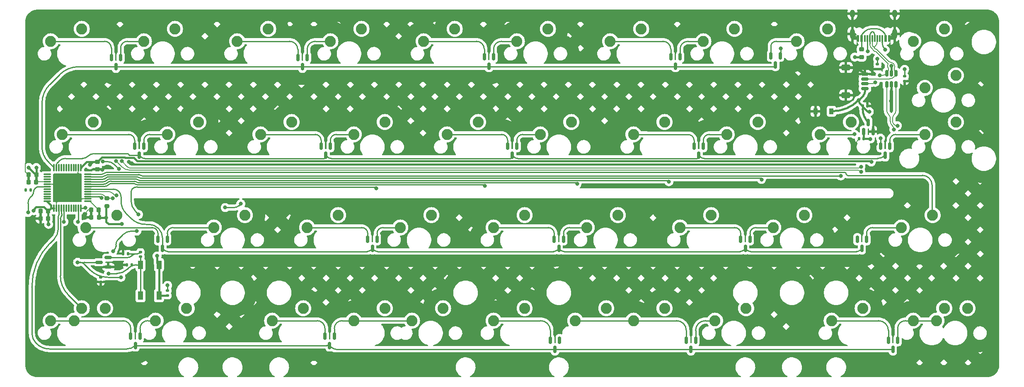
<source format=gbr>
%TF.GenerationSoftware,KiCad,Pcbnew,(6.0.4)*%
%TF.CreationDate,2022-12-31T18:56:14+01:00*%
%TF.ProjectId,PeppyQAZ,50657070-7951-4415-9a2e-6b696361645f,rev?*%
%TF.SameCoordinates,Original*%
%TF.FileFunction,Copper,L2,Bot*%
%TF.FilePolarity,Positive*%
%FSLAX46Y46*%
G04 Gerber Fmt 4.6, Leading zero omitted, Abs format (unit mm)*
G04 Created by KiCad (PCBNEW (6.0.4)) date 2022-12-31 18:56:14*
%MOMM*%
%LPD*%
G01*
G04 APERTURE LIST*
G04 Aperture macros list*
%AMRoundRect*
0 Rectangle with rounded corners*
0 $1 Rounding radius*
0 $2 $3 $4 $5 $6 $7 $8 $9 X,Y pos of 4 corners*
0 Add a 4 corners polygon primitive as box body*
4,1,4,$2,$3,$4,$5,$6,$7,$8,$9,$2,$3,0*
0 Add four circle primitives for the rounded corners*
1,1,$1+$1,$2,$3*
1,1,$1+$1,$4,$5*
1,1,$1+$1,$6,$7*
1,1,$1+$1,$8,$9*
0 Add four rect primitives between the rounded corners*
20,1,$1+$1,$2,$3,$4,$5,0*
20,1,$1+$1,$4,$5,$6,$7,0*
20,1,$1+$1,$6,$7,$8,$9,0*
20,1,$1+$1,$8,$9,$2,$3,0*%
G04 Aperture macros list end*
%TA.AperFunction,ComponentPad*%
%ADD10C,2.250000*%
%TD*%
%TA.AperFunction,SMDPad,CuDef*%
%ADD11RoundRect,0.225000X0.225000X0.250000X-0.225000X0.250000X-0.225000X-0.250000X0.225000X-0.250000X0*%
%TD*%
%TA.AperFunction,SMDPad,CuDef*%
%ADD12RoundRect,0.150000X-0.150000X0.587500X-0.150000X-0.587500X0.150000X-0.587500X0.150000X0.587500X0*%
%TD*%
%TA.AperFunction,SMDPad,CuDef*%
%ADD13RoundRect,0.150000X0.625000X-0.150000X0.625000X0.150000X-0.625000X0.150000X-0.625000X-0.150000X0*%
%TD*%
%TA.AperFunction,SMDPad,CuDef*%
%ADD14RoundRect,0.250000X0.650000X-0.350000X0.650000X0.350000X-0.650000X0.350000X-0.650000X-0.350000X0*%
%TD*%
%TA.AperFunction,SMDPad,CuDef*%
%ADD15RoundRect,0.135000X0.135000X0.185000X-0.135000X0.185000X-0.135000X-0.185000X0.135000X-0.185000X0*%
%TD*%
%TA.AperFunction,SMDPad,CuDef*%
%ADD16RoundRect,0.150000X0.150000X-0.512500X0.150000X0.512500X-0.150000X0.512500X-0.150000X-0.512500X0*%
%TD*%
%TA.AperFunction,SMDPad,CuDef*%
%ADD17RoundRect,0.200000X0.275000X-0.200000X0.275000X0.200000X-0.275000X0.200000X-0.275000X-0.200000X0*%
%TD*%
%TA.AperFunction,SMDPad,CuDef*%
%ADD18RoundRect,0.140000X0.140000X0.170000X-0.140000X0.170000X-0.140000X-0.170000X0.140000X-0.170000X0*%
%TD*%
%TA.AperFunction,SMDPad,CuDef*%
%ADD19RoundRect,0.135000X-0.185000X0.135000X-0.185000X-0.135000X0.185000X-0.135000X0.185000X0.135000X0*%
%TD*%
%TA.AperFunction,SMDPad,CuDef*%
%ADD20RoundRect,0.225000X-0.250000X0.225000X-0.250000X-0.225000X0.250000X-0.225000X0.250000X0.225000X0*%
%TD*%
%TA.AperFunction,SMDPad,CuDef*%
%ADD21RoundRect,0.150000X0.150000X-0.587500X0.150000X0.587500X-0.150000X0.587500X-0.150000X-0.587500X0*%
%TD*%
%TA.AperFunction,SMDPad,CuDef*%
%ADD22R,1.000000X1.700000*%
%TD*%
%TA.AperFunction,SMDPad,CuDef*%
%ADD23RoundRect,0.150000X0.587500X0.150000X-0.587500X0.150000X-0.587500X-0.150000X0.587500X-0.150000X0*%
%TD*%
%TA.AperFunction,SMDPad,CuDef*%
%ADD24RoundRect,0.218750X0.256250X-0.218750X0.256250X0.218750X-0.256250X0.218750X-0.256250X-0.218750X0*%
%TD*%
%TA.AperFunction,SMDPad,CuDef*%
%ADD25RoundRect,0.135000X0.185000X-0.135000X0.185000X0.135000X-0.185000X0.135000X-0.185000X-0.135000X0*%
%TD*%
%TA.AperFunction,SMDPad,CuDef*%
%ADD26RoundRect,0.140000X0.170000X-0.140000X0.170000X0.140000X-0.170000X0.140000X-0.170000X-0.140000X0*%
%TD*%
%TA.AperFunction,SMDPad,CuDef*%
%ADD27RoundRect,0.075000X-0.662500X-0.075000X0.662500X-0.075000X0.662500X0.075000X-0.662500X0.075000X0*%
%TD*%
%TA.AperFunction,SMDPad,CuDef*%
%ADD28RoundRect,0.075000X-0.075000X-0.662500X0.075000X-0.662500X0.075000X0.662500X-0.075000X0.662500X0*%
%TD*%
%TA.AperFunction,SMDPad,CuDef*%
%ADD29R,0.600000X1.450000*%
%TD*%
%TA.AperFunction,SMDPad,CuDef*%
%ADD30R,0.300000X1.450000*%
%TD*%
%TA.AperFunction,ComponentPad*%
%ADD31O,1.000000X2.100000*%
%TD*%
%TA.AperFunction,ComponentPad*%
%ADD32O,1.000000X1.600000*%
%TD*%
%TA.AperFunction,SMDPad,CuDef*%
%ADD33RoundRect,0.140000X-0.170000X0.140000X-0.170000X-0.140000X0.170000X-0.140000X0.170000X0.140000X0*%
%TD*%
%TA.AperFunction,SMDPad,CuDef*%
%ADD34RoundRect,0.140000X-0.140000X-0.170000X0.140000X-0.170000X0.140000X0.170000X-0.140000X0.170000X0*%
%TD*%
%TA.AperFunction,SMDPad,CuDef*%
%ADD35R,0.900000X1.200000*%
%TD*%
%TA.AperFunction,ViaPad*%
%ADD36C,0.800000*%
%TD*%
%TA.AperFunction,Conductor*%
%ADD37C,0.500000*%
%TD*%
%TA.AperFunction,Conductor*%
%ADD38C,0.200000*%
%TD*%
%TA.AperFunction,Conductor*%
%ADD39C,0.381000*%
%TD*%
%TA.AperFunction,Conductor*%
%ADD40C,0.300000*%
%TD*%
%TA.AperFunction,Conductor*%
%ADD41C,0.250000*%
%TD*%
G04 APERTURE END LIST*
D10*
%TO.P,MX19,1,COL*%
%TO.N,Net-(D9-Pad1)*%
X135890000Y-119697500D03*
%TO.P,MX19,2,ROW*%
%TO.N,A9*%
X142240000Y-117157500D03*
%TD*%
%TO.P,MX22,1,COL*%
%TO.N,Net-(D11-Pad1)*%
X126365000Y-81597500D03*
%TO.P,MX22,2,ROW*%
%TO.N,A9*%
X132715000Y-79057500D03*
%TD*%
%TO.P,MX39,1,COL*%
%TO.N,Net-(D17-Pad2)*%
X221615000Y-119697500D03*
%TO.P,MX39,2,ROW*%
%TO.N,B13*%
X227965000Y-117157500D03*
%TD*%
%TO.P,MX33,1,COL*%
%TO.N,Net-(D14-Pad2)*%
X178752500Y-62547500D03*
%TO.P,MX33,2,ROW*%
%TO.N,B14*%
X185102500Y-60007500D03*
%TD*%
%TO.P,MX20,1,COL*%
%TO.N,Net-(D9-Pad1)*%
X135890000Y-119697500D03*
%TO.P,MX20,2,ROW*%
%TO.N,A9*%
X142240000Y-117157500D03*
%TD*%
%TO.P,MX29,1,COL*%
%TO.N,Net-(D14-Pad1)*%
X159702500Y-62547500D03*
%TO.P,MX29,2,ROW*%
%TO.N,B15*%
X166052500Y-60007500D03*
%TD*%
%TO.P,MX25,1,COL*%
%TO.N,Net-(D13-Pad1)*%
X152558750Y-119697500D03*
%TO.P,MX25,2,ROW*%
%TO.N,A8*%
X158908750Y-117157500D03*
%TD*%
%TO.P,MX23,1,COL*%
%TO.N,Net-(D12-Pad1)*%
X135890000Y-100647500D03*
%TO.P,MX23,2,ROW*%
%TO.N,A9*%
X142240000Y-98107500D03*
%TD*%
%TO.P,MX43,1,COL*%
%TO.N,Net-(D19-Pad2)*%
X223996250Y-81597500D03*
%TO.P,MX43,2,ROW*%
%TO.N,B12*%
X230346250Y-79057500D03*
%TD*%
%TO.P,MX1,1,COL*%
%TO.N,Net-(D4-Pad1)*%
X50165000Y-119697500D03*
%TO.P,MX1,2,ROW*%
%TO.N,B8*%
X56515000Y-117157500D03*
%TD*%
%TO.P,MX6,1,COL*%
%TO.N,Net-(D1-Pad2)*%
X64452500Y-62547500D03*
%TO.P,MX6,2,ROW*%
%TO.N,A14*%
X70802500Y-60007500D03*
%TD*%
%TO.P,MX3,1,COL*%
%TO.N,Net-(D1-Pad1)*%
X45402500Y-62547500D03*
%TO.P,MX3,2,ROW*%
%TO.N,B8*%
X51752500Y-60007500D03*
%TD*%
%TO.P,MX31,1,COL*%
%TO.N,Net-(D16-Pad1)*%
X173990000Y-100647500D03*
%TO.P,MX31,2,ROW*%
%TO.N,B15*%
X180340000Y-98107500D03*
%TD*%
%TO.P,MX14,1,COL*%
%TO.N,Net-(D8-Pad2)*%
X107315000Y-119697500D03*
%TO.P,MX14,2,ROW*%
%TO.N,A13*%
X113665000Y-117157500D03*
%TD*%
%TO.P,MX40,1,COL*%
%TO.N,Net-(D17-Pad2)*%
X226377500Y-119697500D03*
%TO.P,MX40,2,ROW*%
%TO.N,B13*%
X232727500Y-117157500D03*
%TD*%
%TO.P,MX5,1,COL*%
%TO.N,Net-(D3-Pad1)*%
X52546250Y-100647500D03*
%TO.P,MX5,2,ROW*%
%TO.N,B8*%
X58896250Y-98107500D03*
%TD*%
%TO.P,MX24,1,COL*%
%TO.N,Net-(D13-Pad1)*%
X164465000Y-119697500D03*
%TO.P,MX24,2,ROW*%
%TO.N,A8*%
X170815000Y-117157500D03*
%TD*%
%TO.P,MX9,1,COL*%
%TO.N,Net-(D4-Pad2)*%
X66833750Y-119697500D03*
%TO.P,MX9,2,ROW*%
%TO.N,A14*%
X73183750Y-117157500D03*
%TD*%
%TO.P,MX37,1,COL*%
%TO.N,Net-(D18-Pad1)*%
X197802500Y-62547500D03*
%TO.P,MX37,2,ROW*%
%TO.N,B13*%
X204152500Y-60007500D03*
%TD*%
%TO.P,MX16,1,COL*%
%TO.N,Net-(D5-Pad2)*%
X102552500Y-62547500D03*
%TO.P,MX16,2,ROW*%
%TO.N,A13*%
X108902500Y-60007500D03*
%TD*%
%TO.P,MX38,1,COL*%
%TO.N,Net-(D19-Pad1)*%
X202565000Y-81597500D03*
%TO.P,MX38,2,ROW*%
%TO.N,B13*%
X208915000Y-79057500D03*
%TD*%
%TO.P,MX17,1,COL*%
%TO.N,Net-(D6-Pad2)*%
X107315000Y-81597500D03*
%TO.P,MX17,2,ROW*%
%TO.N,A13*%
X113665000Y-79057500D03*
%TD*%
%TO.P,MX12,1,COL*%
%TO.N,Net-(D7-Pad1)*%
X97790000Y-100647500D03*
%TO.P,MX12,2,ROW*%
%TO.N,A15*%
X104140000Y-98107500D03*
%TD*%
%TO.P,MX34,1,COL*%
%TO.N,Net-(D15-Pad2)*%
X183515000Y-81597500D03*
%TO.P,MX34,2,ROW*%
%TO.N,B14*%
X189865000Y-79057500D03*
%TD*%
%TO.P,MX36,1,COL*%
%TO.N,Net-(D17-Pad1)*%
X204946250Y-119697500D03*
%TO.P,MX36,2,ROW*%
%TO.N,B14*%
X211296250Y-117157500D03*
%TD*%
%TO.P,MX30,1,COL*%
%TO.N,Net-(D15-Pad1)*%
X164465000Y-81597500D03*
%TO.P,MX30,2,ROW*%
%TO.N,B15*%
X170815000Y-79057500D03*
%TD*%
%TO.P,MX41,1,COL*%
%TO.N,Net-(D18-Pad2)*%
X221615000Y-62547500D03*
%TO.P,MX41,2,ROW*%
%TO.N,B12*%
X227965000Y-60007500D03*
%TD*%
%TO.P,MX11,1,COL*%
%TO.N,Net-(D6-Pad1)*%
X88265000Y-81597500D03*
%TO.P,MX11,2,ROW*%
%TO.N,A15*%
X94615000Y-79057500D03*
%TD*%
%TO.P,MX13,1,COL*%
%TO.N,Net-(D8-Pad1)*%
X90646250Y-119697500D03*
%TO.P,MX13,2,ROW*%
%TO.N,A15*%
X96996250Y-117157500D03*
%TD*%
%TO.P,MX15,1,COL*%
%TO.N,Net-(D8-Pad2)*%
X119221250Y-119697500D03*
%TO.P,MX15,2,ROW*%
%TO.N,A13*%
X125571250Y-117157500D03*
%TD*%
%TO.P,MX28,1,COL*%
%TO.N,Net-(D12-Pad2)*%
X154940000Y-100647500D03*
%TO.P,MX28,2,ROW*%
%TO.N,A8*%
X161290000Y-98107500D03*
%TD*%
%TO.P,MX21,1,COL*%
%TO.N,Net-(D10-Pad1)*%
X121602500Y-62547500D03*
%TO.P,MX21,2,ROW*%
%TO.N,A9*%
X127952500Y-60007500D03*
%TD*%
%TO.P,MX35,1,COL*%
%TO.N,Net-(D16-Pad2)*%
X193040000Y-100647500D03*
%TO.P,MX35,2,ROW*%
%TO.N,B14*%
X199390000Y-98107500D03*
%TD*%
%TO.P,MX2,1,COL*%
%TO.N,Net-(D4-Pad1)*%
X45402500Y-119697500D03*
%TO.P,MX2,2,ROW*%
%TO.N,B8*%
X51752500Y-117157500D03*
%TD*%
%TO.P,MX7,1,COL*%
%TO.N,Net-(D2-Pad2)*%
X69215000Y-81597500D03*
%TO.P,MX7,2,ROW*%
%TO.N,A14*%
X75565000Y-79057500D03*
%TD*%
%TO.P,MX44,1,COL*%
%TO.N,Net-(D20-Pad2)*%
X219233750Y-100647500D03*
%TO.P,MX44,2,ROW*%
%TO.N,B12*%
X225583750Y-98107500D03*
%TD*%
%TO.P,MX42,1,COL*%
%TO.N,Net-(D18-Pad2)*%
X223996250Y-72072500D03*
%TO.P,MX42,2,ROW*%
%TO.N,B12*%
X230346250Y-69532500D03*
%TD*%
%TO.P,MX32,1,COL*%
%TO.N,Net-(D13-Pad2)*%
X181133750Y-119697500D03*
%TO.P,MX32,2,ROW*%
%TO.N,B15*%
X187483750Y-117157500D03*
%TD*%
%TO.P,MX18,1,COL*%
%TO.N,Net-(D7-Pad2)*%
X116840000Y-100647500D03*
%TO.P,MX18,2,ROW*%
%TO.N,A13*%
X123190000Y-98107500D03*
%TD*%
%TO.P,MX10,1,COL*%
%TO.N,Net-(D5-Pad1)*%
X83502500Y-62547500D03*
%TO.P,MX10,2,ROW*%
%TO.N,A15*%
X89852500Y-60007500D03*
%TD*%
%TO.P,MX8,1,COL*%
%TO.N,Net-(D3-Pad2)*%
X78740000Y-100647500D03*
%TO.P,MX8,2,ROW*%
%TO.N,A14*%
X85090000Y-98107500D03*
%TD*%
%TO.P,MX4,1,COL*%
%TO.N,Net-(D2-Pad1)*%
X47783750Y-81597500D03*
%TO.P,MX4,2,ROW*%
%TO.N,B8*%
X54133750Y-79057500D03*
%TD*%
%TO.P,MX26,1,COL*%
%TO.N,Net-(D10-Pad2)*%
X140652500Y-62547500D03*
%TO.P,MX26,2,ROW*%
%TO.N,A8*%
X147002500Y-60007500D03*
%TD*%
%TO.P,MX27,1,COL*%
%TO.N,Net-(D11-Pad2)*%
X145415000Y-81597500D03*
%TO.P,MX27,2,ROW*%
%TO.N,A8*%
X151765000Y-79057500D03*
%TD*%
D11*
%TO.P,C_VDDIO1,1*%
%TO.N,+3V3*%
X55235000Y-97070000D03*
%TO.P,C_VDDIO1,2*%
%TO.N,GND*%
X53685000Y-97070000D03*
%TD*%
D12*
%TO.P,D13,1,A*%
%TO.N,Net-(D13-Pad1)*%
X175262500Y-123681250D03*
%TO.P,D13,2,A*%
%TO.N,Net-(D13-Pad2)*%
X177162500Y-123681250D03*
%TO.P,D13,3,K*%
%TO.N,B9*%
X176212500Y-125556250D03*
%TD*%
D13*
%TO.P,J1,1,Pin_1*%
%TO.N,+5V*%
X211763500Y-72236500D03*
%TO.P,J1,2,Pin_2*%
%TO.N,DBUS-*%
X211763500Y-71236500D03*
%TO.P,J1,3,Pin_3*%
%TO.N,DBUS+*%
X211763500Y-70236500D03*
%TO.P,J1,4,Pin_4*%
%TO.N,GND*%
X211763500Y-69236500D03*
D14*
%TO.P,J1,MP,MountPin*%
X207888500Y-67936500D03*
X207888500Y-73536500D03*
%TD*%
D12*
%TO.P,D7,1,A*%
%TO.N,Net-(D7-Pad1)*%
X110175000Y-103043750D03*
%TO.P,D7,2,A*%
%TO.N,Net-(D7-Pad2)*%
X112075000Y-103043750D03*
%TO.P,D7,3,K*%
%TO.N,A10*%
X111125000Y-104918750D03*
%TD*%
%TO.P,D3,1,A*%
%TO.N,Net-(D3-Pad1)*%
X67312500Y-103043750D03*
%TO.P,D3,2,A*%
%TO.N,Net-(D3-Pad2)*%
X69212500Y-103043750D03*
%TO.P,D3,3,K*%
%TO.N,A10*%
X68262500Y-104918750D03*
%TD*%
D15*
%TO.P,R2,1*%
%TO.N,Net-(C1-Pad1)*%
X61190000Y-106030000D03*
%TO.P,R2,2*%
%TO.N,GND*%
X60170000Y-106030000D03*
%TD*%
D16*
%TO.P,U3,1,I/O1*%
%TO.N,D_P*%
X218100000Y-71362500D03*
%TO.P,U3,2,GND*%
%TO.N,GND*%
X217150000Y-71362500D03*
%TO.P,U3,3,I/O2*%
%TO.N,D_N*%
X216200000Y-71362500D03*
%TO.P,U3,4,I/O2*%
%TO.N,DBUS-*%
X216200000Y-69087500D03*
%TO.P,U3,5,VBUS*%
%TO.N,+5V*%
X217150000Y-69087500D03*
%TO.P,U3,6,I/O1*%
%TO.N,DBUS+*%
X218100000Y-69087500D03*
%TD*%
D11*
%TO.P,C_VDDA1,1*%
%TO.N,+3V3*%
X42465000Y-89860000D03*
%TO.P,C_VDDA1,2*%
%TO.N,GND*%
X40915000Y-89860000D03*
%TD*%
D17*
%TO.P,R_USB1,1*%
%TO.N,+3V3*%
X56890000Y-96305000D03*
%TO.P,R_USB1,2*%
%TO.N,D_P*%
X56890000Y-94655000D03*
%TD*%
D12*
%TO.P,D16,1,A*%
%TO.N,Net-(D16-Pad1)*%
X186375000Y-103043750D03*
%TO.P,D16,2,A*%
%TO.N,Net-(D16-Pad2)*%
X188275000Y-103043750D03*
%TO.P,D16,3,K*%
%TO.N,A10*%
X187325000Y-104918750D03*
%TD*%
%TO.P,D9,1,A*%
%TO.N,Net-(D9-Pad1)*%
X147481250Y-123681250D03*
%TO.P,D9,2,A*%
%TO.N,unconnected-(D9-Pad2)*%
X149381250Y-123681250D03*
%TO.P,D9,3,K*%
%TO.N,B9*%
X148431250Y-125556250D03*
%TD*%
D18*
%TO.P,C3,1*%
%TO.N,GND*%
X212255000Y-75800000D03*
%TO.P,C3,2*%
%TO.N,+5V*%
X211295000Y-75800000D03*
%TD*%
D11*
%TO.P,C_VDDA2,1*%
%TO.N,+3V3*%
X42450000Y-91370000D03*
%TO.P,C_VDDA2,2*%
%TO.N,GND*%
X40900000Y-91370000D03*
%TD*%
%TO.P,C_VDDIO2,1*%
%TO.N,+3V3*%
X55240000Y-98560000D03*
%TO.P,C_VDDIO2,2*%
%TO.N,GND*%
X53690000Y-98560000D03*
%TD*%
D12*
%TO.P,D1,1,A*%
%TO.N,Net-(D1-Pad1)*%
X57787500Y-65881250D03*
%TO.P,D1,2,A*%
%TO.N,Net-(D1-Pad2)*%
X59687500Y-65881250D03*
%TO.P,D1,3,K*%
%TO.N,A3*%
X58737500Y-67756250D03*
%TD*%
%TO.P,D8,1,A*%
%TO.N,Net-(D8-Pad1)*%
X101443750Y-122887500D03*
%TO.P,D8,2,A*%
%TO.N,Net-(D8-Pad2)*%
X103343750Y-122887500D03*
%TO.P,D8,3,K*%
%TO.N,B9*%
X102393750Y-124762500D03*
%TD*%
%TO.P,D2,1,A*%
%TO.N,Net-(D2-Pad1)*%
X62550000Y-83993750D03*
%TO.P,D2,2,A*%
%TO.N,Net-(D2-Pad2)*%
X64450000Y-83993750D03*
%TO.P,D2,3,K*%
%TO.N,A4*%
X63500000Y-85868750D03*
%TD*%
D19*
%TO.P,R5,1*%
%TO.N,/GND_R2*%
X219868750Y-69715000D03*
%TO.P,R5,2*%
%TO.N,GND*%
X219868750Y-70735000D03*
%TD*%
D18*
%TO.P,C2,1*%
%TO.N,NSRT*%
X41270000Y-92940000D03*
%TO.P,C2,2*%
%TO.N,Net-(C2-Pad2)*%
X40310000Y-92940000D03*
%TD*%
D12*
%TO.P,D6,1,A*%
%TO.N,Net-(D6-Pad1)*%
X100650000Y-83993750D03*
%TO.P,D6,2,A*%
%TO.N,Net-(D6-Pad2)*%
X102550000Y-83993750D03*
%TO.P,D6,3,K*%
%TO.N,A4*%
X101600000Y-85868750D03*
%TD*%
%TO.P,D10,1,A*%
%TO.N,Net-(D10-Pad1)*%
X133987500Y-65737500D03*
%TO.P,D10,2,A*%
%TO.N,Net-(D10-Pad2)*%
X135887500Y-65737500D03*
%TO.P,D10,3,K*%
%TO.N,A3*%
X134937500Y-67612500D03*
%TD*%
%TO.P,D5,1,A*%
%TO.N,Net-(D5-Pad1)*%
X95887500Y-65881250D03*
%TO.P,D5,2,A*%
%TO.N,Net-(D5-Pad2)*%
X97787500Y-65881250D03*
%TO.P,D5,3,K*%
%TO.N,A3*%
X96837500Y-67756250D03*
%TD*%
%TO.P,D18,1,A*%
%TO.N,Net-(D18-Pad1)*%
X192540000Y-65502500D03*
%TO.P,D18,2,A*%
%TO.N,Net-(D18-Pad2)*%
X194440000Y-65502500D03*
%TO.P,D18,3,K*%
%TO.N,A3*%
X193490000Y-67377500D03*
%TD*%
D20*
%TO.P,C_VDD1,1*%
%TO.N,+3V3*%
X54910000Y-87185000D03*
%TO.P,C_VDD1,2*%
%TO.N,GND*%
X54910000Y-88735000D03*
%TD*%
D21*
%TO.P,U2,1,GND*%
%TO.N,GND*%
X213400000Y-81012500D03*
%TO.P,U2,2,VO*%
%TO.N,+3V3*%
X211500000Y-81012500D03*
%TO.P,U2,3,VI*%
%TO.N,+5V*%
X212450000Y-79137500D03*
%TD*%
D22*
%TO.P,SW1,1,1*%
%TO.N,+3V3*%
X67530000Y-108270000D03*
X67530000Y-114570000D03*
%TO.P,SW1,2,2*%
%TO.N,BOOT0*%
X63730000Y-114570000D03*
X63730000Y-108270000D03*
%TD*%
D12*
%TO.P,D19,1,A*%
%TO.N,Net-(D19-Pad1)*%
X214950000Y-83993750D03*
%TO.P,D19,2,A*%
%TO.N,Net-(D19-Pad2)*%
X216850000Y-83993750D03*
%TO.P,D19,3,K*%
%TO.N,A4*%
X215900000Y-85868750D03*
%TD*%
D11*
%TO.P,C_VDD3,1*%
%TO.N,+3V3*%
X44860000Y-98810000D03*
%TO.P,C_VDD3,2*%
%TO.N,GND*%
X43310000Y-98810000D03*
%TD*%
D12*
%TO.P,D4,1,A*%
%TO.N,Net-(D4-Pad1)*%
X61756250Y-122887500D03*
%TO.P,D4,2,A*%
%TO.N,Net-(D4-Pad2)*%
X63656250Y-122887500D03*
%TO.P,D4,3,K*%
%TO.N,B9*%
X62706250Y-124762500D03*
%TD*%
D23*
%TO.P,Q1,1,G*%
%TO.N,Net-(C1-Pad1)*%
X57185000Y-106790000D03*
%TO.P,Q1,2,S*%
%TO.N,GND*%
X57185000Y-108690000D03*
%TO.P,Q1,3,D*%
%TO.N,NRST*%
X55310000Y-107740000D03*
%TD*%
D12*
%TO.P,D12,1,A*%
%TO.N,Net-(D12-Pad1)*%
X148275000Y-103043750D03*
%TO.P,D12,2,A*%
%TO.N,Net-(D12-Pad2)*%
X150175000Y-103043750D03*
%TO.P,D12,3,K*%
%TO.N,A10*%
X149225000Y-104918750D03*
%TD*%
D19*
%TO.P,R4,1*%
%TO.N,/GND_R1*%
X214325000Y-67205000D03*
%TO.P,R4,2*%
%TO.N,GND*%
X214325000Y-68225000D03*
%TD*%
D24*
%TO.P,F1,1*%
%TO.N,+5V*%
X211075000Y-65762500D03*
%TO.P,F1,2*%
%TO.N,VCC*%
X211075000Y-64187500D03*
%TD*%
D12*
%TO.P,D14,1,A*%
%TO.N,Net-(D14-Pad1)*%
X172087500Y-65737500D03*
%TO.P,D14,2,A*%
%TO.N,Net-(D14-Pad2)*%
X173987500Y-65737500D03*
%TO.P,D14,3,K*%
%TO.N,A3*%
X173037500Y-67612500D03*
%TD*%
D25*
%TO.P,R3,1*%
%TO.N,+3V3*%
X69240000Y-114570000D03*
%TO.P,R3,2*%
%TO.N,NRST*%
X69240000Y-113550000D03*
%TD*%
D12*
%TO.P,D15,1,A*%
%TO.N,Net-(D15-Pad1)*%
X176850000Y-83993750D03*
%TO.P,D15,2,A*%
%TO.N,Net-(D15-Pad2)*%
X178750000Y-83993750D03*
%TO.P,D15,3,K*%
%TO.N,A4*%
X177800000Y-85868750D03*
%TD*%
D26*
%TO.P,C2,1*%
%TO.N,GND*%
X55650000Y-111770000D03*
%TO.P,C2,2*%
%TO.N,NRST*%
X55650000Y-110810000D03*
%TD*%
D12*
%TO.P,D11,1,A*%
%TO.N,Net-(D11-Pad1)*%
X138750000Y-83993750D03*
%TO.P,D11,2,A*%
%TO.N,Net-(D11-Pad2)*%
X140650000Y-83993750D03*
%TO.P,D11,3,K*%
%TO.N,A4*%
X139700000Y-85868750D03*
%TD*%
D15*
%TO.P,R1,1*%
%TO.N,BOOT0*%
X61960000Y-108270000D03*
%TO.P,R1,2*%
%TO.N,GND*%
X60940000Y-108270000D03*
%TD*%
D11*
%TO.P,C_VDD2,1*%
%TO.N,+3V3*%
X44855000Y-97290000D03*
%TO.P,C_VDD2,2*%
%TO.N,GND*%
X43305000Y-97290000D03*
%TD*%
D27*
%TO.P,U1,1,VBAT*%
%TO.N,+3V3*%
X44667500Y-95280000D03*
%TO.P,U1,2,PC13*%
%TO.N,C13*%
X44667500Y-94780000D03*
%TO.P,U1,3,PC14*%
%TO.N,C14*%
X44667500Y-94280000D03*
%TO.P,U1,4,PC15*%
%TO.N,C15*%
X44667500Y-93780000D03*
%TO.P,U1,5,PF0*%
%TO.N,XTAL_IN*%
X44667500Y-93280000D03*
%TO.P,U1,6,PF1*%
%TO.N,XTAL_OUT*%
X44667500Y-92780000D03*
%TO.P,U1,7,NRST*%
%TO.N,NRST*%
X44667500Y-92280000D03*
%TO.P,U1,8,VSSA*%
%TO.N,GND*%
X44667500Y-91780000D03*
%TO.P,U1,9,VDDA*%
%TO.N,+3V3*%
X44667500Y-91280000D03*
%TO.P,U1,10,PA0*%
%TO.N,A0*%
X44667500Y-90780000D03*
%TO.P,U1,11,PA1*%
%TO.N,A1*%
X44667500Y-90280000D03*
%TO.P,U1,12,PA2*%
%TO.N,A2*%
X44667500Y-89780000D03*
D28*
%TO.P,U1,13,PA3*%
%TO.N,A3*%
X46080000Y-88367500D03*
%TO.P,U1,14,PA4*%
%TO.N,A4*%
X46580000Y-88367500D03*
%TO.P,U1,15,PA5*%
%TO.N,unconnected-(U1-Pad15)*%
X47080000Y-88367500D03*
%TO.P,U1,16,PA6*%
%TO.N,A6*%
X47580000Y-88367500D03*
%TO.P,U1,17,PA7*%
%TO.N,A7*%
X48080000Y-88367500D03*
%TO.P,U1,18,PB0*%
%TO.N,B0*%
X48580000Y-88367500D03*
%TO.P,U1,19,PB1*%
%TO.N,B1*%
X49080000Y-88367500D03*
%TO.P,U1,20,PB2*%
%TO.N,B2*%
X49580000Y-88367500D03*
%TO.P,U1,21,PB10*%
%TO.N,B10*%
X50080000Y-88367500D03*
%TO.P,U1,22,PB11*%
%TO.N,B11*%
X50580000Y-88367500D03*
%TO.P,U1,23,VSS*%
%TO.N,GND*%
X51080000Y-88367500D03*
%TO.P,U1,24,VDD*%
%TO.N,+3V3*%
X51580000Y-88367500D03*
D27*
%TO.P,U1,25,PB12*%
%TO.N,B12*%
X52992500Y-89780000D03*
%TO.P,U1,26,PB13*%
%TO.N,B13*%
X52992500Y-90280000D03*
%TO.P,U1,27,PB14*%
%TO.N,B14*%
X52992500Y-90780000D03*
%TO.P,U1,28,PB15*%
%TO.N,B15*%
X52992500Y-91280000D03*
%TO.P,U1,29,PA8*%
%TO.N,A8*%
X52992500Y-91780000D03*
%TO.P,U1,30,PA9*%
%TO.N,A9*%
X52992500Y-92280000D03*
%TO.P,U1,31,PA10*%
%TO.N,A10*%
X52992500Y-92780000D03*
%TO.P,U1,32,PA11*%
%TO.N,D_N*%
X52992500Y-93280000D03*
%TO.P,U1,33,PA12*%
%TO.N,D_P*%
X52992500Y-93780000D03*
%TO.P,U1,34,PA13*%
%TO.N,A13*%
X52992500Y-94280000D03*
%TO.P,U1,35,VSS*%
%TO.N,GND*%
X52992500Y-94780000D03*
%TO.P,U1,36,VDDIO2*%
%TO.N,+3V3*%
X52992500Y-95280000D03*
D28*
%TO.P,U1,37,PA14*%
%TO.N,A14*%
X51580000Y-96692500D03*
%TO.P,U1,38,PA15*%
%TO.N,A15*%
X51080000Y-96692500D03*
%TO.P,U1,39,PB3*%
%TO.N,B3*%
X50580000Y-96692500D03*
%TO.P,U1,40,PB4*%
%TO.N,B4*%
X50080000Y-96692500D03*
%TO.P,U1,41,PB5*%
%TO.N,B5*%
X49580000Y-96692500D03*
%TO.P,U1,42,PB6*%
%TO.N,B6*%
X49080000Y-96692500D03*
%TO.P,U1,43,PB7*%
%TO.N,B7*%
X48580000Y-96692500D03*
%TO.P,U1,44,BOOT0*%
%TO.N,BOOT0*%
X48080000Y-96692500D03*
%TO.P,U1,45,PB8*%
%TO.N,B8*%
X47580000Y-96692500D03*
%TO.P,U1,46,PB9*%
%TO.N,B9*%
X47080000Y-96692500D03*
%TO.P,U1,47,VSS*%
%TO.N,GND*%
X46580000Y-96692500D03*
%TO.P,U1,48,VDD*%
%TO.N,+3V3*%
X46080000Y-96692500D03*
%TD*%
D29*
%TO.P,J2,A1,GND*%
%TO.N,GND*%
X210268750Y-61988750D03*
%TO.P,J2,A4,VBUS*%
%TO.N,VCC*%
X211068750Y-61988750D03*
D30*
%TO.P,J2,A5,CC1*%
%TO.N,/GND_R1*%
X212268750Y-61988750D03*
%TO.P,J2,A6,D+*%
%TO.N,DBUS+*%
X213268750Y-61988750D03*
%TO.P,J2,A7,D-*%
%TO.N,DBUS-*%
X213768750Y-61988750D03*
%TO.P,J2,A8,SBU1*%
%TO.N,unconnected-(J2-PadA8)*%
X214768750Y-61988750D03*
D29*
%TO.P,J2,A9,VBUS*%
%TO.N,VCC*%
X215968750Y-61988750D03*
%TO.P,J2,A12,GND*%
%TO.N,GND*%
X216768750Y-61988750D03*
%TO.P,J2,B1,GND*%
X216768750Y-61988750D03*
%TO.P,J2,B4,VBUS*%
%TO.N,VCC*%
X215968750Y-61988750D03*
D30*
%TO.P,J2,B5,CC2*%
%TO.N,/GND_R2*%
X215268750Y-61988750D03*
%TO.P,J2,B6,D+*%
%TO.N,DBUS+*%
X214268750Y-61988750D03*
%TO.P,J2,B7,D-*%
%TO.N,DBUS-*%
X212768750Y-61988750D03*
%TO.P,J2,B8,SBU2*%
%TO.N,unconnected-(J2-PadB8)*%
X211768750Y-61988750D03*
D29*
%TO.P,J2,B9,VBUS*%
%TO.N,VCC*%
X211068750Y-61988750D03*
%TO.P,J2,B12,GND*%
%TO.N,GND*%
X210268750Y-61988750D03*
D31*
%TO.P,J2,S1,SHIELD*%
X217838750Y-61073750D03*
D32*
X209198750Y-56893750D03*
D31*
X209198750Y-61073750D03*
D32*
X217838750Y-56893750D03*
%TD*%
D12*
%TO.P,D17,1,A*%
%TO.N,Net-(D17-Pad1)*%
X216537500Y-123681250D03*
%TO.P,D17,2,A*%
%TO.N,Net-(D17-Pad2)*%
X218437500Y-123681250D03*
%TO.P,D17,3,K*%
%TO.N,B9*%
X217487500Y-125556250D03*
%TD*%
D33*
%TO.P,C1,1*%
%TO.N,Net-(C1-Pad1)*%
X63740000Y-105670000D03*
%TO.P,C1,2*%
%TO.N,BOOT0*%
X63740000Y-106630000D03*
%TD*%
D34*
%TO.P,C4,1*%
%TO.N,GND*%
X210540000Y-82500000D03*
%TO.P,C4,2*%
%TO.N,+3V3*%
X211500000Y-82500000D03*
%TD*%
D12*
%TO.P,D20,1,A*%
%TO.N,unconnected-(D20-Pad1)*%
X210187500Y-103043750D03*
%TO.P,D20,2,A*%
%TO.N,Net-(D20-Pad2)*%
X212087500Y-103043750D03*
%TO.P,D20,3,K*%
%TO.N,A10*%
X211137500Y-104918750D03*
%TD*%
D35*
%TO.P,D_PWR1,1,A1*%
%TO.N,+5V*%
X204930000Y-76850000D03*
%TO.P,D_PWR1,2,A2*%
%TO.N,GND*%
X201630000Y-76850000D03*
%TD*%
D36*
%TO.N,GND*%
X41130000Y-86570000D03*
X45380000Y-115650000D03*
X52350000Y-97840000D03*
X209680000Y-83440000D03*
X48795000Y-92235000D03*
X217120000Y-74790000D03*
X215410000Y-80000000D03*
X61390000Y-87190000D03*
X55980000Y-88810000D03*
X213930000Y-83540000D03*
%TO.N,+3V3*%
X40910000Y-88350000D03*
X213060000Y-87230421D03*
X44970000Y-99980000D03*
X212870000Y-82510000D03*
X41880000Y-97210000D03*
X42470000Y-88370000D03*
X67130000Y-106460000D03*
X56730000Y-98630000D03*
X53409250Y-87810000D03*
X59930000Y-99923000D03*
%TO.N,+5V*%
X212650000Y-76950000D03*
X217125000Y-67600000D03*
X210450000Y-74625000D03*
X209675000Y-65775000D03*
%TO.N,Net-(D19-Pad1)*%
X209639500Y-81560000D03*
X214950000Y-82350000D03*
%TO.N,BOOT0*%
X48100000Y-99460000D03*
X57230000Y-110050000D03*
%TO.N,/GND_R1*%
X212300000Y-64600000D03*
X214321278Y-66153722D03*
%TO.N,DBUS-*%
X213850000Y-70936000D03*
X214825000Y-69537000D03*
%TO.N,/GND_R2*%
X219868750Y-68262500D03*
X215900000Y-64293750D03*
%TO.N,B13*%
X206817009Y-90084021D03*
%TO.N,D_P*%
X58080000Y-94670000D03*
X210950000Y-89235000D03*
X218401232Y-79818768D03*
X58750000Y-87044500D03*
%TO.N,D_N*%
X58868960Y-94056365D03*
X217658768Y-80561232D03*
X59906385Y-87044500D03*
X210950000Y-88185000D03*
%TO.N,Net-(D18-Pad2)*%
X194530000Y-64010000D03*
%TO.N,NRST*%
X40770000Y-97570000D03*
X50900000Y-107740000D03*
X59760000Y-110820000D03*
X69290000Y-112470000D03*
%TO.N,B14*%
X190630000Y-90808521D03*
%TO.N,B15*%
X171702500Y-91258041D03*
%TO.N,A8*%
X152950000Y-91707561D03*
%TO.N,A9*%
X134140000Y-92157081D03*
%TO.N,A13*%
X55815500Y-94592122D03*
X111950000Y-92606601D03*
X63360000Y-97970000D03*
%TO.N,A14*%
X56067915Y-87150000D03*
X59310000Y-88635021D03*
X52530000Y-96620000D03*
%TO.N,A15*%
X84240000Y-95764020D03*
X81060000Y-96550000D03*
X58120000Y-105470000D03*
X63000000Y-101372000D03*
X50960000Y-99450000D03*
%TD*%
D37*
%TO.N,GND*%
X207888500Y-73536500D02*
X207888500Y-67936500D01*
D38*
X210540000Y-82500000D02*
X210540000Y-82580000D01*
X44667500Y-91780000D02*
X45742500Y-91780000D01*
D39*
X209750000Y-87690000D02*
X62720000Y-87690000D01*
D38*
X40900000Y-89875000D02*
X40915000Y-89860000D01*
D39*
X217150000Y-71362500D02*
X217150000Y-74760000D01*
D38*
X40915000Y-89860000D02*
X40760000Y-89860000D01*
X40180000Y-89280000D02*
X40180000Y-87520000D01*
X54910000Y-88735000D02*
X55905000Y-88735000D01*
X47126498Y-91780000D02*
X46119057Y-91780000D01*
X51123517Y-94433518D02*
X49420000Y-92730000D01*
X46580000Y-96692500D02*
X46580000Y-95460000D01*
X53120000Y-97070000D02*
X52350000Y-97840000D01*
X45742500Y-91780000D02*
X46170000Y-91780000D01*
D39*
X217150000Y-74760000D02*
X217120000Y-74790000D01*
D38*
X40180000Y-87520000D02*
X41130000Y-86570000D01*
D39*
X61890000Y-87690000D02*
X61390000Y-87190000D01*
D38*
X52992500Y-94780000D02*
X51960000Y-94780000D01*
D37*
X210004148Y-61879148D02*
X209601449Y-61476449D01*
D39*
X62720000Y-87690000D02*
X62371977Y-87690000D01*
D37*
X217838750Y-60504247D02*
X217838750Y-56893750D01*
X209198750Y-60504247D02*
X209198750Y-56893750D01*
D38*
X51080000Y-88535787D02*
X51080000Y-88367500D01*
X210540000Y-82580000D02*
X209680000Y-83440000D01*
X53685000Y-97070000D02*
X53120000Y-97070000D01*
X40760000Y-89860000D02*
X40180000Y-89280000D01*
X47294178Y-93735822D02*
X48795000Y-92235000D01*
X48795000Y-92235000D02*
X50080000Y-90950000D01*
D37*
X217033351Y-61879148D02*
X217436050Y-61476449D01*
D38*
X46119057Y-91780000D02*
X45742500Y-91780000D01*
D39*
X213400000Y-81012500D02*
X214227500Y-81012500D01*
X62720000Y-87690000D02*
X61890000Y-87690000D01*
D38*
X55905000Y-88735000D02*
X55980000Y-88810000D01*
X40900000Y-91370000D02*
X40900000Y-89875000D01*
X47126498Y-91780002D02*
G75*
G02*
X49419999Y-92730001I2J-3243498D01*
G01*
D37*
X216768750Y-61988770D02*
G75*
G03*
X217033350Y-61879147I-50J374270D01*
G01*
X217436037Y-61476436D02*
G75*
G03*
X217838750Y-60504247I-972237J972236D01*
G01*
D38*
X51079994Y-88535787D02*
G75*
G02*
X50080000Y-90950000I-3414194J-13D01*
G01*
X46580009Y-95460000D02*
G75*
G02*
X47280036Y-93769964I2390091J0D01*
G01*
X47294200Y-93735844D02*
G75*
G03*
X47280036Y-93769964I34100J-34156D01*
G01*
D37*
X211763493Y-69236507D02*
G75*
G03*
X208625023Y-67936500I-3138493J-3138493D01*
G01*
X210268750Y-61988771D02*
G75*
G02*
X210004148Y-61879148I50J374271D01*
G01*
D38*
X51123510Y-94433525D02*
G75*
G03*
X51960000Y-94780000I836490J836525D01*
G01*
D37*
X209198731Y-60504247D02*
G75*
G03*
X209601449Y-61476449I1374969J47D01*
G01*
D39*
%TO.N,+3V3*%
X55840500Y-86254500D02*
X54910000Y-87185000D01*
X42450000Y-89890000D02*
X40910000Y-88350000D01*
X56548579Y-86254500D02*
X55840500Y-86254500D01*
X44860000Y-99870000D02*
X44970000Y-99980000D01*
X67130000Y-106460000D02*
X67130000Y-107870000D01*
X55240000Y-98560000D02*
X55240000Y-97075000D01*
X69240000Y-114570000D02*
X67530000Y-114570000D01*
X42470000Y-88370000D02*
X42470000Y-89855000D01*
X60645000Y-86395000D02*
X60504489Y-86254489D01*
X211500000Y-82500000D02*
X212845858Y-82500000D01*
X42470000Y-89855000D02*
X42465000Y-89860000D01*
X56730000Y-98630000D02*
X56730000Y-99460000D01*
X43989980Y-96424980D02*
X44855000Y-97290000D01*
X213060000Y-87230421D02*
X212850520Y-87020941D01*
X44855000Y-97290000D02*
X44855000Y-98795858D01*
X44860000Y-98810000D02*
X44860000Y-99870000D01*
X45452500Y-96692500D02*
X46039980Y-96692500D01*
X52762500Y-87185000D02*
X51620020Y-88327480D01*
X56548590Y-86254489D02*
X56548579Y-86254500D01*
X212850520Y-87020941D02*
X63030941Y-87020941D01*
X54910000Y-87185000D02*
X52762500Y-87185000D01*
X57193000Y-99923000D02*
X59930000Y-99923000D01*
X62393770Y-86383770D02*
X60656230Y-86383770D01*
X55310000Y-98630000D02*
X55240000Y-98560000D01*
D38*
X53445000Y-95280000D02*
X55235000Y-97070000D01*
D39*
X56730000Y-99460000D02*
X57193000Y-99923000D01*
X42450000Y-91370000D02*
X42450000Y-89890000D01*
D38*
X52992500Y-95280000D02*
X53445000Y-95280000D01*
D39*
X44707520Y-95320020D02*
X44667500Y-95320020D01*
X41880000Y-97000000D02*
X42455020Y-96424980D01*
X67130000Y-107870000D02*
X67530000Y-108270000D01*
X54910000Y-87185000D02*
X54034250Y-87185000D01*
X56730000Y-98630000D02*
X55310000Y-98630000D01*
X211500000Y-82411389D02*
X211500000Y-81012500D01*
X56730000Y-98630000D02*
X56730000Y-96515000D01*
X41880000Y-97210000D02*
X41880000Y-97000000D01*
X44855000Y-97290000D02*
X45452500Y-96692500D01*
D38*
X42540000Y-91280000D02*
X42450000Y-91370000D01*
D39*
X63030941Y-87020941D02*
X62393770Y-86383770D01*
X60656230Y-86383770D02*
X60645000Y-86395000D01*
X51620020Y-88327480D02*
X51620020Y-88367500D01*
X45452500Y-96065000D02*
X44707520Y-95320020D01*
X54034250Y-87185000D02*
X53409250Y-87810000D01*
X60504489Y-86254489D02*
X56548590Y-86254489D01*
X67530000Y-114570000D02*
X67530000Y-108270000D01*
X42455020Y-96424980D02*
X43989980Y-96424980D01*
X45452500Y-96692500D02*
X45452500Y-96065000D01*
D38*
X44667500Y-91280000D02*
X42540000Y-91280000D01*
D39*
X42465000Y-89860000D02*
X42465000Y-91333787D01*
X42450004Y-91370004D02*
G75*
G03*
X42465000Y-91333787I-36204J36204D01*
G01*
X44845012Y-98820012D02*
G75*
G03*
X44855000Y-98795858I-24112J24112D01*
G01*
X212870012Y-82509988D02*
G75*
G03*
X212845858Y-82500000I-24112J-24112D01*
G01*
X211588611Y-82500000D02*
G75*
G02*
X211500000Y-82411389I-11J88600D01*
G01*
%TO.N,+5V*%
X211763500Y-72774000D02*
X211763500Y-72236500D01*
X211295000Y-76349084D02*
X211295000Y-75849780D01*
X211259799Y-75764799D02*
X210683345Y-75188345D01*
X217150000Y-67642677D02*
X217150000Y-69087500D01*
X212497719Y-76950000D02*
X212650000Y-76950000D01*
X211383430Y-73691569D02*
X210450000Y-74625000D01*
X205078375Y-76850000D02*
X204930000Y-76850000D01*
X211330200Y-75934761D02*
X212237760Y-76842321D01*
X209705177Y-65762500D02*
X211075000Y-65762500D01*
X217125000Y-67600000D02*
X217137500Y-67612500D01*
X211295000Y-75849780D02*
G75*
G02*
X211295000Y-75849780I0J0D01*
G01*
X211295020Y-75849780D02*
G75*
G03*
X211330200Y-75934761I120180J-20D01*
G01*
X211295008Y-75849780D02*
G75*
G03*
X211259799Y-75764799I-120208J-20D01*
G01*
X217150009Y-67642677D02*
G75*
G03*
X217137500Y-67612500I-42709J-23D01*
G01*
X212237758Y-76842323D02*
G75*
G03*
X212497719Y-76950000I259942J259923D01*
G01*
X205078375Y-76849989D02*
G75*
G03*
X210450000Y-74625000I25J7596589D01*
G01*
X210683343Y-75188347D02*
G75*
G02*
X210450000Y-74625000I563357J563347D01*
G01*
D40*
X209705177Y-65762491D02*
G75*
G03*
X209675000Y-65775000I23J-42709D01*
G01*
D39*
X212449995Y-79137505D02*
G75*
G02*
X211295000Y-76349084I2788405J2788405D01*
G01*
X211383422Y-73691561D02*
G75*
G03*
X211763500Y-72774000I-917522J917561D01*
G01*
X211295008Y-75849780D02*
G75*
G03*
X211259799Y-75764799I-120208J-20D01*
G01*
D41*
%TO.N,Net-(D1-Pad1)*%
X57787500Y-63917500D02*
X57787500Y-65287500D01*
X56417500Y-62547500D02*
X45402500Y-62547500D01*
X57787500Y-63917500D02*
G75*
G03*
X56417500Y-62547500I-1370000J0D01*
G01*
%TO.N,Net-(D1-Pad2)*%
X61057500Y-62547500D02*
X64452500Y-62547500D01*
X59687500Y-63917500D02*
X59687500Y-65287500D01*
X61057500Y-62547500D02*
G75*
G03*
X59687500Y-63917500I0J-1370000D01*
G01*
%TO.N,Net-(D2-Pad1)*%
X61351875Y-81597500D02*
X47783750Y-81597500D01*
X62550000Y-82795625D02*
X62550000Y-83993750D01*
X61351875Y-81597500D02*
G75*
G02*
X62550000Y-82795625I25J-1198100D01*
G01*
%TO.N,Net-(D5-Pad1)*%
X94220625Y-62547500D02*
X83502500Y-62547500D01*
X95887500Y-64214375D02*
X95887500Y-65881250D01*
X94220625Y-62547500D02*
G75*
G02*
X95887500Y-64214375I-25J-1666900D01*
G01*
%TO.N,Net-(D3-Pad1)*%
X66114375Y-100647500D02*
X52546250Y-100647500D01*
X67312500Y-101845625D02*
X67312500Y-103043750D01*
X67312500Y-101845625D02*
G75*
G03*
X66114375Y-100647500I-1198100J25D01*
G01*
%TO.N,Net-(D3-Pad2)*%
X69212500Y-101845625D02*
X69212500Y-103043750D01*
X70410625Y-100647500D02*
X78740000Y-100647500D01*
X69212500Y-101845625D02*
G75*
G02*
X70410625Y-100647500I1198100J25D01*
G01*
%TO.N,Net-(D4-Pad1)*%
X51780674Y-119697500D02*
X51459202Y-119697500D01*
X54284554Y-119697500D02*
X52508143Y-119697500D01*
X56868360Y-119697500D02*
X54553686Y-119697500D01*
X47936174Y-119697500D02*
X47859962Y-119697500D01*
X47859962Y-119697500D02*
X47783750Y-119697500D01*
X59419545Y-119697500D02*
X57936136Y-119697500D01*
X46460968Y-119697500D02*
X46158548Y-119697500D01*
X56868360Y-119697500D02*
X57936136Y-119697500D01*
X60161250Y-119697500D02*
X59419545Y-119697500D01*
X48464801Y-119697500D02*
X47936174Y-119697500D01*
X46763388Y-119697500D02*
X47783750Y-119697500D01*
X51459202Y-119697500D02*
X51137730Y-119697500D01*
X61756250Y-121292500D02*
X61756250Y-122887500D01*
X46763388Y-119697500D02*
X46460968Y-119697500D01*
X54553686Y-119697500D02*
X54284554Y-119697500D01*
X50731733Y-119697500D02*
X49598267Y-119697500D01*
X46158548Y-119697500D02*
X45856128Y-119697500D01*
X45553709Y-119697500D02*
X45402500Y-119697500D01*
X52508143Y-119697500D02*
X51780674Y-119697500D01*
X45856128Y-119697500D02*
X45553709Y-119697500D01*
X51137730Y-119697500D02*
X50731733Y-119697500D01*
X49598267Y-119697500D02*
X48464801Y-119697500D01*
X60161250Y-119697550D02*
G75*
G02*
X61756250Y-121292500I50J-1594950D01*
G01*
%TO.N,Net-(D6-Pad1)*%
X99451875Y-81597500D02*
X88265000Y-81597500D01*
X100650000Y-82795625D02*
X100650000Y-83993750D01*
X99451875Y-81597500D02*
G75*
G02*
X100650000Y-82795625I25J-1198100D01*
G01*
%TO.N,Net-(D8-Pad1)*%
X101443750Y-121292500D02*
X101443750Y-122887500D01*
X99848750Y-119697500D02*
X90646250Y-119697500D01*
X99848750Y-119697550D02*
G75*
G02*
X101443750Y-121292500I50J-1594950D01*
G01*
%TO.N,Net-(D12-Pad1)*%
X147076875Y-100647500D02*
X135890000Y-100647500D01*
X148275000Y-101845625D02*
X148275000Y-103043750D01*
X148275000Y-101845625D02*
G75*
G03*
X147076875Y-100647500I-1198100J25D01*
G01*
%TO.N,Net-(D6-Pad2)*%
X103748125Y-81597500D02*
X107315000Y-81597500D01*
X102550000Y-82795625D02*
X102550000Y-83993750D01*
X102550000Y-82795625D02*
G75*
G02*
X103748125Y-81597500I1198100J25D01*
G01*
%TO.N,Net-(D7-Pad1)*%
X108976875Y-100647500D02*
X97790000Y-100647500D01*
X110175000Y-101845625D02*
X110175000Y-103043750D01*
X110175000Y-101845625D02*
G75*
G03*
X108976875Y-100647500I-1198100J25D01*
G01*
%TO.N,Net-(D7-Pad2)*%
X112075000Y-101845625D02*
X112075000Y-103043750D01*
X113273125Y-100647500D02*
X116840000Y-100647500D01*
X112075000Y-101845625D02*
G75*
G02*
X113273125Y-100647500I1198100J25D01*
G01*
%TO.N,Net-(D8-Pad2)*%
X110391093Y-119697500D02*
X109300624Y-119697500D01*
X112006445Y-119697500D02*
X110566054Y-119697500D01*
X105231718Y-119697500D02*
X105134062Y-119697500D01*
X105329374Y-119697500D02*
X105231718Y-119697500D01*
X109300624Y-119697500D02*
X108210155Y-119697500D01*
X117239375Y-119697500D02*
X119221250Y-119697500D01*
X105451444Y-119697500D02*
X105427030Y-119697500D01*
X105992616Y-119697500D02*
X105838006Y-119697500D01*
X107119687Y-119697500D02*
X106419843Y-119697500D01*
X112006445Y-119697500D02*
X113275625Y-119697500D01*
X108112499Y-119697500D02*
X108210155Y-119697500D01*
X104963164Y-119697500D02*
X104938750Y-119697500D01*
X105134062Y-119697500D02*
X105036406Y-119697500D01*
X107217343Y-119697500D02*
X107119687Y-119697500D01*
X106147226Y-119697500D02*
X105992616Y-119697500D01*
X110391093Y-119697500D02*
X110566054Y-119697500D01*
X117239375Y-119697500D02*
X113275625Y-119697500D01*
X105597928Y-119697500D02*
X105451444Y-119697500D01*
X105036406Y-119697500D02*
X105011992Y-119697500D01*
X105597928Y-119697500D02*
X105838006Y-119697500D01*
X105011992Y-119697500D02*
X104963164Y-119697500D01*
X106419843Y-119697500D02*
X106147226Y-119697500D01*
X105427030Y-119697500D02*
X105329374Y-119697500D01*
X103343750Y-121292500D02*
X103343750Y-122887500D01*
X108112499Y-119697500D02*
X107217343Y-119697500D01*
X104938750Y-119697550D02*
G75*
G03*
X103343750Y-121292500I-50J-1594950D01*
G01*
%TO.N,Net-(D9-Pad1)*%
X145489375Y-119697500D02*
X135890000Y-119697500D01*
X147481250Y-121689375D02*
X147481250Y-123681250D01*
X145489375Y-119697550D02*
G75*
G02*
X147481250Y-121689375I25J-1991850D01*
G01*
%TO.N,Net-(D18-Pad1)*%
X193663436Y-62547500D02*
X197802500Y-62547500D01*
X192540000Y-63412842D02*
X192540000Y-65502500D01*
X192540018Y-63412842D02*
G75*
G02*
X192740000Y-62930000I682782J42D01*
G01*
X193663436Y-62547516D02*
G75*
G03*
X192740001Y-62930001I-36J-1305884D01*
G01*
%TO.N,Net-(D10-Pad1)*%
X133987500Y-64142500D02*
X133987500Y-65737500D01*
X132392500Y-62547500D02*
X121602500Y-62547500D01*
X132392500Y-62547500D02*
G75*
G02*
X133987500Y-64142500I0J-1595000D01*
G01*
%TO.N,Net-(D19-Pad1)*%
X209575483Y-81597500D02*
X202565000Y-81597500D01*
X209639500Y-81560000D02*
X209620750Y-81578750D01*
X214950000Y-82350000D02*
X214950000Y-83993750D01*
X209575483Y-81597493D02*
G75*
G03*
X209620750Y-81578750I17J63993D01*
G01*
%TO.N,Net-(D11-Pad1)*%
X138750000Y-82795625D02*
X138750000Y-83993750D01*
X137551875Y-81597500D02*
X126365000Y-81597500D01*
X137551875Y-81597500D02*
G75*
G02*
X138750000Y-82795625I25J-1198100D01*
G01*
%TO.N,Net-(D11-Pad2)*%
X141848125Y-81597500D02*
X145415000Y-81597500D01*
X140650000Y-82795625D02*
X140650000Y-83993750D01*
X140650000Y-82795625D02*
G75*
G02*
X141848125Y-81597500I1198100J25D01*
G01*
%TO.N,Net-(D14-Pad2)*%
X173987500Y-64142500D02*
X173987500Y-65737500D01*
X175582500Y-62547500D02*
X178752500Y-62547500D01*
X175582500Y-62547500D02*
G75*
G03*
X173987500Y-64142500I0J-1595000D01*
G01*
%TO.N,Net-(D13-Pad1)*%
X156359261Y-119697500D02*
X153825587Y-119697500D01*
X171210955Y-119697500D02*
X171725872Y-119697500D01*
X169151286Y-119697500D02*
X167375093Y-119697500D01*
X173270625Y-119697500D02*
X172755707Y-119697500D01*
X175262500Y-121689375D02*
X175262500Y-123681250D01*
X163364297Y-119697500D02*
X162121856Y-119697500D01*
X171210955Y-119697500D02*
X169151286Y-119697500D01*
X165565703Y-119697500D02*
X166524668Y-119697500D01*
X165565703Y-119697500D02*
X163364297Y-119697500D01*
X162121856Y-119697500D02*
X157435568Y-119697500D01*
X166808143Y-119697500D02*
X166524668Y-119697500D01*
X156359261Y-119697500D02*
X157435568Y-119697500D01*
X167091618Y-119697500D02*
X166808143Y-119697500D01*
X167375093Y-119697500D02*
X167091618Y-119697500D01*
X172755707Y-119697500D02*
X171725872Y-119697500D01*
X153825587Y-119697500D02*
X152558750Y-119697500D01*
X173270625Y-119697500D02*
G75*
G02*
X175262500Y-121689375I-25J-1991900D01*
G01*
%TO.N,Net-(D16-Pad2)*%
X189473125Y-100647500D02*
X193040000Y-100647500D01*
X188275000Y-101845625D02*
X188275000Y-103043750D01*
X188275000Y-101845625D02*
G75*
G02*
X189473125Y-100647500I1198100J25D01*
G01*
%TO.N,Net-(D15-Pad1)*%
X167101786Y-81597500D02*
X164465000Y-81597500D01*
X176850000Y-82810192D02*
X176850000Y-83993750D01*
X175666442Y-81626635D02*
X167172124Y-81626635D01*
X167136954Y-81612068D02*
G75*
G03*
X167101786Y-81597500I-35154J-35132D01*
G01*
X176849965Y-82810192D02*
G75*
G03*
X175666442Y-81626635I-1183565J-8D01*
G01*
X167136943Y-81612079D02*
G75*
G03*
X167172124Y-81626635I35157J35179D01*
G01*
%TO.N,Net-(D15-Pad2)*%
X179948125Y-81597500D02*
X183515000Y-81597500D01*
X178750000Y-82795625D02*
X178750000Y-83993750D01*
X178750000Y-82795625D02*
G75*
G02*
X179948125Y-81597500I1198100J25D01*
G01*
%TO.N,Net-(D16-Pad1)*%
X185176875Y-100647500D02*
X173990000Y-100647500D01*
X186375000Y-101845625D02*
X186375000Y-103043750D01*
X186375000Y-101845625D02*
G75*
G03*
X185176875Y-100647500I-1198100J25D01*
G01*
%TO.N,Net-(D20-Pad2)*%
X212087500Y-101845625D02*
X212087500Y-103043750D01*
X213285625Y-100647500D02*
X219233750Y-100647500D01*
X213285625Y-100647500D02*
G75*
G03*
X212087500Y-101845625I-25J-1198100D01*
G01*
%TO.N,Net-(D17-Pad1)*%
X214545625Y-119697500D02*
X204946250Y-119697500D01*
X216537500Y-121689375D02*
X216537500Y-123681250D01*
X214545625Y-119697500D02*
G75*
G02*
X216537500Y-121689375I-25J-1991900D01*
G01*
%TO.N,Net-(D17-Pad2)*%
X225782421Y-119697500D02*
X225386171Y-119697500D01*
X220622734Y-119697500D02*
X220225078Y-119697500D01*
X221018983Y-119697500D02*
X220622734Y-119697500D01*
X226179140Y-119697500D02*
X225782421Y-119697500D01*
X226179140Y-119697500D02*
X226377500Y-119697500D01*
X224590859Y-119697500D02*
X223997187Y-119697500D01*
X221819921Y-119697500D02*
X222412187Y-119697500D01*
X225386171Y-119697500D02*
X224988515Y-119697500D01*
X223997187Y-119697500D02*
X222412187Y-119697500D01*
X221419452Y-119697500D02*
X221018983Y-119697500D01*
X221819921Y-119697500D02*
X221419452Y-119697500D01*
X220026250Y-119697500D02*
X220225078Y-119697500D01*
X218437500Y-121286250D02*
X218437500Y-123681250D01*
X224988515Y-119697500D02*
X224590859Y-119697500D01*
X218437500Y-121286250D02*
G75*
G02*
X220026250Y-119697500I1588700J50D01*
G01*
%TO.N,BOOT0*%
X48090000Y-99450000D02*
X48100000Y-99460000D01*
X63730000Y-108277071D02*
X63730000Y-114570000D01*
X61334210Y-108895789D02*
X61070000Y-109160000D01*
X63740000Y-108252928D02*
X63740000Y-106630000D01*
X48080000Y-99425857D02*
X48080000Y-96692500D01*
X57230000Y-110050000D02*
X58921349Y-110050000D01*
X62845000Y-108270000D02*
X63722928Y-108270000D01*
X63722928Y-108270000D02*
G75*
G02*
X63730000Y-108277071I-28J-7100D01*
G01*
X63729989Y-108277071D02*
G75*
G02*
X63735001Y-108265001I17111J-29D01*
G01*
X58921349Y-110050020D02*
G75*
G03*
X61070000Y-109160000I-49J3038720D01*
G01*
X48089988Y-99450012D02*
G75*
G02*
X48080000Y-99425857I24112J24112D01*
G01*
X63734992Y-108264992D02*
G75*
G02*
X63722928Y-108270000I-12092J12092D01*
G01*
X63734992Y-108264992D02*
G75*
G03*
X63740000Y-108252928I-12092J12092D01*
G01*
X61334206Y-108895785D02*
G75*
G02*
X62845000Y-108270000I1510794J-1510815D01*
G01*
%TO.N,Net-(D19-Pad2)*%
X216850000Y-82795625D02*
X216850000Y-83993750D01*
X218048125Y-81597500D02*
X223996250Y-81597500D01*
X216850000Y-82795625D02*
G75*
G02*
X218048125Y-81597500I1198100J25D01*
G01*
%TO.N,VCC*%
X211068750Y-61602489D02*
X211068750Y-61653990D01*
X213099742Y-59975000D02*
X214060165Y-59975000D01*
X211068750Y-63168130D02*
X211068750Y-63569839D01*
X211068750Y-61602489D02*
X211068750Y-61576739D01*
X211068750Y-62091752D02*
X211068750Y-62297758D01*
X211068750Y-61756992D02*
X211068750Y-61808493D01*
X211068750Y-62632517D02*
X211068750Y-62684018D01*
X211360085Y-60873392D02*
X211663614Y-60569864D01*
X211068750Y-62581016D02*
X211068750Y-62632517D01*
X211068750Y-61885745D02*
X211068750Y-62091752D01*
X211068750Y-63168130D02*
X211068750Y-63121780D01*
X215968750Y-61540886D02*
X215968750Y-61988750D01*
X215652062Y-60776335D02*
X215409738Y-60534011D01*
D39*
X211068750Y-64038507D02*
X211068750Y-64172412D01*
D41*
X211068750Y-62812772D02*
X211068750Y-63121780D01*
X211068750Y-63569839D02*
X211068750Y-63770698D01*
X211068750Y-61705491D02*
X211068750Y-61653990D01*
X211068750Y-62297758D02*
X211068750Y-62503764D01*
X211068750Y-62812772D02*
X211068750Y-62684018D01*
X211068750Y-62503764D02*
X211068750Y-62581016D01*
X211068750Y-61705491D02*
X211068750Y-61756992D01*
X211068750Y-63770698D02*
X211068750Y-64038507D01*
X211068750Y-61808493D02*
X211068750Y-61885745D01*
X211075003Y-64187497D02*
G75*
G02*
X211068750Y-64172412I15097J15097D01*
G01*
X215409759Y-60533990D02*
G75*
G03*
X214060165Y-59975000I-1349559J-1349610D01*
G01*
X211663591Y-60569841D02*
G75*
G02*
X213099742Y-59975000I1436109J-1436159D01*
G01*
X211068768Y-61576739D02*
G75*
G02*
X211360085Y-60873392I994632J39D01*
G01*
X215968756Y-61540886D02*
G75*
G03*
X215652062Y-60776335I-1081256J-14D01*
G01*
%TO.N,/GND_R1*%
X214323139Y-67203139D02*
X214325000Y-67205000D01*
X214321278Y-66153722D02*
X214321278Y-67198646D01*
X212268750Y-64546652D02*
X212268750Y-61988750D01*
X212300000Y-64600000D02*
X212284375Y-64584375D01*
X212284351Y-64584399D02*
G75*
G02*
X212268750Y-64546652I37749J37699D01*
G01*
X214321236Y-67198646D02*
G75*
G03*
X214323139Y-67203139I6364J46D01*
G01*
D38*
%TO.N,DBUS+*%
X217976886Y-69558830D02*
X217699608Y-69836108D01*
X217824511Y-67599998D02*
X217824511Y-67836721D01*
X213773025Y-63626975D02*
X213932675Y-63467325D01*
X213367245Y-63574045D02*
X213420175Y-63626975D01*
X213773025Y-63979825D02*
X213420175Y-63626975D01*
X213268750Y-63058573D02*
X213268750Y-61988750D01*
X213903601Y-64110401D02*
X213773025Y-63979825D01*
X216732977Y-70236500D02*
X211763500Y-70236500D01*
X217976886Y-68964386D02*
X217924760Y-68912260D01*
X217619629Y-67105370D02*
X217607809Y-67093550D01*
X216675627Y-66707427D02*
X214202344Y-64234144D01*
X217749520Y-68017765D02*
X217749520Y-68489193D01*
X213243750Y-63275900D02*
X213243750Y-63118928D01*
X214268750Y-62655968D02*
X214268750Y-61988750D01*
X214202354Y-64234134D02*
G75*
G03*
X214052973Y-64172273I-149354J-149366D01*
G01*
X217619628Y-67105371D02*
G75*
G02*
X217824511Y-67599998I-494628J-494629D01*
G01*
X217607791Y-67093568D02*
G75*
G03*
X217141718Y-66900489I-466091J-466032D01*
G01*
X216675610Y-66707444D02*
G75*
G03*
X217141718Y-66900489I466090J466144D01*
G01*
X217699615Y-69836115D02*
G75*
G02*
X216732977Y-70236500I-966615J966615D01*
G01*
X213420175Y-63626975D02*
G75*
G03*
X213773025Y-63626975I176425J176427D01*
G01*
X217924762Y-68912258D02*
G75*
G02*
X217749520Y-68489193I423038J423058D01*
G01*
X213367243Y-63574047D02*
G75*
G02*
X213243750Y-63275900I298157J298147D01*
G01*
X217824527Y-67836721D02*
G75*
G02*
X217787015Y-67927243I-128027J21D01*
G01*
X213773025Y-63979825D02*
G75*
G02*
X213773025Y-63626975I176375J176425D01*
G01*
X213256241Y-63088742D02*
G75*
G03*
X213243750Y-63118928I30159J-30158D01*
G01*
X217787040Y-67927268D02*
G75*
G03*
X217749520Y-68017765I90460J-90532D01*
G01*
X218100004Y-69261608D02*
G75*
G03*
X217976886Y-68964386I-420304J8D01*
G01*
X213932695Y-63467345D02*
G75*
G03*
X214268750Y-62655968I-811395J811345D01*
G01*
X213256258Y-63088759D02*
G75*
G03*
X213268750Y-63058573I-30158J30159D01*
G01*
X214052973Y-64172283D02*
G75*
G02*
X213903601Y-64110401I27J211283D01*
G01*
X218100015Y-69261608D02*
G75*
G02*
X217976886Y-69558830I-420315J8D01*
G01*
%TO.N,DBUS-*%
X216066533Y-69220964D02*
X216051061Y-69236435D01*
X215979891Y-69307607D02*
X215976797Y-69310702D01*
D41*
X212768750Y-61277249D02*
X212768750Y-61292026D01*
X212768750Y-61262472D02*
X212768750Y-61277249D01*
D38*
X213337014Y-71236500D02*
X211763500Y-71236500D01*
D41*
X212768750Y-62078437D02*
X212768750Y-62267017D01*
X212768750Y-62901687D02*
X212768750Y-62849392D01*
X212768750Y-61328969D02*
X212768750Y-61388077D01*
D38*
X213699750Y-71086250D02*
X213850000Y-70936000D01*
D41*
X212768750Y-61292026D02*
X212768750Y-61306803D01*
D38*
X215975250Y-69312250D02*
X215976797Y-69310702D01*
D41*
X213768750Y-61240307D02*
X213768750Y-61988750D01*
X212768750Y-63006277D02*
X212768750Y-62971413D01*
X212768750Y-61527627D02*
X212768750Y-61544067D01*
D38*
X216082004Y-69205493D02*
X216066533Y-69220964D01*
D41*
X212768750Y-63006277D02*
X212768750Y-63041141D01*
D38*
X216030945Y-69256549D02*
X216018569Y-69268927D01*
X214825000Y-69537000D02*
X215432655Y-69537000D01*
D41*
X212768750Y-62078437D02*
X212768750Y-62057838D01*
D38*
X216425489Y-67801366D02*
X216425489Y-67386818D01*
X216041777Y-69245718D02*
X216051061Y-69236435D01*
D41*
X212768750Y-61247695D02*
X212768750Y-61262472D01*
X212768750Y-61609828D02*
X212768750Y-61560507D01*
D38*
X213717201Y-64560401D02*
X212983148Y-63826348D01*
X216006191Y-69281305D02*
X215993814Y-69293683D01*
D41*
X212768750Y-61544067D02*
X212768750Y-61560507D01*
X212768750Y-61678723D02*
X212768750Y-61747618D01*
X212768750Y-61506293D02*
X212768750Y-61527627D01*
D38*
X216038682Y-69248813D02*
X216035587Y-69251908D01*
D41*
X212768750Y-62709939D02*
X212768750Y-62849392D01*
X212768750Y-61828060D02*
X212768750Y-61747618D01*
D38*
X216082004Y-69205493D02*
X216099024Y-69188473D01*
D41*
X212768750Y-62291580D02*
X212768750Y-62431033D01*
X212768750Y-61306803D02*
X212768750Y-61328969D01*
D38*
X215989172Y-69298324D02*
X215986079Y-69301419D01*
D41*
X212768750Y-62267017D02*
X212768750Y-62291580D01*
D38*
X212768750Y-63058573D02*
X212768750Y-63041141D01*
X214015944Y-64684144D02*
X216479629Y-67147829D01*
D41*
X212768750Y-62901687D02*
X212768750Y-62936550D01*
X212768750Y-61247695D02*
X212768750Y-61240307D01*
X212768750Y-61447185D02*
X212768750Y-61506293D01*
D38*
X216018569Y-69268927D02*
X216006191Y-69281305D01*
X212793750Y-63369100D02*
X212793750Y-63118928D01*
X216148535Y-69138962D02*
X216099024Y-69188473D01*
D41*
X213456996Y-60652974D02*
X213573886Y-60769864D01*
D38*
X216375240Y-68912260D02*
X216148535Y-69138962D01*
X215986079Y-69301419D02*
X215982985Y-69304513D01*
D41*
X212768750Y-62936550D02*
X212768750Y-62971413D01*
D38*
X216550480Y-68489193D02*
X216550480Y-68103120D01*
D41*
X212963614Y-60769864D02*
X213080503Y-60652974D01*
X212768750Y-61828060D02*
X212768750Y-62057838D01*
D38*
X216041777Y-69245718D02*
X216038682Y-69248813D01*
X216030945Y-69256549D02*
X216035587Y-69251908D01*
X215989172Y-69298324D02*
X215993814Y-69293683D01*
X215979891Y-69307607D02*
X215982985Y-69304513D01*
D41*
X212768750Y-61609828D02*
X212768750Y-61678723D01*
X212768750Y-62431033D02*
X212768750Y-62570486D01*
X212768750Y-61388077D02*
X212768750Y-61447185D01*
X212768750Y-62570486D02*
X212768750Y-62709939D01*
D38*
X212768761Y-63058573D02*
G75*
G03*
X212781250Y-63088751I42639J-27D01*
G01*
X212793737Y-63118928D02*
G75*
G03*
X212781249Y-63088752I-42637J28D01*
G01*
X216479599Y-67147859D02*
G75*
G02*
X216479629Y-67256111I-54099J-54141D01*
G01*
X214015954Y-64684134D02*
G75*
G03*
X213866573Y-64622273I-149354J-149366D01*
G01*
X212983147Y-63826349D02*
G75*
G02*
X212793750Y-63369100I457253J457249D01*
G01*
X216487996Y-67952231D02*
G75*
G02*
X216550480Y-68103120I-150896J-150869D01*
G01*
X215432655Y-69536952D02*
G75*
G03*
X215975250Y-69312250I45J767352D01*
G01*
D41*
X213268750Y-60575030D02*
G75*
G02*
X213456996Y-60652974I50J-266170D01*
G01*
X212768768Y-61240307D02*
G75*
G02*
X212963614Y-60769864I665332J7D01*
G01*
X213573898Y-60769852D02*
G75*
G02*
X213768750Y-61240307I-470498J-470448D01*
G01*
D38*
X216487959Y-67952268D02*
G75*
G02*
X216425489Y-67801366I150941J150868D01*
G01*
X216425491Y-67386818D02*
G75*
G02*
X216479629Y-67256111I184809J18D01*
G01*
X216375238Y-68912258D02*
G75*
G03*
X216550480Y-68489193I-423038J423058D01*
G01*
X213337014Y-71236505D02*
G75*
G03*
X213699749Y-71086249I-14J513005D01*
G01*
X213717208Y-64560394D02*
G75*
G03*
X213866573Y-64622273I149392J149394D01*
G01*
D41*
X213080483Y-60652954D02*
G75*
G02*
X213268750Y-60575000I188217J-188246D01*
G01*
%TO.N,/GND_R2*%
X215268750Y-62769778D02*
X215268750Y-61988750D01*
X219868750Y-68262500D02*
X219868750Y-69715000D01*
X215899983Y-64293767D02*
G75*
G02*
X215268750Y-62769778I1524017J1523967D01*
G01*
%TO.N,B13*%
X55946981Y-90280000D02*
X52992500Y-90280000D01*
X64093188Y-90084021D02*
X206817009Y-90084021D01*
X57083977Y-89809041D02*
X63429327Y-89809041D01*
X56515495Y-90044536D02*
G75*
G02*
X57083977Y-89809041I568505J-568464D01*
G01*
X63429327Y-89809033D02*
G75*
G02*
X63761258Y-89946531I-27J-469467D01*
G01*
X55946981Y-90279979D02*
G75*
G03*
X56515479Y-90044520I19J803979D01*
G01*
X204152490Y-60007490D02*
G75*
G03*
X204150000Y-60013535I6010J-6010D01*
G01*
X64093188Y-90084029D02*
G75*
G02*
X63761258Y-89946531I12J469429D01*
G01*
D38*
%TO.N,D_P*%
X210437869Y-88935001D02*
X63669748Y-88935001D01*
X218100000Y-76678047D02*
X218100000Y-71362500D01*
X56452500Y-94217500D02*
X56882500Y-94647500D01*
X56882500Y-94647500D02*
X56897500Y-94662500D01*
X58080000Y-94670000D02*
X56915606Y-94670000D01*
X210950000Y-89235000D02*
X210800000Y-89085000D01*
X218189099Y-79818768D02*
X218401232Y-79818768D01*
X52992500Y-93780000D02*
X55396281Y-93780000D01*
X217401634Y-78836613D02*
X217401634Y-78364052D01*
X58750000Y-87044500D02*
X59926500Y-88221000D01*
X63669748Y-88935001D02*
X61650250Y-88935001D01*
X217826966Y-79668767D02*
X217689300Y-79531101D01*
X53004571Y-93774989D02*
G75*
G03*
X52992501Y-93780001I29J-17111D01*
G01*
X217401666Y-78364052D02*
G75*
G02*
X217750817Y-77521050I1192134J52D01*
G01*
X218189099Y-79818758D02*
G75*
G02*
X217826966Y-79668767I1J512158D01*
G01*
X55396281Y-93780008D02*
G75*
G02*
X56452500Y-94217500I19J-1493692D01*
G01*
X217689304Y-79531097D02*
G75*
G02*
X217401634Y-78836613I694496J694497D01*
G01*
X210437869Y-88935014D02*
G75*
G02*
X210799999Y-89085001I31J-512086D01*
G01*
X61650250Y-88935021D02*
G75*
G02*
X59926500Y-88221000I50J2437821D01*
G01*
X217750796Y-77521029D02*
G75*
G03*
X218100000Y-76678047I-842996J843029D01*
G01*
X56915606Y-94669997D02*
G75*
G02*
X56897500Y-94662500I-6J25597D01*
G01*
D41*
%TO.N,Net-(C1-Pad1)*%
X61062598Y-106790000D02*
X57185000Y-106790000D01*
X63125441Y-106030000D02*
X62870000Y-106030000D01*
X61850000Y-106030000D02*
X62870000Y-106030000D01*
X61979999Y-106409999D02*
X61999375Y-106390624D01*
X63560000Y-105850000D02*
X63740000Y-105670000D01*
X61850000Y-106030000D02*
X61190000Y-106030000D01*
X61999386Y-106390635D02*
G75*
G02*
X62870000Y-106030000I870614J-870565D01*
G01*
X63125441Y-106030017D02*
G75*
G03*
X63560000Y-105850000I-41J614617D01*
G01*
X61850000Y-106029918D02*
G75*
G02*
X61999374Y-106390623I0J-211282D01*
G01*
X61062598Y-106789998D02*
G75*
G03*
X61979999Y-106409999I2J1297398D01*
G01*
D38*
%TO.N,D_N*%
X57143789Y-93280000D02*
X52992500Y-93280000D01*
X217508767Y-79986966D02*
X217305200Y-79783399D01*
X62751510Y-88484999D02*
X62338480Y-88484999D01*
X61739424Y-88484999D02*
X61925450Y-88484999D01*
X62338480Y-88484999D02*
X61925450Y-88484999D01*
X216200000Y-76587116D02*
X216200000Y-71362500D01*
X217658768Y-80349099D02*
X217658768Y-80561232D01*
X210437869Y-88484999D02*
X62751510Y-88484999D01*
X58080944Y-93668182D02*
X58327764Y-93915002D01*
X210800000Y-88334999D02*
X210950000Y-88185000D01*
X216951632Y-78929810D02*
X216951632Y-78401717D01*
X58868960Y-94056365D02*
X58669043Y-94056365D01*
X61069315Y-88207430D02*
X59906385Y-87044500D01*
X58669043Y-94056327D02*
G75*
G02*
X58327764Y-93915002I-43J482627D01*
G01*
X217658758Y-80349099D02*
G75*
G03*
X217508767Y-79986966I-512158J-1D01*
G01*
X216575828Y-77494405D02*
G75*
G02*
X216200000Y-76587116I907272J907305D01*
G01*
X210437869Y-88484986D02*
G75*
G03*
X210800000Y-88334999I31J512086D01*
G01*
X57143789Y-93279997D02*
G75*
G02*
X58080944Y-93668182I11J-1325303D01*
G01*
X217305203Y-79783396D02*
G75*
G02*
X216951632Y-78929810I853597J853596D01*
G01*
X61739424Y-88484975D02*
G75*
G02*
X61069315Y-88207430I-24J947675D01*
G01*
X216951615Y-78401717D02*
G75*
G03*
X216575816Y-77494417I-1283115J17D01*
G01*
D41*
%TO.N,Net-(D14-Pad1)*%
X172087500Y-64142500D02*
X172087500Y-65737500D01*
X170492500Y-62547500D02*
X159702500Y-62547500D01*
X170492500Y-62547500D02*
G75*
G02*
X172087500Y-64142500I0J-1595000D01*
G01*
%TO.N,Net-(D18-Pad2)*%
X194530000Y-65285221D02*
X194530000Y-64010000D01*
X194439994Y-65502494D02*
G75*
G03*
X194530000Y-65285221I-217294J217294D01*
G01*
%TO.N,A4*%
X51884703Y-86505921D02*
X48387950Y-86505921D01*
X101918585Y-86187335D02*
X101825273Y-86094023D01*
X64587718Y-86505921D02*
X101281414Y-86505921D01*
X46863728Y-87281265D02*
X47109536Y-87035457D01*
X61361249Y-85699375D02*
X61361249Y-85868751D01*
X140018585Y-86187335D02*
X139925273Y-86094023D01*
X46580000Y-87966247D02*
X46580000Y-88367500D01*
X178025273Y-86094023D02*
X178118585Y-86187335D01*
X140787718Y-86505921D02*
X177481414Y-86505921D01*
X214361734Y-86505921D02*
X178887718Y-86505921D01*
X61191873Y-85530000D02*
X54240781Y-85530000D01*
X63818585Y-86187335D02*
X63659292Y-86028042D01*
X63274726Y-85868750D02*
X61361249Y-85868750D01*
X102687718Y-86505921D02*
X139381414Y-86505921D01*
X139925336Y-86093960D02*
G75*
G03*
X139700000Y-86187335I-93336J-93340D01*
G01*
X215899980Y-85868730D02*
G75*
G02*
X214361734Y-86505921I-1538280J1538230D01*
G01*
X64587718Y-86505907D02*
G75*
G02*
X63818585Y-86187335I-18J1087707D01*
G01*
X178887718Y-86505907D02*
G75*
G02*
X178118585Y-86187335I-18J1087707D01*
G01*
X177481414Y-86505900D02*
G75*
G03*
X177800000Y-86187335I-14J318600D01*
G01*
X101281414Y-86505900D02*
G75*
G03*
X101600000Y-86187335I-14J318600D01*
G01*
X53062751Y-86017969D02*
G75*
G02*
X54240781Y-85530000I1178049J-1178031D01*
G01*
X178025336Y-86093960D02*
G75*
G03*
X177800000Y-86187335I-93336J-93340D01*
G01*
X46580030Y-87966247D02*
G75*
G02*
X46863728Y-87281265I968670J47D01*
G01*
X139381414Y-86505900D02*
G75*
G03*
X139700000Y-86187335I-14J318600D01*
G01*
X47109505Y-87035426D02*
G75*
G02*
X48387950Y-86505921I1278395J-1278474D01*
G01*
X51884703Y-86505915D02*
G75*
G03*
X53062742Y-86017960I-3J1666015D01*
G01*
X140787718Y-86505907D02*
G75*
G02*
X140018585Y-86187335I-18J1087707D01*
G01*
X101825336Y-86093960D02*
G75*
G03*
X101600000Y-86187335I-93336J-93340D01*
G01*
X63274726Y-85868729D02*
G75*
G02*
X63659292Y-86028042I-26J-543871D01*
G01*
X61191873Y-85530051D02*
G75*
G02*
X61361249Y-85699375I27J-169349D01*
G01*
X102687718Y-86505907D02*
G75*
G02*
X101918585Y-86187335I-18J1087707D01*
G01*
%TO.N,NRST*%
X40770000Y-97570000D02*
X40770000Y-95703172D01*
X42202842Y-92657157D02*
X42250000Y-92610000D01*
X52199411Y-108079411D02*
X53400000Y-109280000D01*
X69265000Y-112495000D02*
X69290000Y-112470000D01*
X52340000Y-107740000D02*
X55310000Y-107740000D01*
X43046690Y-92280000D02*
X44667500Y-92280000D01*
X41344999Y-94314999D02*
X41637157Y-94022842D01*
X59760000Y-110820000D02*
X57117888Y-110820000D01*
X51380000Y-107740000D02*
X52340000Y-107740000D01*
X51380000Y-107740000D02*
X50900000Y-107740000D01*
X69240000Y-112555355D02*
X69240000Y-113550000D01*
X51380000Y-107739994D02*
G75*
G02*
X52199411Y-108079411I0J-1158806D01*
G01*
X42250003Y-92610003D02*
G75*
G02*
X43046690Y-92280000I796697J-796697D01*
G01*
X52199438Y-108079384D02*
G75*
G02*
X52340000Y-107740000I140562J140584D01*
G01*
X41920004Y-93340000D02*
G75*
G02*
X42202842Y-92657157I965696J0D01*
G01*
X57117888Y-110820004D02*
G75*
G02*
X53400000Y-109280000I12J5257904D01*
G01*
X41637161Y-94022846D02*
G75*
G03*
X41920000Y-93340000I-682861J682846D01*
G01*
X40769988Y-95703172D02*
G75*
G02*
X41344999Y-94314999I1963212J-28D01*
G01*
X69239982Y-112555355D02*
G75*
G02*
X69265000Y-112495000I85418J-45D01*
G01*
%TO.N,A3*%
X61080644Y-67756250D02*
X56394356Y-67756250D01*
X61080644Y-67756250D02*
X193386250Y-67756250D01*
X45223792Y-71376206D02*
X47249957Y-69350042D01*
X43630000Y-75223963D02*
X43630000Y-84185088D01*
X44855000Y-87142500D02*
X46080000Y-88367500D01*
X56394356Y-67756250D02*
X51097713Y-67756250D01*
X43629988Y-75223963D02*
G75*
G02*
X45223792Y-71376206I5441612J-37D01*
G01*
X47249951Y-69350036D02*
G75*
G02*
X51097713Y-67756250I3847749J-3847764D01*
G01*
X44854997Y-87142503D02*
G75*
G02*
X43630000Y-84185088I2957403J2957403D01*
G01*
%TO.N,B12*%
X207610005Y-89359521D02*
X56817802Y-89359521D01*
X223480490Y-89959511D02*
X208209995Y-89959511D01*
X55802676Y-89780000D02*
X52992500Y-89780000D01*
X225480489Y-91959509D02*
X225480489Y-98055869D01*
X225532119Y-98107500D02*
X225583750Y-98107500D01*
X225532119Y-98107511D02*
G75*
G02*
X225480489Y-98055869I-19J51611D01*
G01*
X55802676Y-89779983D02*
G75*
G03*
X56310239Y-89569760I24J717783D01*
G01*
X223480490Y-89959511D02*
G75*
G02*
X225480489Y-91959509I10J-1999989D01*
G01*
X56310243Y-89569764D02*
G75*
G02*
X56817802Y-89359521I507557J-507536D01*
G01*
X208209995Y-89959500D02*
G75*
G02*
X207910000Y-89659516I5J300000D01*
G01*
X207610005Y-89359500D02*
G75*
G02*
X207910000Y-89659516I-5J-300000D01*
G01*
%TO.N,B14*%
X56047004Y-90780000D02*
X52992500Y-90780000D01*
X190630000Y-90671031D02*
X190630000Y-90808521D01*
X63739420Y-90533541D02*
X190492510Y-90533541D01*
X63075559Y-90258561D02*
X57305870Y-90258561D01*
X190492510Y-90533500D02*
G75*
G02*
X190630000Y-90671031I-10J-137500D01*
G01*
X63075559Y-90258595D02*
G75*
G02*
X63407490Y-90396051I41J-469405D01*
G01*
X63739420Y-90533520D02*
G75*
G02*
X63407490Y-90396051I-20J469420D01*
G01*
X56676455Y-90519298D02*
G75*
G02*
X57305870Y-90258561I629445J-629402D01*
G01*
X56047004Y-90779988D02*
G75*
G03*
X56676436Y-90519279I-4J890188D01*
G01*
%TO.N,B15*%
X56147026Y-91280000D02*
X52992500Y-91280000D01*
X62815559Y-90708081D02*
X57527763Y-90708081D01*
X63479420Y-90983061D02*
X171565010Y-90983061D01*
X171702500Y-91258041D02*
X171702500Y-91120551D01*
X56147026Y-91280027D02*
G75*
G03*
X56837395Y-90994040I-26J976327D01*
G01*
X63479420Y-90983034D02*
G75*
G02*
X63147491Y-90845570I-20J469434D01*
G01*
X56837416Y-90994061D02*
G75*
G02*
X57527763Y-90708081I690384J-690339D01*
G01*
X171565010Y-90983000D02*
G75*
G02*
X171702500Y-91120551I-10J-137500D01*
G01*
X62815559Y-90708110D02*
G75*
G02*
X63147489Y-90845572I41J-469390D01*
G01*
%TO.N,Net-(D5-Pad2)*%
X99454375Y-62547500D02*
X102552500Y-62547500D01*
X97787500Y-64214375D02*
X97787500Y-65881250D01*
X97787500Y-64214375D02*
G75*
G02*
X99454375Y-62547500I1666900J-25D01*
G01*
%TO.N,Net-(D4-Pad2)*%
X63656250Y-121286250D02*
X63656250Y-122887500D01*
X65245000Y-119697500D02*
X66833750Y-119697500D01*
X65245000Y-119697450D02*
G75*
G03*
X63656250Y-121286250I0J-1588750D01*
G01*
%TO.N,Net-(D2-Pad2)*%
X64450000Y-82795625D02*
X64450000Y-83993750D01*
X65648125Y-81597500D02*
X69215000Y-81597500D01*
X64450000Y-82795625D02*
G75*
G02*
X65648125Y-81597500I1198100J25D01*
G01*
%TO.N,Net-(D13-Pad2)*%
X179148125Y-119697500D02*
X181133750Y-119697500D01*
X177162500Y-121683125D02*
X177162500Y-123681250D01*
X179148125Y-119697500D02*
G75*
G03*
X177162500Y-121683125I-25J-1985600D01*
G01*
%TO.N,Net-(D12-Pad2)*%
X150175000Y-101845625D02*
X150175000Y-103043750D01*
X151373125Y-100647500D02*
X154940000Y-100647500D01*
X150175000Y-101845625D02*
G75*
G02*
X151373125Y-100647500I1198100J25D01*
G01*
%TO.N,Net-(D10-Pad2)*%
X135887500Y-64142500D02*
X135887500Y-65737500D01*
X137482500Y-62547500D02*
X140652500Y-62547500D01*
X137482500Y-62547500D02*
G75*
G03*
X135887500Y-64142500I0J-1595000D01*
G01*
%TO.N,A8*%
X56247049Y-91780000D02*
X52992500Y-91780000D01*
X57749653Y-91157601D02*
X62523160Y-91157601D01*
X152950000Y-91570071D02*
X152950000Y-91707561D01*
X63187021Y-91432581D02*
X152812510Y-91432581D01*
X152812510Y-91432600D02*
G75*
G02*
X152950000Y-91570071I-10J-137500D01*
G01*
X63187021Y-91432577D02*
G75*
G02*
X62855091Y-91295091I-21J469377D01*
G01*
X56998325Y-91468774D02*
G75*
G02*
X57749653Y-91157601I751275J-751326D01*
G01*
X56247049Y-91780034D02*
G75*
G03*
X56998350Y-91468799I-49J1062534D01*
G01*
X62523160Y-91157623D02*
G75*
G02*
X62855091Y-91295091I40J-469377D01*
G01*
%TO.N,A9*%
X63000824Y-91882101D02*
X134002510Y-91882101D01*
X57935851Y-91607121D02*
X62336963Y-91607121D01*
X134140000Y-92019591D02*
X134140000Y-92157081D01*
X56433247Y-92229520D02*
X53835694Y-92229520D01*
X53713825Y-92280000D02*
X52992500Y-92280000D01*
X57184528Y-91918299D02*
G75*
G02*
X57935851Y-91607121I751272J-751301D01*
G01*
X56433247Y-92229547D02*
G75*
G03*
X57184549Y-91918320I-47J1062547D01*
G01*
X53713825Y-92280010D02*
G75*
G03*
X53774760Y-92254760I-25J86210D01*
G01*
X53774762Y-92254762D02*
G75*
G02*
X53835694Y-92229520I60938J-60938D01*
G01*
X134002510Y-91882100D02*
G75*
G02*
X134140000Y-92019591I-10J-137500D01*
G01*
X62336963Y-91607135D02*
G75*
G02*
X62668894Y-91744611I37J-469365D01*
G01*
X63000824Y-91882089D02*
G75*
G02*
X62668894Y-91744611I-24J469389D01*
G01*
%TO.N,A10*%
X65445251Y-100000000D02*
X64821097Y-100000000D01*
X186237281Y-105555921D02*
X150312718Y-105555921D01*
X110037281Y-105555921D02*
X69350218Y-105555921D01*
X60864802Y-97834802D02*
X61763503Y-98733503D01*
X59790000Y-94384680D02*
X59790000Y-95240000D01*
X210049781Y-105555921D02*
X188412718Y-105555921D01*
X58185319Y-92780000D02*
X52992500Y-92780000D01*
X112212718Y-105555921D02*
X148137281Y-105555921D01*
X210818914Y-105237335D02*
X211137500Y-104918750D01*
X68421792Y-105078042D02*
X68581085Y-105237335D01*
X68262500Y-104693476D02*
X68262500Y-102817248D01*
X60864803Y-97834801D02*
G75*
G02*
X59790000Y-95240000I2594797J2594801D01*
G01*
X188412718Y-105555907D02*
G75*
G02*
X187643585Y-105237335I-18J1087707D01*
G01*
X68262521Y-102817248D02*
G75*
G03*
X67437347Y-100825153I-2817321J-52D01*
G01*
X149543585Y-105237335D02*
G75*
G03*
X148906414Y-105237335I-318585J-318584D01*
G01*
X111443585Y-105237335D02*
G75*
G03*
X110806414Y-105237335I-318585J-318584D01*
G01*
X59790008Y-94384680D02*
G75*
G03*
X59320000Y-93250000I-1604708J-20D01*
G01*
X148137281Y-105555906D02*
G75*
G03*
X148906414Y-105237335I19J1087706D01*
G01*
X187643585Y-105237335D02*
G75*
G03*
X187006414Y-105237335I-318585J-318584D01*
G01*
X186237281Y-105555906D02*
G75*
G03*
X187006414Y-105237335I19J1087706D01*
G01*
X110037281Y-105555906D02*
G75*
G03*
X110806414Y-105237335I19J1087706D01*
G01*
X68421772Y-105078062D02*
G75*
G02*
X68262500Y-104693476I384628J384562D01*
G01*
X210818924Y-105237345D02*
G75*
G02*
X210049781Y-105555921I-769124J769145D01*
G01*
X64821097Y-99999999D02*
G75*
G02*
X61763503Y-98733503I3J4324099D01*
G01*
X58185319Y-92779992D02*
G75*
G02*
X59320000Y-93250000I-19J-1604708D01*
G01*
X150312718Y-105555907D02*
G75*
G02*
X149543585Y-105237335I-18J1087707D01*
G01*
X69350218Y-105555907D02*
G75*
G02*
X68581085Y-105237335I-18J1087707D01*
G01*
X111443575Y-105237345D02*
G75*
G03*
X112212718Y-105555921I769125J769145D01*
G01*
X65445251Y-100000021D02*
G75*
G02*
X67437346Y-100825154I49J-2817179D01*
G01*
%TO.N,A13*%
X55659439Y-94436061D02*
X55815500Y-94592122D01*
X63894127Y-92331621D02*
X63142777Y-92331621D01*
X111950000Y-92606601D02*
X111950000Y-92469111D01*
X62725240Y-97335240D02*
X63360000Y-97970000D01*
X66181484Y-92331621D02*
X111812510Y-92331621D01*
X64158516Y-92331621D02*
X63894127Y-92331621D01*
X55282674Y-94280000D02*
X52992500Y-94280000D01*
X61800000Y-93339411D02*
X61800000Y-95101514D01*
X66181484Y-92331621D02*
X64158516Y-92331621D01*
X63142777Y-92331621D02*
X63074198Y-92331621D01*
X61800005Y-93339411D02*
G75*
G02*
X62040000Y-92760000I819395J11D01*
G01*
X111812510Y-92331600D02*
G75*
G02*
X111950000Y-92469111I-10J-137500D01*
G01*
X62040000Y-92760000D02*
G75*
G02*
X63074198Y-92331621I1034200J-1034200D01*
G01*
X62725240Y-97335240D02*
G75*
G02*
X61800000Y-95101514I2233760J2233740D01*
G01*
X55282674Y-94280011D02*
G75*
G02*
X55659439Y-94436061I26J-532789D01*
G01*
%TO.N,A14*%
X56067915Y-87150000D02*
X56946447Y-87150000D01*
X58446194Y-87771215D02*
X59310000Y-88635021D01*
X52406234Y-96692500D02*
X51580000Y-96692500D01*
X52530000Y-96620000D02*
X52493750Y-96656250D01*
X56946447Y-87149978D02*
G75*
G02*
X58446194Y-87771215I-47J-2121022D01*
G01*
X52406234Y-96692514D02*
G75*
G03*
X52493750Y-96656250I-34J123814D01*
G01*
%TO.N,A15*%
X59198432Y-103051567D02*
X60127759Y-102122240D01*
X58724671Y-104195329D02*
X58724671Y-104437762D01*
X84240000Y-95764020D02*
X83847010Y-96157010D01*
X51080000Y-99245147D02*
X51080000Y-96692500D01*
X81060000Y-96550000D02*
X82898248Y-96550000D01*
X50960000Y-99450000D02*
X51020000Y-99390000D01*
X58422335Y-105167664D02*
X58120000Y-105470000D01*
X61939000Y-101372000D02*
X63000000Y-101372000D01*
X58724693Y-104195329D02*
G75*
G02*
X59198432Y-103051567I1617507J29D01*
G01*
X82898248Y-96550019D02*
G75*
G03*
X83847009Y-96157009I-48J1341819D01*
G01*
X51019986Y-99389986D02*
G75*
G03*
X51080000Y-99245147I-144886J144886D01*
G01*
X60127755Y-102122236D02*
G75*
G02*
X61939000Y-101372000I1811245J-1811264D01*
G01*
X58422361Y-105167690D02*
G75*
G03*
X58724671Y-104437762I-729961J729890D01*
G01*
%TO.N,B8*%
X48969281Y-114374281D02*
X51752500Y-117157500D01*
X47375489Y-98805296D02*
X47375489Y-110526525D01*
X47630480Y-97795694D02*
X47630480Y-98189694D01*
X47580000Y-97673825D02*
X47580000Y-96692500D01*
X47630482Y-97795694D02*
G75*
G03*
X47605240Y-97734760I-86182J-6D01*
G01*
X47502984Y-98497495D02*
G75*
G03*
X47630480Y-98189694I-307784J307795D01*
G01*
X47375491Y-98805296D02*
G75*
G02*
X47502985Y-98497496I435309J-4D01*
G01*
X47605247Y-97734753D02*
G75*
G02*
X47580000Y-97673825I60953J60953D01*
G01*
X48969302Y-114374260D02*
G75*
G02*
X47375489Y-110526525I3847698J3847760D01*
G01*
%TO.N,B9*%
X60974052Y-125480000D02*
X45140000Y-125480000D01*
X45290000Y-103810000D02*
X46107984Y-102992015D01*
X47080000Y-98061083D02*
X47080000Y-96692500D01*
X42400000Y-124280000D02*
X42511055Y-124391056D01*
X46925969Y-98432947D02*
X46925969Y-101017226D01*
X103748766Y-125556250D02*
X217487500Y-125556250D01*
X41560000Y-112815016D02*
X41560000Y-122252061D01*
X62706250Y-124762500D02*
X101832483Y-124762500D01*
X45290003Y-103810003D02*
G75*
G03*
X41560000Y-112815016I9005007J-9005017D01*
G01*
X42399988Y-124280012D02*
G75*
G02*
X41560000Y-122252061I2027912J2027912D01*
G01*
X101832483Y-124762507D02*
G75*
G02*
X102790625Y-125159375I17J-1354993D01*
G01*
X47003004Y-98247035D02*
G75*
G03*
X47080000Y-98061083I-186004J185935D01*
G01*
X103748766Y-125556264D02*
G75*
G02*
X102790625Y-125159375I34J1355064D01*
G01*
X60974052Y-125479965D02*
G75*
G03*
X62706250Y-124762500I48J2449665D01*
G01*
X45140000Y-125479997D02*
G75*
G02*
X42511055Y-124391056I0J3717897D01*
G01*
X46107970Y-102992001D02*
G75*
G03*
X46925969Y-101017226I-1974770J1974801D01*
G01*
X46925997Y-98432947D02*
G75*
G02*
X47002984Y-98247015I262903J47D01*
G01*
%TD*%
%TA.AperFunction,Conductor*%
%TO.N,GND*%
G36*
X208202994Y-56091002D02*
G01*
X208249487Y-56144658D01*
X208259591Y-56214932D01*
X208254975Y-56235098D01*
X208209870Y-56377288D01*
X208207320Y-56389282D01*
X208191143Y-56533511D01*
X208190750Y-56540535D01*
X208190750Y-56621635D01*
X208195225Y-56636874D01*
X208196615Y-56638079D01*
X208204298Y-56639750D01*
X210188635Y-56639750D01*
X210203874Y-56635275D01*
X210205079Y-56633885D01*
X210206750Y-56626202D01*
X210206750Y-56547093D01*
X210206449Y-56540945D01*
X210192938Y-56403147D01*
X210190555Y-56391112D01*
X210142944Y-56233418D01*
X210142403Y-56162424D01*
X210180330Y-56102407D01*
X210244685Y-56072423D01*
X210263566Y-56071000D01*
X216774873Y-56071000D01*
X216842994Y-56091002D01*
X216889487Y-56144658D01*
X216899591Y-56214932D01*
X216894975Y-56235098D01*
X216849870Y-56377288D01*
X216847320Y-56389282D01*
X216831143Y-56533511D01*
X216830750Y-56540535D01*
X216830750Y-56621635D01*
X216835225Y-56636874D01*
X216836615Y-56638079D01*
X216844298Y-56639750D01*
X218828635Y-56639750D01*
X218843874Y-56635275D01*
X218845079Y-56633885D01*
X218846750Y-56626202D01*
X218846750Y-56547093D01*
X218846449Y-56540945D01*
X218832938Y-56403147D01*
X218830555Y-56391112D01*
X218782944Y-56233418D01*
X218782403Y-56162424D01*
X218820330Y-56102407D01*
X218884685Y-56072423D01*
X218903566Y-56071000D01*
X236663133Y-56071000D01*
X236682518Y-56072500D01*
X236697351Y-56074810D01*
X236697355Y-56074810D01*
X236706224Y-56076191D01*
X236723423Y-56073942D01*
X236747363Y-56073109D01*
X237005210Y-56088706D01*
X237020314Y-56090540D01*
X237085072Y-56102407D01*
X237301260Y-56142025D01*
X237316026Y-56145664D01*
X237588731Y-56230642D01*
X237602945Y-56236034D01*
X237820723Y-56334047D01*
X237863406Y-56353257D01*
X237876879Y-56360328D01*
X238121313Y-56508095D01*
X238133834Y-56516738D01*
X238358671Y-56692885D01*
X238370060Y-56702975D01*
X238572025Y-56904940D01*
X238582115Y-56916329D01*
X238758262Y-57141166D01*
X238766905Y-57153687D01*
X238914672Y-57398121D01*
X238921742Y-57411592D01*
X239038966Y-57672055D01*
X239044358Y-57686269D01*
X239114918Y-57912704D01*
X239129336Y-57958973D01*
X239132977Y-57973746D01*
X239184460Y-58254686D01*
X239186294Y-58269790D01*
X239201453Y-58520404D01*
X239200192Y-58547216D01*
X239200190Y-58547352D01*
X239198809Y-58556224D01*
X239199973Y-58565126D01*
X239199973Y-58565128D01*
X239202936Y-58587783D01*
X239204000Y-58604121D01*
X239204000Y-128713133D01*
X239202500Y-128732518D01*
X239200190Y-128747351D01*
X239200190Y-128747355D01*
X239198809Y-128756224D01*
X239201058Y-128773419D01*
X239201891Y-128797363D01*
X239186294Y-129055210D01*
X239184460Y-129070314D01*
X239142741Y-129297975D01*
X239132977Y-129351254D01*
X239129336Y-129366026D01*
X239062481Y-129580573D01*
X239044359Y-129638727D01*
X239038966Y-129652945D01*
X238947492Y-129856193D01*
X238921743Y-129913406D01*
X238914672Y-129926879D01*
X238766905Y-130171313D01*
X238758262Y-130183834D01*
X238582115Y-130408671D01*
X238572025Y-130420060D01*
X238370060Y-130622025D01*
X238358671Y-130632115D01*
X238133834Y-130808262D01*
X238121313Y-130816905D01*
X238028234Y-130873174D01*
X237897130Y-130952430D01*
X237876879Y-130964672D01*
X237863408Y-130971742D01*
X237602945Y-131088966D01*
X237588731Y-131094358D01*
X237451602Y-131137089D01*
X237316027Y-131179336D01*
X237301260Y-131182975D01*
X237124105Y-131215440D01*
X237020314Y-131234460D01*
X237005210Y-131236294D01*
X236754596Y-131251453D01*
X236727784Y-131250192D01*
X236727648Y-131250190D01*
X236718776Y-131248809D01*
X236709874Y-131249973D01*
X236709872Y-131249973D01*
X236695207Y-131251891D01*
X236687214Y-131252936D01*
X236670879Y-131254000D01*
X206888997Y-131254000D01*
X206820876Y-131233998D01*
X206774383Y-131180342D01*
X206764279Y-131110068D01*
X206793773Y-131045488D01*
X206829840Y-131016751D01*
X206954691Y-130950367D01*
X206958251Y-130947781D01*
X206958255Y-130947778D01*
X207181093Y-130785876D01*
X207181096Y-130785874D01*
X207184656Y-130783287D01*
X207187823Y-130780229D01*
X207385968Y-130588883D01*
X207385971Y-130588879D01*
X207389130Y-130585829D01*
X207564133Y-130361835D01*
X207639904Y-130230597D01*
X207704055Y-130119485D01*
X207704058Y-130119480D01*
X207706260Y-130115665D01*
X207707910Y-130111581D01*
X207707913Y-130111575D01*
X207811093Y-129856193D01*
X207811094Y-129856190D01*
X207812742Y-129852111D01*
X207881509Y-129576302D01*
X207895016Y-129447800D01*
X207910763Y-129297975D01*
X207910763Y-129297972D01*
X207911222Y-129293606D01*
X207911069Y-129289212D01*
X207901456Y-129013924D01*
X207901455Y-129013917D01*
X207901302Y-129009527D01*
X207851942Y-128729593D01*
X207850587Y-128725422D01*
X207850585Y-128725415D01*
X207765464Y-128463442D01*
X207764103Y-128459253D01*
X207691664Y-128310732D01*
X222215684Y-128310732D01*
X222660952Y-128756000D01*
X223187460Y-128756000D01*
X223632728Y-128310732D01*
X227165431Y-128310732D01*
X227610699Y-128756000D01*
X228137207Y-128756000D01*
X228582475Y-128310732D01*
X232115179Y-128310732D01*
X232560447Y-128756000D01*
X233086954Y-128756000D01*
X233532221Y-128310732D01*
X232823700Y-127602211D01*
X232115179Y-128310732D01*
X228582475Y-128310732D01*
X227873953Y-127602210D01*
X227165431Y-128310732D01*
X223632728Y-128310732D01*
X222924206Y-127602210D01*
X222215684Y-128310732D01*
X207691664Y-128310732D01*
X207639495Y-128203769D01*
X207637040Y-128200130D01*
X207637037Y-128200124D01*
X207483003Y-127971759D01*
X207482998Y-127971752D01*
X207480543Y-127968113D01*
X207413812Y-127894000D01*
X207293289Y-127760146D01*
X207293288Y-127760145D01*
X207290341Y-127756872D01*
X207072591Y-127574158D01*
X206831531Y-127423527D01*
X206571853Y-127307911D01*
X206298612Y-127229560D01*
X206294262Y-127228949D01*
X206294259Y-127228948D01*
X206189783Y-127214265D01*
X206017126Y-127190000D01*
X205804024Y-127190000D01*
X205801839Y-127190153D01*
X205801833Y-127190153D01*
X205595825Y-127204558D01*
X205595820Y-127204559D01*
X205591440Y-127204865D01*
X205313399Y-127263965D01*
X205309268Y-127265469D01*
X205309263Y-127265470D01*
X205195988Y-127306699D01*
X205046289Y-127361185D01*
X205042402Y-127363252D01*
X204799201Y-127492563D01*
X204799195Y-127492567D01*
X204795309Y-127494633D01*
X204791749Y-127497219D01*
X204791745Y-127497222D01*
X204647241Y-127602211D01*
X204565344Y-127661713D01*
X204562180Y-127664769D01*
X204562177Y-127664771D01*
X204364032Y-127856117D01*
X204364029Y-127856121D01*
X204360870Y-127859171D01*
X204185867Y-128083165D01*
X204043740Y-128329335D01*
X204042090Y-128333419D01*
X204042087Y-128333425D01*
X203938907Y-128588807D01*
X203937258Y-128592889D01*
X203868491Y-128868698D01*
X203838778Y-129151394D01*
X203838931Y-129155782D01*
X203838931Y-129155788D01*
X203843897Y-129297975D01*
X203848698Y-129435473D01*
X203849460Y-129439796D01*
X203849461Y-129439803D01*
X203872759Y-129571928D01*
X203898058Y-129715407D01*
X203899413Y-129719578D01*
X203899415Y-129719585D01*
X203941088Y-129847840D01*
X203985897Y-129985747D01*
X204110505Y-130241231D01*
X204112960Y-130244870D01*
X204112963Y-130244876D01*
X204266997Y-130473241D01*
X204267002Y-130473248D01*
X204269457Y-130476887D01*
X204272401Y-130480156D01*
X204272402Y-130480158D01*
X204400140Y-130622025D01*
X204459659Y-130688128D01*
X204677409Y-130870842D01*
X204910908Y-131016748D01*
X204917946Y-131021146D01*
X204965116Y-131074207D01*
X204976111Y-131144347D01*
X204947440Y-131209297D01*
X204888206Y-131248436D01*
X204851176Y-131254000D01*
X197863997Y-131254000D01*
X197795876Y-131233998D01*
X197749383Y-131180342D01*
X197739279Y-131110068D01*
X197768773Y-131045488D01*
X197804840Y-131016751D01*
X197929691Y-130950367D01*
X197933251Y-130947781D01*
X197933255Y-130947778D01*
X198156093Y-130785876D01*
X198156096Y-130785874D01*
X198159656Y-130783287D01*
X198162823Y-130780229D01*
X198360968Y-130588883D01*
X198360971Y-130588879D01*
X198364130Y-130585829D01*
X198539133Y-130361835D01*
X198614904Y-130230597D01*
X198679055Y-130119485D01*
X198679058Y-130119480D01*
X198681260Y-130115665D01*
X198682910Y-130111581D01*
X198682913Y-130111575D01*
X198786093Y-129856193D01*
X198786094Y-129856190D01*
X198787742Y-129852111D01*
X198856509Y-129576302D01*
X198870016Y-129447800D01*
X198885763Y-129297975D01*
X198885763Y-129297972D01*
X198886222Y-129293606D01*
X198886069Y-129289212D01*
X198876456Y-129013924D01*
X198876455Y-129013917D01*
X198876302Y-129009527D01*
X198826942Y-128729593D01*
X198825587Y-128725422D01*
X198825585Y-128725415D01*
X198740464Y-128463442D01*
X198739103Y-128459253D01*
X198614495Y-128203769D01*
X198612040Y-128200130D01*
X198612037Y-128200124D01*
X198458003Y-127971759D01*
X198457998Y-127971752D01*
X198455543Y-127968113D01*
X198388812Y-127894000D01*
X198268289Y-127760146D01*
X198268288Y-127760145D01*
X198265341Y-127756872D01*
X198047591Y-127574158D01*
X197806531Y-127423527D01*
X197546853Y-127307911D01*
X197273612Y-127229560D01*
X197269262Y-127228949D01*
X197269259Y-127228948D01*
X197164783Y-127214265D01*
X196992126Y-127190000D01*
X196779024Y-127190000D01*
X196776839Y-127190153D01*
X196776833Y-127190153D01*
X196570825Y-127204558D01*
X196570820Y-127204559D01*
X196566440Y-127204865D01*
X196288399Y-127263965D01*
X196284268Y-127265469D01*
X196284263Y-127265470D01*
X196170988Y-127306699D01*
X196021289Y-127361185D01*
X196017402Y-127363252D01*
X195774201Y-127492563D01*
X195774195Y-127492567D01*
X195770309Y-127494633D01*
X195766749Y-127497219D01*
X195766745Y-127497222D01*
X195622241Y-127602211D01*
X195540344Y-127661713D01*
X195537180Y-127664769D01*
X195537177Y-127664771D01*
X195339032Y-127856117D01*
X195339029Y-127856121D01*
X195335870Y-127859171D01*
X195160867Y-128083165D01*
X195018740Y-128329335D01*
X195017090Y-128333419D01*
X195017087Y-128333425D01*
X194913907Y-128588807D01*
X194912258Y-128592889D01*
X194843491Y-128868698D01*
X194813778Y-129151394D01*
X194813931Y-129155782D01*
X194813931Y-129155788D01*
X194818897Y-129297975D01*
X194823698Y-129435473D01*
X194824460Y-129439796D01*
X194824461Y-129439803D01*
X194847759Y-129571928D01*
X194873058Y-129715407D01*
X194874413Y-129719578D01*
X194874415Y-129719585D01*
X194916088Y-129847840D01*
X194960897Y-129985747D01*
X195085505Y-130241231D01*
X195087960Y-130244870D01*
X195087963Y-130244876D01*
X195241997Y-130473241D01*
X195242002Y-130473248D01*
X195244457Y-130476887D01*
X195247401Y-130480156D01*
X195247402Y-130480158D01*
X195375140Y-130622025D01*
X195434659Y-130688128D01*
X195652409Y-130870842D01*
X195885908Y-131016748D01*
X195892946Y-131021146D01*
X195940116Y-131074207D01*
X195951111Y-131144347D01*
X195922440Y-131209297D01*
X195863206Y-131248436D01*
X195826176Y-131254000D01*
X188338997Y-131254000D01*
X188270876Y-131233998D01*
X188224383Y-131180342D01*
X188214279Y-131110068D01*
X188243773Y-131045488D01*
X188279840Y-131016751D01*
X188404691Y-130950367D01*
X188408251Y-130947781D01*
X188408255Y-130947778D01*
X188631093Y-130785876D01*
X188631096Y-130785874D01*
X188634656Y-130783287D01*
X188637823Y-130780229D01*
X188835968Y-130588883D01*
X188835971Y-130588879D01*
X188839130Y-130585829D01*
X189014133Y-130361835D01*
X189089904Y-130230597D01*
X189154055Y-130119485D01*
X189154058Y-130119480D01*
X189156260Y-130115665D01*
X189157910Y-130111581D01*
X189157913Y-130111575D01*
X189261093Y-129856193D01*
X189261094Y-129856190D01*
X189262742Y-129852111D01*
X189331509Y-129576302D01*
X189345016Y-129447800D01*
X189360763Y-129297975D01*
X189360763Y-129297972D01*
X189361222Y-129293606D01*
X189361069Y-129289212D01*
X189351456Y-129013924D01*
X189351455Y-129013917D01*
X189351302Y-129009527D01*
X189301942Y-128729593D01*
X189300587Y-128725422D01*
X189300585Y-128725415D01*
X189215464Y-128463442D01*
X189214103Y-128459253D01*
X189089495Y-128203769D01*
X189087040Y-128200130D01*
X189087037Y-128200124D01*
X188933003Y-127971759D01*
X188932998Y-127971752D01*
X188930543Y-127968113D01*
X188863812Y-127894000D01*
X188743289Y-127760146D01*
X188743288Y-127760145D01*
X188740341Y-127756872D01*
X188522591Y-127574158D01*
X188281531Y-127423527D01*
X188021853Y-127307911D01*
X187748612Y-127229560D01*
X187744262Y-127228949D01*
X187744259Y-127228948D01*
X187639783Y-127214265D01*
X187467126Y-127190000D01*
X187254024Y-127190000D01*
X187251839Y-127190153D01*
X187251833Y-127190153D01*
X187045825Y-127204558D01*
X187045820Y-127204559D01*
X187041440Y-127204865D01*
X186763399Y-127263965D01*
X186759268Y-127265469D01*
X186759263Y-127265470D01*
X186645988Y-127306699D01*
X186496289Y-127361185D01*
X186492402Y-127363252D01*
X186249201Y-127492563D01*
X186249195Y-127492567D01*
X186245309Y-127494633D01*
X186241749Y-127497219D01*
X186241745Y-127497222D01*
X186097241Y-127602211D01*
X186015344Y-127661713D01*
X186012180Y-127664769D01*
X186012177Y-127664771D01*
X185814032Y-127856117D01*
X185814029Y-127856121D01*
X185810870Y-127859171D01*
X185635867Y-128083165D01*
X185493740Y-128329335D01*
X185492090Y-128333419D01*
X185492087Y-128333425D01*
X185388907Y-128588807D01*
X185387258Y-128592889D01*
X185318491Y-128868698D01*
X185288778Y-129151394D01*
X185288931Y-129155782D01*
X185288931Y-129155788D01*
X185293897Y-129297975D01*
X185298698Y-129435473D01*
X185299460Y-129439796D01*
X185299461Y-129439803D01*
X185322759Y-129571928D01*
X185348058Y-129715407D01*
X185349413Y-129719578D01*
X185349415Y-129719585D01*
X185391088Y-129847840D01*
X185435897Y-129985747D01*
X185560505Y-130241231D01*
X185562960Y-130244870D01*
X185562963Y-130244876D01*
X185716997Y-130473241D01*
X185717002Y-130473248D01*
X185719457Y-130476887D01*
X185722401Y-130480156D01*
X185722402Y-130480158D01*
X185850140Y-130622025D01*
X185909659Y-130688128D01*
X186127409Y-130870842D01*
X186360908Y-131016748D01*
X186367946Y-131021146D01*
X186415116Y-131074207D01*
X186426111Y-131144347D01*
X186397440Y-131209297D01*
X186338206Y-131248436D01*
X186301176Y-131254000D01*
X150238997Y-131254000D01*
X150170876Y-131233998D01*
X150124383Y-131180342D01*
X150114279Y-131110068D01*
X150143773Y-131045488D01*
X150179840Y-131016751D01*
X150304691Y-130950367D01*
X150308251Y-130947781D01*
X150308255Y-130947778D01*
X150531093Y-130785876D01*
X150531096Y-130785874D01*
X150534656Y-130783287D01*
X150537823Y-130780229D01*
X150735968Y-130588883D01*
X150735971Y-130588879D01*
X150739130Y-130585829D01*
X150914133Y-130361835D01*
X150989904Y-130230597D01*
X151054055Y-130119485D01*
X151054058Y-130119480D01*
X151056260Y-130115665D01*
X151057910Y-130111581D01*
X151057913Y-130111575D01*
X151161093Y-129856193D01*
X151161094Y-129856190D01*
X151162742Y-129852111D01*
X151231509Y-129576302D01*
X151245016Y-129447800D01*
X151260763Y-129297975D01*
X151260763Y-129297972D01*
X151261222Y-129293606D01*
X151261069Y-129289212D01*
X151251456Y-129013924D01*
X151251455Y-129013917D01*
X151251302Y-129009527D01*
X151201942Y-128729593D01*
X151200587Y-128725422D01*
X151200585Y-128725415D01*
X151115464Y-128463442D01*
X151114103Y-128459253D01*
X150989495Y-128203769D01*
X150987040Y-128200130D01*
X150987037Y-128200124D01*
X150833003Y-127971759D01*
X150832998Y-127971752D01*
X150830543Y-127968113D01*
X150763812Y-127894000D01*
X150643289Y-127760146D01*
X150643288Y-127760145D01*
X150640341Y-127756872D01*
X150422591Y-127574158D01*
X150181531Y-127423527D01*
X149921853Y-127307911D01*
X149648612Y-127229560D01*
X149644262Y-127228949D01*
X149644259Y-127228948D01*
X149539783Y-127214265D01*
X149367126Y-127190000D01*
X149154024Y-127190000D01*
X149151839Y-127190153D01*
X149151833Y-127190153D01*
X148945825Y-127204558D01*
X148945820Y-127204559D01*
X148941440Y-127204865D01*
X148663399Y-127263965D01*
X148659268Y-127265469D01*
X148659263Y-127265470D01*
X148545988Y-127306699D01*
X148396289Y-127361185D01*
X148392402Y-127363252D01*
X148149201Y-127492563D01*
X148149195Y-127492567D01*
X148145309Y-127494633D01*
X148141749Y-127497219D01*
X148141745Y-127497222D01*
X147997241Y-127602211D01*
X147915344Y-127661713D01*
X147912180Y-127664769D01*
X147912177Y-127664771D01*
X147714032Y-127856117D01*
X147714029Y-127856121D01*
X147710870Y-127859171D01*
X147535867Y-128083165D01*
X147393740Y-128329335D01*
X147392090Y-128333419D01*
X147392087Y-128333425D01*
X147288907Y-128588807D01*
X147287258Y-128592889D01*
X147218491Y-128868698D01*
X147188778Y-129151394D01*
X147188931Y-129155782D01*
X147188931Y-129155788D01*
X147193897Y-129297975D01*
X147198698Y-129435473D01*
X147199460Y-129439796D01*
X147199461Y-129439803D01*
X147222759Y-129571928D01*
X147248058Y-129715407D01*
X147249413Y-129719578D01*
X147249415Y-129719585D01*
X147291088Y-129847840D01*
X147335897Y-129985747D01*
X147460505Y-130241231D01*
X147462960Y-130244870D01*
X147462963Y-130244876D01*
X147616997Y-130473241D01*
X147617002Y-130473248D01*
X147619457Y-130476887D01*
X147622401Y-130480156D01*
X147622402Y-130480158D01*
X147750140Y-130622025D01*
X147809659Y-130688128D01*
X148027409Y-130870842D01*
X148260908Y-131016748D01*
X148267946Y-131021146D01*
X148315116Y-131074207D01*
X148326111Y-131144347D01*
X148297440Y-131209297D01*
X148238206Y-131248436D01*
X148201176Y-131254000D01*
X131188997Y-131254000D01*
X131120876Y-131233998D01*
X131074383Y-131180342D01*
X131064279Y-131110068D01*
X131093773Y-131045488D01*
X131129840Y-131016751D01*
X131254691Y-130950367D01*
X131258251Y-130947781D01*
X131258255Y-130947778D01*
X131481093Y-130785876D01*
X131481096Y-130785874D01*
X131484656Y-130783287D01*
X131487823Y-130780229D01*
X131685968Y-130588883D01*
X131685971Y-130588879D01*
X131689130Y-130585829D01*
X131864133Y-130361835D01*
X131939904Y-130230597D01*
X132004055Y-130119485D01*
X132004058Y-130119480D01*
X132006260Y-130115665D01*
X132007910Y-130111581D01*
X132007913Y-130111575D01*
X132111093Y-129856193D01*
X132111094Y-129856190D01*
X132112742Y-129852111D01*
X132181509Y-129576302D01*
X132195016Y-129447800D01*
X132210763Y-129297975D01*
X132210763Y-129297972D01*
X132211222Y-129293606D01*
X132211069Y-129289212D01*
X132201456Y-129013924D01*
X132201455Y-129013917D01*
X132201302Y-129009527D01*
X132151942Y-128729593D01*
X132150587Y-128725422D01*
X132150585Y-128725415D01*
X132065464Y-128463442D01*
X132064103Y-128459253D01*
X131939495Y-128203769D01*
X131937040Y-128200130D01*
X131937037Y-128200124D01*
X131783003Y-127971759D01*
X131782998Y-127971752D01*
X131780543Y-127968113D01*
X131713812Y-127894000D01*
X131593289Y-127760146D01*
X131593288Y-127760145D01*
X131590341Y-127756872D01*
X131372591Y-127574158D01*
X131131531Y-127423527D01*
X130871853Y-127307911D01*
X130598612Y-127229560D01*
X130594262Y-127228949D01*
X130594259Y-127228948D01*
X130489783Y-127214265D01*
X130317126Y-127190000D01*
X130104024Y-127190000D01*
X130101839Y-127190153D01*
X130101833Y-127190153D01*
X129895825Y-127204558D01*
X129895820Y-127204559D01*
X129891440Y-127204865D01*
X129613399Y-127263965D01*
X129609268Y-127265469D01*
X129609263Y-127265470D01*
X129495988Y-127306699D01*
X129346289Y-127361185D01*
X129342402Y-127363252D01*
X129099201Y-127492563D01*
X129099195Y-127492567D01*
X129095309Y-127494633D01*
X129091749Y-127497219D01*
X129091745Y-127497222D01*
X128947241Y-127602211D01*
X128865344Y-127661713D01*
X128862180Y-127664769D01*
X128862177Y-127664771D01*
X128664032Y-127856117D01*
X128664029Y-127856121D01*
X128660870Y-127859171D01*
X128485867Y-128083165D01*
X128343740Y-128329335D01*
X128342090Y-128333419D01*
X128342087Y-128333425D01*
X128238907Y-128588807D01*
X128237258Y-128592889D01*
X128168491Y-128868698D01*
X128138778Y-129151394D01*
X128138931Y-129155782D01*
X128138931Y-129155788D01*
X128143897Y-129297975D01*
X128148698Y-129435473D01*
X128149460Y-129439796D01*
X128149461Y-129439803D01*
X128172759Y-129571928D01*
X128198058Y-129715407D01*
X128199413Y-129719578D01*
X128199415Y-129719585D01*
X128241088Y-129847840D01*
X128285897Y-129985747D01*
X128410505Y-130241231D01*
X128412960Y-130244870D01*
X128412963Y-130244876D01*
X128566997Y-130473241D01*
X128567002Y-130473248D01*
X128569457Y-130476887D01*
X128572401Y-130480156D01*
X128572402Y-130480158D01*
X128700140Y-130622025D01*
X128759659Y-130688128D01*
X128977409Y-130870842D01*
X129210908Y-131016748D01*
X129217946Y-131021146D01*
X129265116Y-131074207D01*
X129276111Y-131144347D01*
X129247440Y-131209297D01*
X129188206Y-131248436D01*
X129151176Y-131254000D01*
X93088997Y-131254000D01*
X93020876Y-131233998D01*
X92974383Y-131180342D01*
X92964279Y-131110068D01*
X92993773Y-131045488D01*
X93029840Y-131016751D01*
X93154691Y-130950367D01*
X93158251Y-130947781D01*
X93158255Y-130947778D01*
X93381093Y-130785876D01*
X93381096Y-130785874D01*
X93384656Y-130783287D01*
X93387823Y-130780229D01*
X93585968Y-130588883D01*
X93585971Y-130588879D01*
X93589130Y-130585829D01*
X93764133Y-130361835D01*
X93839904Y-130230597D01*
X93904055Y-130119485D01*
X93904058Y-130119480D01*
X93906260Y-130115665D01*
X93907910Y-130111581D01*
X93907913Y-130111575D01*
X94011093Y-129856193D01*
X94011094Y-129856190D01*
X94012742Y-129852111D01*
X94081509Y-129576302D01*
X94095016Y-129447800D01*
X94110763Y-129297975D01*
X94110763Y-129297972D01*
X94111222Y-129293606D01*
X94111069Y-129289212D01*
X94101456Y-129013924D01*
X94101455Y-129013917D01*
X94101302Y-129009527D01*
X94051942Y-128729593D01*
X94050587Y-128725422D01*
X94050585Y-128725415D01*
X93965464Y-128463442D01*
X93964103Y-128459253D01*
X93891664Y-128310732D01*
X98471997Y-128310732D01*
X98917265Y-128756000D01*
X99443773Y-128756000D01*
X99889041Y-128310732D01*
X99472309Y-127894000D01*
X98888729Y-127894000D01*
X98471997Y-128310732D01*
X93891664Y-128310732D01*
X93839495Y-128203769D01*
X93837040Y-128200130D01*
X93837037Y-128200124D01*
X93683003Y-127971759D01*
X93682998Y-127971752D01*
X93680543Y-127968113D01*
X93613812Y-127894000D01*
X93493289Y-127760146D01*
X93493288Y-127760145D01*
X93490341Y-127756872D01*
X93272591Y-127574158D01*
X93031531Y-127423527D01*
X92771853Y-127307911D01*
X92498612Y-127229560D01*
X92494262Y-127228949D01*
X92494259Y-127228948D01*
X92389783Y-127214265D01*
X92217126Y-127190000D01*
X92004024Y-127190000D01*
X92001839Y-127190153D01*
X92001833Y-127190153D01*
X91795825Y-127204558D01*
X91795820Y-127204559D01*
X91791440Y-127204865D01*
X91513399Y-127263965D01*
X91509268Y-127265469D01*
X91509263Y-127265470D01*
X91395988Y-127306699D01*
X91246289Y-127361185D01*
X91242402Y-127363252D01*
X90999201Y-127492563D01*
X90999195Y-127492567D01*
X90995309Y-127494633D01*
X90991749Y-127497219D01*
X90991745Y-127497222D01*
X90847241Y-127602211D01*
X90765344Y-127661713D01*
X90762180Y-127664769D01*
X90762177Y-127664771D01*
X90564032Y-127856117D01*
X90564029Y-127856121D01*
X90560870Y-127859171D01*
X90385867Y-128083165D01*
X90243740Y-128329335D01*
X90242090Y-128333419D01*
X90242087Y-128333425D01*
X90138907Y-128588807D01*
X90137258Y-128592889D01*
X90068491Y-128868698D01*
X90038778Y-129151394D01*
X90038931Y-129155782D01*
X90038931Y-129155788D01*
X90043897Y-129297975D01*
X90048698Y-129435473D01*
X90049460Y-129439796D01*
X90049461Y-129439803D01*
X90072759Y-129571928D01*
X90098058Y-129715407D01*
X90099413Y-129719578D01*
X90099415Y-129719585D01*
X90141088Y-129847840D01*
X90185897Y-129985747D01*
X90310505Y-130241231D01*
X90312960Y-130244870D01*
X90312963Y-130244876D01*
X90466997Y-130473241D01*
X90467002Y-130473248D01*
X90469457Y-130476887D01*
X90472401Y-130480156D01*
X90472402Y-130480158D01*
X90600140Y-130622025D01*
X90659659Y-130688128D01*
X90877409Y-130870842D01*
X91110908Y-131016748D01*
X91117946Y-131021146D01*
X91165116Y-131074207D01*
X91176111Y-131144347D01*
X91147440Y-131209297D01*
X91088206Y-131248436D01*
X91051176Y-131254000D01*
X83563997Y-131254000D01*
X83495876Y-131233998D01*
X83449383Y-131180342D01*
X83439279Y-131110068D01*
X83468773Y-131045488D01*
X83504840Y-131016751D01*
X83629691Y-130950367D01*
X83633251Y-130947781D01*
X83633255Y-130947778D01*
X83856093Y-130785876D01*
X83856096Y-130785874D01*
X83859656Y-130783287D01*
X83862823Y-130780229D01*
X84060968Y-130588883D01*
X84060971Y-130588879D01*
X84064130Y-130585829D01*
X84239133Y-130361835D01*
X84314904Y-130230597D01*
X84379055Y-130119485D01*
X84379058Y-130119480D01*
X84381260Y-130115665D01*
X84382910Y-130111581D01*
X84382913Y-130111575D01*
X84486093Y-129856193D01*
X84486094Y-129856190D01*
X84487742Y-129852111D01*
X84556509Y-129576302D01*
X84570016Y-129447800D01*
X84585763Y-129297975D01*
X84585763Y-129297972D01*
X84586222Y-129293606D01*
X84586069Y-129289212D01*
X84576456Y-129013924D01*
X84576455Y-129013917D01*
X84576302Y-129009527D01*
X84526942Y-128729593D01*
X84525587Y-128725422D01*
X84525585Y-128725415D01*
X84440464Y-128463442D01*
X84439103Y-128459253D01*
X84314495Y-128203769D01*
X84312040Y-128200130D01*
X84312037Y-128200124D01*
X84158003Y-127971759D01*
X84157998Y-127971752D01*
X84155543Y-127968113D01*
X84088812Y-127894000D01*
X83968289Y-127760146D01*
X83968288Y-127760145D01*
X83965341Y-127756872D01*
X83747591Y-127574158D01*
X83506531Y-127423527D01*
X83246853Y-127307911D01*
X82973612Y-127229560D01*
X82969262Y-127228949D01*
X82969259Y-127228948D01*
X82864783Y-127214265D01*
X82692126Y-127190000D01*
X82479024Y-127190000D01*
X82476839Y-127190153D01*
X82476833Y-127190153D01*
X82270825Y-127204558D01*
X82270820Y-127204559D01*
X82266440Y-127204865D01*
X81988399Y-127263965D01*
X81984268Y-127265469D01*
X81984263Y-127265470D01*
X81870988Y-127306699D01*
X81721289Y-127361185D01*
X81717402Y-127363252D01*
X81474201Y-127492563D01*
X81474195Y-127492567D01*
X81470309Y-127494633D01*
X81466749Y-127497219D01*
X81466745Y-127497222D01*
X81322241Y-127602211D01*
X81240344Y-127661713D01*
X81237180Y-127664769D01*
X81237177Y-127664771D01*
X81039032Y-127856117D01*
X81039029Y-127856121D01*
X81035870Y-127859171D01*
X80860867Y-128083165D01*
X80718740Y-128329335D01*
X80717090Y-128333419D01*
X80717087Y-128333425D01*
X80613907Y-128588807D01*
X80612258Y-128592889D01*
X80543491Y-128868698D01*
X80513778Y-129151394D01*
X80513931Y-129155782D01*
X80513931Y-129155788D01*
X80518897Y-129297975D01*
X80523698Y-129435473D01*
X80524460Y-129439796D01*
X80524461Y-129439803D01*
X80547759Y-129571928D01*
X80573058Y-129715407D01*
X80574413Y-129719578D01*
X80574415Y-129719585D01*
X80616088Y-129847840D01*
X80660897Y-129985747D01*
X80785505Y-130241231D01*
X80787960Y-130244870D01*
X80787963Y-130244876D01*
X80941997Y-130473241D01*
X80942002Y-130473248D01*
X80944457Y-130476887D01*
X80947401Y-130480156D01*
X80947402Y-130480158D01*
X81075140Y-130622025D01*
X81134659Y-130688128D01*
X81352409Y-130870842D01*
X81585908Y-131016748D01*
X81592946Y-131021146D01*
X81640116Y-131074207D01*
X81651111Y-131144347D01*
X81622440Y-131209297D01*
X81563206Y-131248436D01*
X81526176Y-131254000D01*
X74538997Y-131254000D01*
X74470876Y-131233998D01*
X74424383Y-131180342D01*
X74414279Y-131110068D01*
X74443773Y-131045488D01*
X74479840Y-131016751D01*
X74604691Y-130950367D01*
X74608251Y-130947781D01*
X74608255Y-130947778D01*
X74831093Y-130785876D01*
X74831096Y-130785874D01*
X74834656Y-130783287D01*
X74837823Y-130780229D01*
X75035968Y-130588883D01*
X75035971Y-130588879D01*
X75039130Y-130585829D01*
X75214133Y-130361835D01*
X75289904Y-130230597D01*
X75354055Y-130119485D01*
X75354058Y-130119480D01*
X75356260Y-130115665D01*
X75357910Y-130111581D01*
X75357913Y-130111575D01*
X75461093Y-129856193D01*
X75461094Y-129856190D01*
X75462742Y-129852111D01*
X75531509Y-129576302D01*
X75545016Y-129447800D01*
X75560763Y-129297975D01*
X75560763Y-129297972D01*
X75561222Y-129293606D01*
X75561069Y-129289212D01*
X75551456Y-129013924D01*
X75551455Y-129013917D01*
X75551302Y-129009527D01*
X75501942Y-128729593D01*
X75500587Y-128725422D01*
X75500585Y-128725415D01*
X75415464Y-128463442D01*
X75414103Y-128459253D01*
X75289495Y-128203769D01*
X75287040Y-128200130D01*
X75287037Y-128200124D01*
X75133003Y-127971759D01*
X75132998Y-127971752D01*
X75130543Y-127968113D01*
X75063812Y-127894000D01*
X74943289Y-127760146D01*
X74943288Y-127760145D01*
X74940341Y-127756872D01*
X74722591Y-127574158D01*
X74481531Y-127423527D01*
X74221853Y-127307911D01*
X73948612Y-127229560D01*
X73944262Y-127228949D01*
X73944259Y-127228948D01*
X73839783Y-127214265D01*
X73667126Y-127190000D01*
X73454024Y-127190000D01*
X73451839Y-127190153D01*
X73451833Y-127190153D01*
X73245825Y-127204558D01*
X73245820Y-127204559D01*
X73241440Y-127204865D01*
X72963399Y-127263965D01*
X72959268Y-127265469D01*
X72959263Y-127265470D01*
X72845988Y-127306699D01*
X72696289Y-127361185D01*
X72692402Y-127363252D01*
X72449201Y-127492563D01*
X72449195Y-127492567D01*
X72445309Y-127494633D01*
X72441749Y-127497219D01*
X72441745Y-127497222D01*
X72297241Y-127602211D01*
X72215344Y-127661713D01*
X72212180Y-127664769D01*
X72212177Y-127664771D01*
X72014032Y-127856117D01*
X72014029Y-127856121D01*
X72010870Y-127859171D01*
X71835867Y-128083165D01*
X71693740Y-128329335D01*
X71692090Y-128333419D01*
X71692087Y-128333425D01*
X71588907Y-128588807D01*
X71587258Y-128592889D01*
X71518491Y-128868698D01*
X71488778Y-129151394D01*
X71488931Y-129155782D01*
X71488931Y-129155788D01*
X71493897Y-129297975D01*
X71498698Y-129435473D01*
X71499460Y-129439796D01*
X71499461Y-129439803D01*
X71522759Y-129571928D01*
X71548058Y-129715407D01*
X71549413Y-129719578D01*
X71549415Y-129719585D01*
X71591088Y-129847840D01*
X71635897Y-129985747D01*
X71760505Y-130241231D01*
X71762960Y-130244870D01*
X71762963Y-130244876D01*
X71916997Y-130473241D01*
X71917002Y-130473248D01*
X71919457Y-130476887D01*
X71922401Y-130480156D01*
X71922402Y-130480158D01*
X72050140Y-130622025D01*
X72109659Y-130688128D01*
X72327409Y-130870842D01*
X72560908Y-131016748D01*
X72567946Y-131021146D01*
X72615116Y-131074207D01*
X72626111Y-131144347D01*
X72597440Y-131209297D01*
X72538206Y-131248436D01*
X72501176Y-131254000D01*
X42736867Y-131254000D01*
X42717482Y-131252500D01*
X42702649Y-131250190D01*
X42702645Y-131250190D01*
X42693776Y-131248809D01*
X42676577Y-131251058D01*
X42652637Y-131251891D01*
X42394790Y-131236294D01*
X42379686Y-131234460D01*
X42275895Y-131215440D01*
X42098740Y-131182975D01*
X42083973Y-131179336D01*
X41948398Y-131137089D01*
X41811269Y-131094358D01*
X41797055Y-131088966D01*
X41536592Y-130971742D01*
X41523121Y-130964672D01*
X41502871Y-130952430D01*
X41371766Y-130873174D01*
X41278687Y-130816905D01*
X41266166Y-130808262D01*
X41041329Y-130632115D01*
X41029940Y-130622025D01*
X40827975Y-130420060D01*
X40817885Y-130408671D01*
X40641738Y-130183834D01*
X40633095Y-130171313D01*
X40485328Y-129926879D01*
X40478257Y-129913406D01*
X40452508Y-129856193D01*
X40361034Y-129652945D01*
X40355641Y-129638727D01*
X40337520Y-129580573D01*
X40270664Y-129366026D01*
X40267023Y-129351254D01*
X40257260Y-129297975D01*
X40215540Y-129070314D01*
X40213706Y-129055210D01*
X40198769Y-128808268D01*
X40200020Y-128784716D01*
X40199834Y-128784699D01*
X40200269Y-128779850D01*
X40201076Y-128775052D01*
X40201229Y-128762500D01*
X40197273Y-128734876D01*
X40196000Y-128717014D01*
X40196000Y-128343799D01*
X63856832Y-128343799D01*
X64269033Y-128756000D01*
X64795541Y-128756000D01*
X65240809Y-128310732D01*
X64824077Y-127894000D01*
X64727236Y-127894000D01*
X64541328Y-128020343D01*
X64534644Y-128024584D01*
X64391438Y-128109276D01*
X64384503Y-128113089D01*
X64133226Y-128241124D01*
X64126065Y-128244494D01*
X64097079Y-128257038D01*
X64089718Y-128259953D01*
X63856832Y-128343799D01*
X40196000Y-128343799D01*
X40196000Y-99105438D01*
X42352000Y-99105438D01*
X42352337Y-99111953D01*
X42361894Y-99204057D01*
X42364788Y-99217456D01*
X42414381Y-99366107D01*
X42420555Y-99379286D01*
X42502788Y-99512173D01*
X42511824Y-99523574D01*
X42622429Y-99633986D01*
X42633840Y-99642998D01*
X42766880Y-99725004D01*
X42780061Y-99731151D01*
X42928814Y-99780491D01*
X42942190Y-99783358D01*
X43033097Y-99792672D01*
X43038126Y-99792929D01*
X43053124Y-99788525D01*
X43054329Y-99787135D01*
X43056000Y-99779452D01*
X43056000Y-99082115D01*
X43051525Y-99066876D01*
X43050135Y-99065671D01*
X43042452Y-99064000D01*
X42370115Y-99064000D01*
X42354876Y-99068475D01*
X42353671Y-99069865D01*
X42352000Y-99077548D01*
X42352000Y-99105438D01*
X40196000Y-99105438D01*
X40196000Y-98502939D01*
X40216002Y-98434818D01*
X40269658Y-98388325D01*
X40339932Y-98378221D01*
X40373249Y-98387832D01*
X40478782Y-98434818D01*
X40487712Y-98438794D01*
X40581112Y-98458647D01*
X40668056Y-98477128D01*
X40668061Y-98477128D01*
X40674513Y-98478500D01*
X40865487Y-98478500D01*
X40871939Y-98477128D01*
X40871944Y-98477128D01*
X40958888Y-98458647D01*
X41052288Y-98438794D01*
X41058319Y-98436109D01*
X41220722Y-98363803D01*
X41220724Y-98363802D01*
X41226752Y-98361118D01*
X41381253Y-98248866D01*
X41495883Y-98121556D01*
X41556328Y-98084318D01*
X41615715Y-98082621D01*
X41778056Y-98117128D01*
X41778061Y-98117128D01*
X41784513Y-98118500D01*
X41975487Y-98118500D01*
X41981939Y-98117128D01*
X41981944Y-98117128D01*
X42097016Y-98092668D01*
X42162288Y-98078794D01*
X42283599Y-98024783D01*
X42353966Y-98015349D01*
X42418263Y-98045455D01*
X42456077Y-98105544D01*
X42455401Y-98176538D01*
X42442108Y-98206005D01*
X42419998Y-98241875D01*
X42413849Y-98255061D01*
X42364509Y-98403814D01*
X42361642Y-98417190D01*
X42352328Y-98508097D01*
X42352000Y-98514514D01*
X42352000Y-98537885D01*
X42356475Y-98553124D01*
X42357865Y-98554329D01*
X42365548Y-98556000D01*
X43037885Y-98556000D01*
X43053124Y-98551525D01*
X43054329Y-98550135D01*
X43056000Y-98542452D01*
X43056000Y-98330745D01*
X43051000Y-98295971D01*
X43051000Y-97249980D01*
X43071002Y-97181859D01*
X43124658Y-97135366D01*
X43177000Y-97123980D01*
X43433000Y-97123980D01*
X43501121Y-97143982D01*
X43547614Y-97197638D01*
X43559000Y-97249980D01*
X43559000Y-97769255D01*
X43564000Y-97804029D01*
X43564000Y-99774885D01*
X43568475Y-99790124D01*
X43569865Y-99791329D01*
X43577548Y-99793000D01*
X43580438Y-99793000D01*
X43586953Y-99792663D01*
X43679057Y-99783106D01*
X43692456Y-99780212D01*
X43841107Y-99730619D01*
X43854281Y-99724448D01*
X43880822Y-99708023D01*
X43949274Y-99689185D01*
X44017043Y-99710345D01*
X44062615Y-99764786D01*
X44072436Y-99828337D01*
X44064251Y-99906211D01*
X44056496Y-99980000D01*
X44057186Y-99986565D01*
X44074221Y-100148641D01*
X44076458Y-100169928D01*
X44135473Y-100351556D01*
X44138776Y-100357278D01*
X44138777Y-100357279D01*
X44158877Y-100392093D01*
X44230960Y-100516944D01*
X44235378Y-100521851D01*
X44235379Y-100521852D01*
X44330907Y-100627947D01*
X44358747Y-100658866D01*
X44394855Y-100685100D01*
X44498155Y-100760152D01*
X44513248Y-100771118D01*
X44519276Y-100773802D01*
X44519278Y-100773803D01*
X44681681Y-100846109D01*
X44687712Y-100848794D01*
X44781113Y-100868647D01*
X44868056Y-100887128D01*
X44868061Y-100887128D01*
X44874513Y-100888500D01*
X45065487Y-100888500D01*
X45071939Y-100887128D01*
X45071944Y-100887128D01*
X45158887Y-100868647D01*
X45252288Y-100848794D01*
X45258319Y-100846109D01*
X45420722Y-100773803D01*
X45420724Y-100773802D01*
X45426752Y-100771118D01*
X45441846Y-100760152D01*
X45545145Y-100685100D01*
X45581253Y-100658866D01*
X45609093Y-100627947D01*
X45704621Y-100521852D01*
X45704622Y-100521851D01*
X45709040Y-100516944D01*
X45781123Y-100392093D01*
X45801223Y-100357279D01*
X45801224Y-100357278D01*
X45804527Y-100351556D01*
X45863542Y-100169928D01*
X45865780Y-100148641D01*
X45882814Y-99986565D01*
X45883504Y-99980000D01*
X45875749Y-99906211D01*
X45864232Y-99796635D01*
X45864232Y-99796633D01*
X45863542Y-99790072D01*
X45804527Y-99608444D01*
X45771618Y-99551444D01*
X45747371Y-99509447D01*
X45730633Y-99440452D01*
X45747740Y-99385145D01*
X45747366Y-99384971D01*
X45748637Y-99382244D01*
X45749228Y-99380335D01*
X45750459Y-99378338D01*
X45750464Y-99378327D01*
X45754302Y-99372101D01*
X45808149Y-99209757D01*
X45809711Y-99194517D01*
X45815869Y-99134408D01*
X45818500Y-99108732D01*
X45818500Y-98511268D01*
X45818052Y-98506944D01*
X45813586Y-98463904D01*
X45807887Y-98408981D01*
X45758606Y-98261268D01*
X45756073Y-98253676D01*
X45756072Y-98253674D01*
X45753756Y-98246732D01*
X45739843Y-98224248D01*
X45700040Y-98159928D01*
X45670610Y-98112369D01*
X45651772Y-98043918D01*
X45670496Y-97979948D01*
X45678961Y-97966216D01*
X45731734Y-97918724D01*
X45801806Y-97907303D01*
X45834438Y-97915927D01*
X45845043Y-97920320D01*
X45845048Y-97920321D01*
X45852676Y-97923481D01*
X45892850Y-97928770D01*
X45962669Y-97937962D01*
X45962670Y-97937962D01*
X45966756Y-97938500D01*
X46193244Y-97938500D01*
X46220337Y-97934933D01*
X46290485Y-97945872D01*
X46343584Y-97993000D01*
X46362774Y-98061354D01*
X46353198Y-98108058D01*
X46333695Y-98155160D01*
X46332465Y-98160285D01*
X46301980Y-98287351D01*
X46300773Y-98292380D01*
X46300385Y-98297318D01*
X46300385Y-98297319D01*
X46300164Y-98300135D01*
X46299060Y-98314199D01*
X46298439Y-98322103D01*
X46294866Y-98343580D01*
X46292469Y-98352917D01*
X46292469Y-98379023D01*
X46291215Y-98396754D01*
X46287954Y-98419697D01*
X46287816Y-98433061D01*
X46288313Y-98437159D01*
X46291554Y-98463904D01*
X46292469Y-98479064D01*
X46292469Y-100967203D01*
X46291391Y-100983650D01*
X46290237Y-100992418D01*
X46287851Y-101010537D01*
X46290010Y-101030091D01*
X46290573Y-101050985D01*
X46280158Y-101236416D01*
X46279287Y-101251914D01*
X46277704Y-101265955D01*
X46239510Y-101490732D01*
X46236366Y-101504507D01*
X46192547Y-101656605D01*
X46173251Y-101723580D01*
X46168585Y-101736914D01*
X46081332Y-101947555D01*
X46075214Y-101960262D01*
X45964917Y-102159826D01*
X45957399Y-102171789D01*
X45825468Y-102357726D01*
X45816664Y-102368766D01*
X45734617Y-102460576D01*
X45687368Y-102513447D01*
X45670124Y-102529447D01*
X45667525Y-102531441D01*
X45667520Y-102531446D01*
X45661496Y-102536068D01*
X45656750Y-102541992D01*
X45656747Y-102541995D01*
X45639520Y-102563499D01*
X45630281Y-102573814D01*
X44880227Y-103323869D01*
X44866783Y-103335535D01*
X44848307Y-103349407D01*
X44838758Y-103358757D01*
X44838368Y-103358359D01*
X44837654Y-103358802D01*
X44838267Y-103359384D01*
X44585844Y-103625382D01*
X44356870Y-103866669D01*
X44355808Y-103867913D01*
X44355803Y-103867918D01*
X43995524Y-104289750D01*
X43902169Y-104399054D01*
X43901185Y-104400336D01*
X43901178Y-104400345D01*
X43476947Y-104953213D01*
X43476935Y-104953230D01*
X43475954Y-104954508D01*
X43307721Y-105199288D01*
X43087303Y-105519999D01*
X43079394Y-105531506D01*
X42713575Y-106128468D01*
X42712785Y-106129923D01*
X42398372Y-106709000D01*
X42379500Y-106743757D01*
X42078084Y-107375688D01*
X41988283Y-107592487D01*
X41812858Y-108016000D01*
X41810154Y-108022527D01*
X41576444Y-108682502D01*
X41575976Y-108684082D01*
X41575975Y-108684085D01*
X41387063Y-109321842D01*
X41377595Y-109353804D01*
X41325813Y-109569492D01*
X41214532Y-110033008D01*
X41214528Y-110033027D01*
X41214152Y-110034593D01*
X41086563Y-110723003D01*
X41033620Y-111125145D01*
X41011403Y-111293902D01*
X40995177Y-111417147D01*
X40940245Y-112115122D01*
X40924685Y-112709320D01*
X40922354Y-112798332D01*
X40922295Y-112799488D01*
X40921987Y-112801652D01*
X40921847Y-112815016D01*
X40922342Y-112819106D01*
X40922342Y-112819107D01*
X40925587Y-112845920D01*
X40926500Y-112861058D01*
X40926500Y-122198057D01*
X40925243Y-122215813D01*
X40922726Y-122233498D01*
X40921987Y-122238688D01*
X40921847Y-122252052D01*
X40922344Y-122256158D01*
X40922516Y-122259281D01*
X40922791Y-122262520D01*
X40923716Y-122281343D01*
X40934908Y-122509225D01*
X40939153Y-122595670D01*
X40939607Y-122598730D01*
X40939607Y-122598731D01*
X40973933Y-122830149D01*
X40989630Y-122935978D01*
X40990380Y-122938974D01*
X40990381Y-122938977D01*
X41064598Y-123235283D01*
X41073219Y-123269700D01*
X41189118Y-123593622D01*
X41201518Y-123619840D01*
X41328070Y-123887416D01*
X41336208Y-123904623D01*
X41343475Y-123916747D01*
X41508081Y-124191379D01*
X41513074Y-124199710D01*
X41514910Y-124202186D01*
X41514915Y-124202193D01*
X41685783Y-124432582D01*
X41718013Y-124476039D01*
X41923326Y-124702568D01*
X41929445Y-124709319D01*
X41936846Y-124718283D01*
X41939407Y-124721694D01*
X41948758Y-124731242D01*
X41952004Y-124733787D01*
X41952006Y-124733789D01*
X41973257Y-124750453D01*
X41984602Y-124760508D01*
X42024930Y-124800836D01*
X42036587Y-124814271D01*
X42050463Y-124832751D01*
X42053352Y-124835701D01*
X42053353Y-124835702D01*
X42056931Y-124839356D01*
X42056937Y-124839361D01*
X42059814Y-124842299D01*
X42063057Y-124844841D01*
X42065552Y-124847076D01*
X42068582Y-124849646D01*
X42340317Y-125098645D01*
X42342479Y-125100304D01*
X42342485Y-125100309D01*
X42597722Y-125296158D01*
X42641769Y-125329956D01*
X42962234Y-125534114D01*
X43299273Y-125709565D01*
X43650320Y-125854973D01*
X43652940Y-125855799D01*
X43652948Y-125855802D01*
X44010075Y-125968403D01*
X44010080Y-125968404D01*
X44012705Y-125969232D01*
X44383670Y-126051473D01*
X44386389Y-126051831D01*
X44386395Y-126051832D01*
X44527404Y-126070396D01*
X44760390Y-126101069D01*
X44763139Y-126101189D01*
X44763150Y-126101190D01*
X45045101Y-126113500D01*
X45110815Y-126116369D01*
X45121038Y-126117318D01*
X45122569Y-126117434D01*
X45126636Y-126118013D01*
X45132816Y-126118078D01*
X45135880Y-126118110D01*
X45135882Y-126118110D01*
X45140000Y-126118153D01*
X45144090Y-126117658D01*
X45144091Y-126117658D01*
X45154742Y-126116369D01*
X45170907Y-126114413D01*
X45186042Y-126113500D01*
X60920045Y-126113500D01*
X60937801Y-126114757D01*
X60956598Y-126117433D01*
X60956603Y-126117433D01*
X60960675Y-126118013D01*
X60966695Y-126118076D01*
X60969905Y-126118110D01*
X60969910Y-126118110D01*
X60974039Y-126118153D01*
X60978136Y-126117657D01*
X60978138Y-126117657D01*
X60979242Y-126117523D01*
X60983078Y-126117059D01*
X60992023Y-126116299D01*
X61076408Y-126112156D01*
X61273522Y-126102477D01*
X61273530Y-126102476D01*
X61276609Y-126102325D01*
X61279653Y-126101873D01*
X61279658Y-126101873D01*
X61439980Y-126078094D01*
X61576266Y-126057880D01*
X61579242Y-126057134D01*
X61579250Y-126057133D01*
X61867126Y-125985030D01*
X61867133Y-125985028D01*
X61870123Y-125984279D01*
X62104181Y-125900536D01*
X62175056Y-125896420D01*
X62210763Y-125910717D01*
X62292649Y-125959145D01*
X62300260Y-125961356D01*
X62300262Y-125961357D01*
X62352481Y-125976528D01*
X62452419Y-126005562D01*
X62458824Y-126006066D01*
X62458829Y-126006067D01*
X62487292Y-126008307D01*
X62487300Y-126008307D01*
X62489748Y-126008500D01*
X62922752Y-126008500D01*
X62925200Y-126008307D01*
X62925208Y-126008307D01*
X62953671Y-126006067D01*
X62953676Y-126006066D01*
X62960081Y-126005562D01*
X63060019Y-125976528D01*
X63112238Y-125961357D01*
X63112240Y-125961356D01*
X63119851Y-125959145D01*
X63148661Y-125942107D01*
X63256230Y-125878491D01*
X63256233Y-125878489D01*
X63263057Y-125874453D01*
X63380703Y-125756807D01*
X63384739Y-125749983D01*
X63384741Y-125749980D01*
X63461358Y-125620427D01*
X63465395Y-125613601D01*
X63467606Y-125605991D01*
X63467608Y-125605986D01*
X63502220Y-125486848D01*
X63540433Y-125427012D01*
X63604929Y-125397334D01*
X63623217Y-125396000D01*
X101476783Y-125396000D01*
X101544904Y-125416002D01*
X101591397Y-125469658D01*
X101597780Y-125486848D01*
X101632392Y-125605986D01*
X101632394Y-125605991D01*
X101634605Y-125613601D01*
X101638642Y-125620427D01*
X101715259Y-125749980D01*
X101715261Y-125749983D01*
X101719297Y-125756807D01*
X101836943Y-125874453D01*
X101843767Y-125878489D01*
X101843770Y-125878491D01*
X101951339Y-125942107D01*
X101980149Y-125959145D01*
X101987760Y-125961356D01*
X101987762Y-125961357D01*
X102039981Y-125976528D01*
X102139919Y-126005562D01*
X102146324Y-126006066D01*
X102146329Y-126006067D01*
X102174792Y-126008307D01*
X102174800Y-126008307D01*
X102177248Y-126008500D01*
X102610252Y-126008500D01*
X102612700Y-126008307D01*
X102612708Y-126008307D01*
X102641171Y-126006067D01*
X102641176Y-126006066D01*
X102647581Y-126005562D01*
X102653757Y-126003768D01*
X102653761Y-126003767D01*
X102764427Y-125971616D01*
X102835423Y-125971819D01*
X102860528Y-125982335D01*
X102870457Y-125987822D01*
X102884616Y-125995648D01*
X102887892Y-125997005D01*
X103087685Y-126079765D01*
X103087690Y-126079767D01*
X103090957Y-126081120D01*
X103094356Y-126082099D01*
X103094358Y-126082100D01*
X103220233Y-126118366D01*
X103305571Y-126142953D01*
X103309058Y-126143546D01*
X103309060Y-126143546D01*
X103374644Y-126154690D01*
X103525758Y-126180369D01*
X103659433Y-126187879D01*
X103662560Y-126188164D01*
X103668736Y-126189750D01*
X103689192Y-126189750D01*
X103696259Y-126189948D01*
X103705462Y-126190465D01*
X103716152Y-126191525D01*
X103735386Y-126194263D01*
X103742373Y-126194336D01*
X103744623Y-126194360D01*
X103744627Y-126194360D01*
X103748750Y-126194403D01*
X103752838Y-126193908D01*
X103752845Y-126193908D01*
X103779670Y-126190662D01*
X103794804Y-126189750D01*
X147514283Y-126189750D01*
X147582404Y-126209752D01*
X147628897Y-126263408D01*
X147635280Y-126280598D01*
X147669892Y-126399736D01*
X147669893Y-126399738D01*
X147672105Y-126407351D01*
X147676142Y-126414177D01*
X147752759Y-126543730D01*
X147752761Y-126543733D01*
X147756797Y-126550557D01*
X147874443Y-126668203D01*
X147881267Y-126672239D01*
X147881270Y-126672241D01*
X147988839Y-126735857D01*
X148017649Y-126752895D01*
X148025260Y-126755106D01*
X148025262Y-126755107D01*
X148077481Y-126770278D01*
X148177419Y-126799312D01*
X148183824Y-126799816D01*
X148183829Y-126799817D01*
X148212292Y-126802057D01*
X148212300Y-126802057D01*
X148214748Y-126802250D01*
X148647752Y-126802250D01*
X148650200Y-126802057D01*
X148650208Y-126802057D01*
X148678671Y-126799817D01*
X148678676Y-126799816D01*
X148685081Y-126799312D01*
X148785019Y-126770278D01*
X148837238Y-126755107D01*
X148837240Y-126755106D01*
X148844851Y-126752895D01*
X148873661Y-126735857D01*
X148981230Y-126672241D01*
X148981233Y-126672239D01*
X148988057Y-126668203D01*
X149105703Y-126550557D01*
X149109739Y-126543733D01*
X149109741Y-126543730D01*
X149186358Y-126414177D01*
X149190395Y-126407351D01*
X149192607Y-126399738D01*
X149192608Y-126399736D01*
X149227220Y-126280598D01*
X149265433Y-126220762D01*
X149329929Y-126191084D01*
X149348217Y-126189750D01*
X175295533Y-126189750D01*
X175363654Y-126209752D01*
X175410147Y-126263408D01*
X175416530Y-126280598D01*
X175451142Y-126399736D01*
X175451143Y-126399738D01*
X175453355Y-126407351D01*
X175457392Y-126414177D01*
X175534009Y-126543730D01*
X175534011Y-126543733D01*
X175538047Y-126550557D01*
X175655693Y-126668203D01*
X175662517Y-126672239D01*
X175662520Y-126672241D01*
X175770089Y-126735857D01*
X175798899Y-126752895D01*
X175806510Y-126755106D01*
X175806512Y-126755107D01*
X175858731Y-126770278D01*
X175958669Y-126799312D01*
X175965074Y-126799816D01*
X175965079Y-126799817D01*
X175993542Y-126802057D01*
X175993550Y-126802057D01*
X175995998Y-126802250D01*
X176429002Y-126802250D01*
X176431450Y-126802057D01*
X176431458Y-126802057D01*
X176459921Y-126799817D01*
X176459926Y-126799816D01*
X176466331Y-126799312D01*
X176566269Y-126770278D01*
X176618488Y-126755107D01*
X176618490Y-126755106D01*
X176626101Y-126752895D01*
X176654911Y-126735857D01*
X176762480Y-126672241D01*
X176762483Y-126672239D01*
X176769307Y-126668203D01*
X176886953Y-126550557D01*
X176890989Y-126543733D01*
X176890991Y-126543730D01*
X176967608Y-126414177D01*
X176971645Y-126407351D01*
X176973857Y-126399738D01*
X176973858Y-126399736D01*
X177008470Y-126280598D01*
X177046683Y-126220762D01*
X177111179Y-126191084D01*
X177129467Y-126189750D01*
X216570533Y-126189750D01*
X216638654Y-126209752D01*
X216685147Y-126263408D01*
X216691530Y-126280598D01*
X216726142Y-126399736D01*
X216726143Y-126399738D01*
X216728355Y-126407351D01*
X216732392Y-126414177D01*
X216809009Y-126543730D01*
X216809011Y-126543733D01*
X216813047Y-126550557D01*
X216930693Y-126668203D01*
X216937517Y-126672239D01*
X216937520Y-126672241D01*
X217045089Y-126735857D01*
X217073899Y-126752895D01*
X217081510Y-126755106D01*
X217081512Y-126755107D01*
X217133731Y-126770278D01*
X217233669Y-126799312D01*
X217240074Y-126799816D01*
X217240079Y-126799817D01*
X217268542Y-126802057D01*
X217268550Y-126802057D01*
X217270998Y-126802250D01*
X217704002Y-126802250D01*
X217706450Y-126802057D01*
X217706458Y-126802057D01*
X217734921Y-126799817D01*
X217734926Y-126799816D01*
X217741331Y-126799312D01*
X217841269Y-126770278D01*
X217893488Y-126755107D01*
X217893490Y-126755106D01*
X217901101Y-126752895D01*
X217929911Y-126735857D01*
X218037480Y-126672241D01*
X218037483Y-126672239D01*
X218044307Y-126668203D01*
X218161953Y-126550557D01*
X218165989Y-126543733D01*
X218165991Y-126543730D01*
X218242608Y-126414177D01*
X218246645Y-126407351D01*
X218248858Y-126399736D01*
X218264028Y-126347519D01*
X218293062Y-126247581D01*
X218296000Y-126210252D01*
X218296000Y-126101719D01*
X234855913Y-126101719D01*
X235298574Y-126544380D01*
X235752753Y-126090201D01*
X235717953Y-126094644D01*
X235712650Y-126095207D01*
X235537652Y-126110056D01*
X235534992Y-126110253D01*
X235440096Y-126116285D01*
X235437432Y-126116426D01*
X235426779Y-126116877D01*
X235424115Y-126116962D01*
X235329115Y-126118972D01*
X235326450Y-126119000D01*
X235161429Y-126119000D01*
X235159942Y-126118991D01*
X235106976Y-126118366D01*
X235105492Y-126118340D01*
X235099557Y-126118200D01*
X235098076Y-126118156D01*
X235045246Y-126116288D01*
X235043763Y-126116227D01*
X235019164Y-126115067D01*
X235015022Y-126114803D01*
X234867545Y-126102970D01*
X234863413Y-126102570D01*
X234855913Y-126101719D01*
X218296000Y-126101719D01*
X218296000Y-125053250D01*
X218316002Y-124985129D01*
X218369658Y-124938636D01*
X218422000Y-124927250D01*
X218654002Y-124927250D01*
X218656450Y-124927057D01*
X218656458Y-124927057D01*
X218684921Y-124924817D01*
X218684926Y-124924816D01*
X218691331Y-124924312D01*
X218791269Y-124895278D01*
X218843488Y-124880107D01*
X218843490Y-124880106D01*
X218851101Y-124877895D01*
X218907315Y-124844650D01*
X218987480Y-124797241D01*
X218987483Y-124797239D01*
X218994307Y-124793203D01*
X219111953Y-124675557D01*
X219115989Y-124668733D01*
X219115991Y-124668730D01*
X219192608Y-124539177D01*
X219196645Y-124532351D01*
X219243062Y-124372581D01*
X219246000Y-124335252D01*
X219246000Y-123391785D01*
X219266002Y-123323664D01*
X219319658Y-123277171D01*
X219389932Y-123267067D01*
X219451891Y-123294351D01*
X219554416Y-123378417D01*
X219554422Y-123378421D01*
X219558544Y-123381801D01*
X219563180Y-123384440D01*
X219563183Y-123384442D01*
X219674408Y-123447755D01*
X219762590Y-123497951D01*
X219983289Y-123578061D01*
X219988538Y-123579010D01*
X219988541Y-123579011D01*
X220021706Y-123585008D01*
X220214330Y-123619840D01*
X220218469Y-123620035D01*
X220218476Y-123620036D01*
X220237440Y-123620930D01*
X220237449Y-123620930D01*
X220238929Y-123621000D01*
X220403950Y-123621000D01*
X220485299Y-123614097D01*
X220573637Y-123606602D01*
X220573641Y-123606601D01*
X220578948Y-123606151D01*
X220584103Y-123604813D01*
X220584109Y-123604812D01*
X220801035Y-123548509D01*
X220801034Y-123548509D01*
X220806206Y-123547167D01*
X220811072Y-123544975D01*
X220811075Y-123544974D01*
X221015417Y-123452924D01*
X221015420Y-123452923D01*
X221020278Y-123450734D01*
X221032001Y-123442842D01*
X221127693Y-123378418D01*
X221215041Y-123319612D01*
X221226644Y-123308544D01*
X221381070Y-123161228D01*
X221384927Y-123157549D01*
X221525078Y-122969179D01*
X221540434Y-122938977D01*
X221629069Y-122764644D01*
X221629069Y-122764643D01*
X221631487Y-122759888D01*
X221701111Y-122535660D01*
X221718202Y-122406716D01*
X221731261Y-122308190D01*
X221731261Y-122308187D01*
X221731961Y-122302907D01*
X221730712Y-122269627D01*
X221727250Y-122177423D01*
X221723152Y-122068284D01*
X221705358Y-121983478D01*
X221676035Y-121843726D01*
X221676034Y-121843723D01*
X221674938Y-121838499D01*
X221588698Y-121620123D01*
X221585928Y-121615559D01*
X221585926Y-121615554D01*
X221531522Y-121525898D01*
X221513283Y-121457284D01*
X221535035Y-121389702D01*
X221589871Y-121344608D01*
X221629353Y-121334921D01*
X221871326Y-121315878D01*
X221876133Y-121314724D01*
X221876139Y-121314723D01*
X222052100Y-121272478D01*
X222121340Y-121255855D01*
X222129628Y-121252422D01*
X222354313Y-121159355D01*
X222354317Y-121159353D01*
X222358887Y-121157460D01*
X222578116Y-121023116D01*
X222773631Y-120856131D01*
X222940616Y-120660616D01*
X223074960Y-120441387D01*
X223076856Y-120436810D01*
X223076857Y-120436809D01*
X223088465Y-120408783D01*
X223133012Y-120353502D01*
X223204874Y-120331000D01*
X223491358Y-120331000D01*
X223559479Y-120351002D01*
X223605972Y-120404658D01*
X223616076Y-120474932D01*
X223583208Y-120543253D01*
X223493055Y-120639256D01*
X223490728Y-120642458D01*
X223490727Y-120642460D01*
X223469127Y-120672190D01*
X223307976Y-120893996D01*
X223306069Y-120897465D01*
X223306067Y-120897468D01*
X223162251Y-121159069D01*
X223156284Y-121169923D01*
X223040370Y-121462687D01*
X222962064Y-121767670D01*
X222922600Y-122080062D01*
X222922600Y-122394938D01*
X222962064Y-122707330D01*
X223040370Y-123012313D01*
X223156284Y-123305077D01*
X223158186Y-123308536D01*
X223158187Y-123308539D01*
X223290112Y-123548509D01*
X223307976Y-123581004D01*
X223420649Y-123736085D01*
X223482453Y-123821151D01*
X223493055Y-123835744D01*
X223708602Y-124065278D01*
X223951218Y-124265987D01*
X224217076Y-124434706D01*
X224220655Y-124436390D01*
X224220662Y-124436394D01*
X224498394Y-124567084D01*
X224498398Y-124567086D01*
X224501984Y-124568773D01*
X224801448Y-124666075D01*
X225110746Y-124725077D01*
X225204300Y-124730963D01*
X225344358Y-124739775D01*
X225344374Y-124739776D01*
X225346353Y-124739900D01*
X225503647Y-124739900D01*
X225505626Y-124739776D01*
X225505642Y-124739775D01*
X225645700Y-124730963D01*
X225739254Y-124725077D01*
X226048552Y-124666075D01*
X226348016Y-124568773D01*
X226351602Y-124567086D01*
X226351606Y-124567084D01*
X226629338Y-124436394D01*
X226629345Y-124436390D01*
X226632924Y-124434706D01*
X226898782Y-124265987D01*
X227141398Y-124065278D01*
X227356945Y-123835744D01*
X227367548Y-123821151D01*
X227429351Y-123736085D01*
X227542024Y-123581004D01*
X227563741Y-123541502D01*
X227691810Y-123308544D01*
X227693716Y-123305077D01*
X227694245Y-123305368D01*
X227739346Y-123254505D01*
X227807691Y-123235283D01*
X227875578Y-123256063D01*
X227918286Y-123305351D01*
X227918784Y-123305077D01*
X227920690Y-123308544D01*
X228048760Y-123541502D01*
X228070476Y-123581004D01*
X228183149Y-123736085D01*
X228244953Y-123821151D01*
X228255555Y-123835744D01*
X228471102Y-124065278D01*
X228713718Y-124265987D01*
X228979576Y-124434706D01*
X228983155Y-124436390D01*
X228983162Y-124436394D01*
X229260894Y-124567084D01*
X229260898Y-124567086D01*
X229264484Y-124568773D01*
X229563948Y-124666075D01*
X229873246Y-124725077D01*
X229966800Y-124730963D01*
X230106858Y-124739775D01*
X230106874Y-124739776D01*
X230108853Y-124739900D01*
X230266147Y-124739900D01*
X230268126Y-124739776D01*
X230268142Y-124739775D01*
X230408200Y-124730963D01*
X230501754Y-124725077D01*
X230811052Y-124666075D01*
X231110516Y-124568773D01*
X231114102Y-124567086D01*
X231114106Y-124567084D01*
X231391838Y-124436394D01*
X231391845Y-124436390D01*
X231395424Y-124434706D01*
X231661282Y-124265987D01*
X231903898Y-124065278D01*
X232119445Y-123835744D01*
X232130048Y-123821151D01*
X232191851Y-123736085D01*
X232304524Y-123581004D01*
X232322389Y-123548509D01*
X232454313Y-123308539D01*
X232454314Y-123308536D01*
X232456216Y-123305077D01*
X232572130Y-123012313D01*
X232650436Y-122707330D01*
X232689900Y-122394938D01*
X232689900Y-122172093D01*
X233880539Y-122172093D01*
X233880739Y-122177422D01*
X233880739Y-122177423D01*
X233883920Y-122262138D01*
X233889348Y-122406716D01*
X233890443Y-122411934D01*
X233915294Y-122530371D01*
X233937562Y-122636501D01*
X234023802Y-122854877D01*
X234026571Y-122859440D01*
X234128400Y-123027248D01*
X234145604Y-123055600D01*
X234299485Y-123232932D01*
X234303617Y-123236320D01*
X234476916Y-123378417D01*
X234476922Y-123378421D01*
X234481044Y-123381801D01*
X234485680Y-123384440D01*
X234485683Y-123384442D01*
X234596908Y-123447755D01*
X234685090Y-123497951D01*
X234905789Y-123578061D01*
X234911038Y-123579010D01*
X234911041Y-123579011D01*
X234944206Y-123585008D01*
X235136830Y-123619840D01*
X235140969Y-123620035D01*
X235140976Y-123620036D01*
X235159940Y-123620930D01*
X235159949Y-123620930D01*
X235161429Y-123621000D01*
X235326450Y-123621000D01*
X235407799Y-123614097D01*
X235496137Y-123606602D01*
X235496141Y-123606601D01*
X235501448Y-123606151D01*
X235506603Y-123604813D01*
X235506609Y-123604812D01*
X235723535Y-123548509D01*
X235723534Y-123548509D01*
X235728706Y-123547167D01*
X235733572Y-123544975D01*
X235733575Y-123544974D01*
X235937917Y-123452924D01*
X235937920Y-123452923D01*
X235942778Y-123450734D01*
X235954501Y-123442842D01*
X236050193Y-123378418D01*
X236137541Y-123319612D01*
X236149144Y-123308544D01*
X236303570Y-123161228D01*
X236307427Y-123157549D01*
X236447578Y-122969179D01*
X236462934Y-122938977D01*
X236551569Y-122764644D01*
X236551569Y-122764643D01*
X236553987Y-122759888D01*
X236623611Y-122535660D01*
X236640702Y-122406716D01*
X236653761Y-122308190D01*
X236653761Y-122308187D01*
X236654461Y-122302907D01*
X236653212Y-122269627D01*
X236649750Y-122177423D01*
X236645652Y-122068284D01*
X236627858Y-121983478D01*
X236598535Y-121843726D01*
X236598534Y-121843723D01*
X236597438Y-121838499D01*
X236511198Y-121620123D01*
X236430282Y-121486778D01*
X236392164Y-121423961D01*
X236392162Y-121423958D01*
X236389396Y-121419400D01*
X236235515Y-121242068D01*
X236186849Y-121202164D01*
X236058084Y-121096583D01*
X236058078Y-121096579D01*
X236053956Y-121093199D01*
X236049320Y-121090560D01*
X236049317Y-121090558D01*
X235854553Y-120979692D01*
X235849910Y-120977049D01*
X235629211Y-120896939D01*
X235623962Y-120895990D01*
X235623959Y-120895989D01*
X235540072Y-120880820D01*
X235398170Y-120855160D01*
X235394031Y-120854965D01*
X235394024Y-120854964D01*
X235375060Y-120854070D01*
X235375051Y-120854070D01*
X235373571Y-120854000D01*
X235208550Y-120854000D01*
X235127201Y-120860903D01*
X235038863Y-120868398D01*
X235038859Y-120868399D01*
X235033552Y-120868849D01*
X235028397Y-120870187D01*
X235028391Y-120870188D01*
X234915750Y-120899424D01*
X234806294Y-120927833D01*
X234801428Y-120930025D01*
X234801425Y-120930026D01*
X234597083Y-121022076D01*
X234597080Y-121022077D01*
X234592222Y-121024266D01*
X234397459Y-121155388D01*
X234393602Y-121159067D01*
X234393600Y-121159069D01*
X234344173Y-121206220D01*
X234227573Y-121317451D01*
X234087422Y-121505821D01*
X234085006Y-121510572D01*
X234085004Y-121510576D01*
X234001970Y-121673893D01*
X233981013Y-121715112D01*
X233911389Y-121939340D01*
X233910688Y-121944629D01*
X233893592Y-122073616D01*
X233880539Y-122172093D01*
X232689900Y-122172093D01*
X232689900Y-122080062D01*
X232650436Y-121767670D01*
X232572130Y-121462687D01*
X232456216Y-121169923D01*
X232450249Y-121159069D01*
X232306433Y-120897468D01*
X232306431Y-120897465D01*
X232304524Y-120893996D01*
X232143373Y-120672190D01*
X232121773Y-120642460D01*
X232121772Y-120642458D01*
X232119445Y-120639256D01*
X231903898Y-120409722D01*
X231661282Y-120209013D01*
X231410572Y-120049907D01*
X231398771Y-120042418D01*
X231398770Y-120042418D01*
X231395424Y-120040294D01*
X231391845Y-120038610D01*
X231391838Y-120038606D01*
X231114106Y-119907916D01*
X231114102Y-119907914D01*
X231110516Y-119906227D01*
X230811052Y-119808925D01*
X230501754Y-119749923D01*
X230408200Y-119744037D01*
X230268142Y-119735225D01*
X230268126Y-119735224D01*
X230266147Y-119735100D01*
X230108853Y-119735100D01*
X230106874Y-119735224D01*
X230106858Y-119735225D01*
X229966800Y-119744037D01*
X229873246Y-119749923D01*
X229563948Y-119808925D01*
X229264484Y-119906227D01*
X229260898Y-119907914D01*
X229260894Y-119907916D01*
X228983162Y-120038606D01*
X228983155Y-120038610D01*
X228979576Y-120040294D01*
X228976230Y-120042418D01*
X228976229Y-120042418D01*
X228964428Y-120049907D01*
X228713718Y-120209013D01*
X228471102Y-120409722D01*
X228255555Y-120639256D01*
X228253228Y-120642458D01*
X228253227Y-120642460D01*
X228231627Y-120672190D01*
X228070476Y-120893996D01*
X228068569Y-120897465D01*
X228068567Y-120897468D01*
X227946035Y-121120354D01*
X227918784Y-121169923D01*
X227918255Y-121169632D01*
X227873154Y-121220495D01*
X227804809Y-121239717D01*
X227736922Y-121218937D01*
X227694214Y-121169649D01*
X227693716Y-121169923D01*
X227692441Y-121167603D01*
X227692440Y-121167602D01*
X227569004Y-120943072D01*
X227553715Y-120873742D01*
X227578336Y-120807151D01*
X227583608Y-120800542D01*
X227699901Y-120664381D01*
X227699904Y-120664376D01*
X227703116Y-120660616D01*
X227837460Y-120441387D01*
X227839357Y-120436809D01*
X227933961Y-120208413D01*
X227933962Y-120208411D01*
X227935855Y-120203840D01*
X227972811Y-120049907D01*
X227994723Y-119958639D01*
X227994724Y-119958633D01*
X227995878Y-119953826D01*
X228016051Y-119697500D01*
X227995878Y-119441174D01*
X227965565Y-119314909D01*
X227939761Y-119207430D01*
X227935855Y-119191160D01*
X227844198Y-118969880D01*
X227836609Y-118899291D01*
X227868388Y-118835804D01*
X227929446Y-118799577D01*
X227960400Y-118795689D01*
X227965000Y-118796051D01*
X228221326Y-118775878D01*
X228226133Y-118774724D01*
X228226139Y-118774723D01*
X228409843Y-118730619D01*
X228471340Y-118715855D01*
X228475913Y-118713961D01*
X228704313Y-118619355D01*
X228704317Y-118619353D01*
X228708887Y-118617460D01*
X228928116Y-118483116D01*
X229123631Y-118316131D01*
X229290616Y-118120616D01*
X229424960Y-117901387D01*
X229431699Y-117885119D01*
X229521461Y-117668413D01*
X229521462Y-117668411D01*
X229523355Y-117663840D01*
X229583378Y-117413826D01*
X229603551Y-117157500D01*
X231088949Y-117157500D01*
X231109122Y-117413826D01*
X231169145Y-117663840D01*
X231171038Y-117668411D01*
X231171039Y-117668413D01*
X231260802Y-117885119D01*
X231267540Y-117901387D01*
X231401884Y-118120616D01*
X231568869Y-118316131D01*
X231764384Y-118483116D01*
X231983613Y-118617460D01*
X231988183Y-118619353D01*
X231988187Y-118619355D01*
X232216587Y-118713961D01*
X232221160Y-118715855D01*
X232282657Y-118730619D01*
X232466361Y-118774723D01*
X232466367Y-118774724D01*
X232471174Y-118775878D01*
X232727500Y-118796051D01*
X232983826Y-118775878D01*
X232988633Y-118774724D01*
X232988639Y-118774723D01*
X233172343Y-118730619D01*
X233233840Y-118715855D01*
X233238413Y-118713961D01*
X233466813Y-118619355D01*
X233466817Y-118619353D01*
X233471387Y-118617460D01*
X233690616Y-118483116D01*
X233886131Y-118316131D01*
X234053116Y-118120616D01*
X234187460Y-117901387D01*
X234194199Y-117885119D01*
X234283961Y-117668413D01*
X234283962Y-117668411D01*
X234285855Y-117663840D01*
X234345878Y-117413826D01*
X234366051Y-117157500D01*
X234345878Y-116901174D01*
X234285855Y-116651160D01*
X234283256Y-116644885D01*
X234189355Y-116418187D01*
X234189353Y-116418183D01*
X234187460Y-116413613D01*
X234053116Y-116194384D01*
X233886131Y-115998869D01*
X233690616Y-115831884D01*
X233471387Y-115697540D01*
X233466817Y-115695647D01*
X233466813Y-115695645D01*
X233238413Y-115601039D01*
X233238411Y-115601038D01*
X233233840Y-115599145D01*
X233105599Y-115568357D01*
X232988639Y-115540277D01*
X232988633Y-115540276D01*
X232983826Y-115539122D01*
X232727500Y-115518949D01*
X232471174Y-115539122D01*
X232466367Y-115540276D01*
X232466361Y-115540277D01*
X232349401Y-115568357D01*
X232221160Y-115599145D01*
X232216589Y-115601038D01*
X232216587Y-115601039D01*
X231988187Y-115695645D01*
X231988183Y-115695647D01*
X231983613Y-115697540D01*
X231764384Y-115831884D01*
X231568869Y-115998869D01*
X231401884Y-116194384D01*
X231267540Y-116413613D01*
X231265647Y-116418183D01*
X231265645Y-116418187D01*
X231171744Y-116644885D01*
X231169145Y-116651160D01*
X231109122Y-116901174D01*
X231088949Y-117157500D01*
X229603551Y-117157500D01*
X229583378Y-116901174D01*
X229523355Y-116651160D01*
X229520756Y-116644885D01*
X229426855Y-116418187D01*
X229426853Y-116418183D01*
X229424960Y-116413613D01*
X229290616Y-116194384D01*
X229123631Y-115998869D01*
X228928116Y-115831884D01*
X228708887Y-115697540D01*
X228704317Y-115695647D01*
X228704313Y-115695645D01*
X228475913Y-115601039D01*
X228475911Y-115601038D01*
X228471340Y-115599145D01*
X228343099Y-115568357D01*
X228226139Y-115540277D01*
X228226133Y-115540276D01*
X228221326Y-115539122D01*
X227965000Y-115518949D01*
X227708674Y-115539122D01*
X227703867Y-115540276D01*
X227703861Y-115540277D01*
X227586901Y-115568357D01*
X227458660Y-115599145D01*
X227454089Y-115601038D01*
X227454087Y-115601039D01*
X227225687Y-115695645D01*
X227225683Y-115695647D01*
X227221113Y-115697540D01*
X227001884Y-115831884D01*
X226806369Y-115998869D01*
X226639384Y-116194384D01*
X226505040Y-116413613D01*
X226503147Y-116418183D01*
X226503145Y-116418187D01*
X226409244Y-116644885D01*
X226406645Y-116651160D01*
X226346622Y-116901174D01*
X226326449Y-117157500D01*
X226346622Y-117413826D01*
X226406645Y-117663840D01*
X226408538Y-117668411D01*
X226408539Y-117668413D01*
X226498302Y-117885119D01*
X226505891Y-117955709D01*
X226474112Y-118019196D01*
X226413054Y-118055423D01*
X226382100Y-118059311D01*
X226377500Y-118058949D01*
X226121174Y-118079122D01*
X226116367Y-118080276D01*
X226116361Y-118080277D01*
X225965904Y-118116399D01*
X225871160Y-118139145D01*
X225866589Y-118141038D01*
X225866587Y-118141039D01*
X225638187Y-118235645D01*
X225638183Y-118235647D01*
X225633613Y-118237540D01*
X225414384Y-118371884D01*
X225218869Y-118538869D01*
X225051884Y-118734384D01*
X224917540Y-118953613D01*
X224915647Y-118958183D01*
X224915643Y-118958191D01*
X224904035Y-118986217D01*
X224859488Y-119041498D01*
X224787626Y-119064000D01*
X223204874Y-119064000D01*
X223136753Y-119043998D01*
X223088465Y-118986217D01*
X223076857Y-118958191D01*
X223076853Y-118958183D01*
X223074960Y-118953613D01*
X222940616Y-118734384D01*
X222773631Y-118538869D01*
X222578116Y-118371884D01*
X222358887Y-118237540D01*
X222354317Y-118235647D01*
X222354313Y-118235645D01*
X222125913Y-118141039D01*
X222125911Y-118141038D01*
X222121340Y-118139145D01*
X222026596Y-118116399D01*
X221876139Y-118080277D01*
X221876133Y-118080276D01*
X221871326Y-118079122D01*
X221615000Y-118058949D01*
X221358674Y-118079122D01*
X221353867Y-118080276D01*
X221353861Y-118080277D01*
X221203404Y-118116399D01*
X221108660Y-118139145D01*
X221104089Y-118141038D01*
X221104087Y-118141039D01*
X220875687Y-118235645D01*
X220875683Y-118235647D01*
X220871113Y-118237540D01*
X220651884Y-118371884D01*
X220456369Y-118538869D01*
X220289384Y-118734384D01*
X220155040Y-118953613D01*
X220153145Y-118958189D01*
X220153144Y-118958190D01*
X220143445Y-118981604D01*
X220098896Y-119036884D01*
X220033963Y-119059194D01*
X220030398Y-119059390D01*
X220026270Y-119059347D01*
X220020246Y-119060075D01*
X220012740Y-119060756D01*
X219959759Y-119063959D01*
X219761711Y-119075933D01*
X219761705Y-119075934D01*
X219757913Y-119076163D01*
X219493468Y-119124618D01*
X219236792Y-119204595D01*
X218991628Y-119314930D01*
X218761552Y-119454013D01*
X218549919Y-119619815D01*
X218359815Y-119809919D01*
X218194013Y-120021552D01*
X218054930Y-120251628D01*
X217944595Y-120496792D01*
X217864618Y-120753468D01*
X217816163Y-121017913D01*
X217815934Y-121021705D01*
X217815933Y-121021711D01*
X217806750Y-121173596D01*
X217805017Y-121202258D01*
X217803460Y-121202164D01*
X217803952Y-121206220D01*
X217804000Y-121206220D01*
X217804000Y-121215282D01*
X217803770Y-121222888D01*
X217801984Y-121252422D01*
X217800958Y-121262559D01*
X217800178Y-121268046D01*
X217799487Y-121272906D01*
X217799347Y-121286270D01*
X217800602Y-121296634D01*
X217803087Y-121317168D01*
X217804000Y-121332309D01*
X217804000Y-122593800D01*
X217783998Y-122661921D01*
X217773441Y-122675021D01*
X217773511Y-122675075D01*
X217768656Y-122681334D01*
X217763047Y-122686943D01*
X217759011Y-122693767D01*
X217759009Y-122693770D01*
X217695393Y-122801339D01*
X217678355Y-122830149D01*
X217676144Y-122837760D01*
X217676143Y-122837762D01*
X217671171Y-122854877D01*
X217631938Y-122989919D01*
X217631434Y-122996324D01*
X217631433Y-122996329D01*
X217629193Y-123024792D01*
X217629000Y-123027248D01*
X217629000Y-124184250D01*
X217608998Y-124252371D01*
X217555342Y-124298864D01*
X217503000Y-124310250D01*
X217472000Y-124310250D01*
X217403879Y-124290248D01*
X217357386Y-124236592D01*
X217346000Y-124184250D01*
X217346000Y-123027248D01*
X217345807Y-123024792D01*
X217343567Y-122996329D01*
X217343566Y-122996324D01*
X217343062Y-122989919D01*
X217303829Y-122854877D01*
X217298857Y-122837762D01*
X217298856Y-122837760D01*
X217296645Y-122830149D01*
X217279607Y-122801339D01*
X217215991Y-122693770D01*
X217215989Y-122693767D01*
X217211953Y-122686943D01*
X217206344Y-122681334D01*
X217201489Y-122675075D01*
X217202996Y-122673906D01*
X217173879Y-122620583D01*
X217171000Y-122593800D01*
X217171000Y-121743362D01*
X217172257Y-121725609D01*
X217172412Y-121724524D01*
X217175513Y-121702731D01*
X217175653Y-121689367D01*
X217175156Y-121685260D01*
X217175147Y-121685099D01*
X217174463Y-121677366D01*
X217164587Y-121501539D01*
X217158600Y-121394957D01*
X217109204Y-121104250D01*
X217105260Y-121090558D01*
X217028552Y-120824309D01*
X217028551Y-120824307D01*
X217027570Y-120820901D01*
X217026219Y-120817639D01*
X217026216Y-120817631D01*
X216934785Y-120596903D01*
X216914725Y-120548474D01*
X216911840Y-120543253D01*
X216805009Y-120349959D01*
X216772088Y-120290394D01*
X216601452Y-120049907D01*
X216599101Y-120047276D01*
X216599096Y-120047270D01*
X216407308Y-119832661D01*
X216404963Y-119830037D01*
X216379431Y-119807220D01*
X216187730Y-119635904D01*
X216187724Y-119635899D01*
X216185093Y-119633548D01*
X215944606Y-119462912D01*
X215686526Y-119320275D01*
X215586111Y-119278681D01*
X215417369Y-119208784D01*
X215417361Y-119208781D01*
X215414099Y-119207430D01*
X215404259Y-119204595D01*
X215134149Y-119126775D01*
X215134145Y-119126774D01*
X215130750Y-119125796D01*
X214840043Y-119076400D01*
X214627439Y-119064458D01*
X214627519Y-119063028D01*
X214625655Y-119063259D01*
X214625655Y-119064000D01*
X214622827Y-119064000D01*
X214620246Y-119063928D01*
X214619663Y-119064000D01*
X214619286Y-119064000D01*
X214616481Y-119063842D01*
X214616272Y-119063816D01*
X214615763Y-119063802D01*
X214603032Y-119063087D01*
X214577437Y-119061649D01*
X214566758Y-119060591D01*
X214563083Y-119060068D01*
X214563074Y-119060067D01*
X214558997Y-119059487D01*
X214552510Y-119059419D01*
X214549759Y-119059390D01*
X214549756Y-119059390D01*
X214545633Y-119059347D01*
X214541543Y-119059842D01*
X214541541Y-119059842D01*
X214514716Y-119063088D01*
X214499580Y-119064000D01*
X206536124Y-119064000D01*
X206468003Y-119043998D01*
X206419715Y-118986217D01*
X206408107Y-118958191D01*
X206408103Y-118958183D01*
X206406210Y-118953613D01*
X206271866Y-118734384D01*
X206104881Y-118538869D01*
X205909366Y-118371884D01*
X205690137Y-118237540D01*
X205685567Y-118235647D01*
X205685563Y-118235645D01*
X205457163Y-118141039D01*
X205457161Y-118141038D01*
X205452590Y-118139145D01*
X205357846Y-118116399D01*
X205207389Y-118080277D01*
X205207383Y-118080276D01*
X205202576Y-118079122D01*
X204946250Y-118058949D01*
X204689924Y-118079122D01*
X204685117Y-118080276D01*
X204685111Y-118080277D01*
X204534654Y-118116399D01*
X204439910Y-118139145D01*
X204435339Y-118141038D01*
X204435337Y-118141039D01*
X204206937Y-118235645D01*
X204206933Y-118235647D01*
X204202363Y-118237540D01*
X203983134Y-118371884D01*
X203787619Y-118538869D01*
X203620634Y-118734384D01*
X203486290Y-118953613D01*
X203484397Y-118958183D01*
X203484395Y-118958187D01*
X203414899Y-119125967D01*
X203387895Y-119191160D01*
X203383989Y-119207430D01*
X203358186Y-119314909D01*
X203327872Y-119441174D01*
X203307699Y-119697500D01*
X203327872Y-119953826D01*
X203329026Y-119958633D01*
X203329027Y-119958639D01*
X203350939Y-120049907D01*
X203387895Y-120203840D01*
X203389788Y-120208411D01*
X203389789Y-120208413D01*
X203484394Y-120436809D01*
X203486290Y-120441387D01*
X203620634Y-120660616D01*
X203622169Y-120662414D01*
X203645791Y-120728598D01*
X203629717Y-120797751D01*
X203578808Y-120847236D01*
X203530651Y-120861352D01*
X203447613Y-120868398D01*
X203447609Y-120868399D01*
X203442302Y-120868849D01*
X203437147Y-120870187D01*
X203437141Y-120870188D01*
X203324500Y-120899424D01*
X203215044Y-120927833D01*
X203210178Y-120930025D01*
X203210175Y-120930026D01*
X203005833Y-121022076D01*
X203005830Y-121022077D01*
X203000972Y-121024266D01*
X202806209Y-121155388D01*
X202802352Y-121159067D01*
X202802350Y-121159069D01*
X202752923Y-121206220D01*
X202636323Y-121317451D01*
X202496172Y-121505821D01*
X202493756Y-121510572D01*
X202493754Y-121510576D01*
X202410720Y-121673893D01*
X202389763Y-121715112D01*
X202320139Y-121939340D01*
X202319438Y-121944629D01*
X202302342Y-122073616D01*
X202289289Y-122172093D01*
X202289489Y-122177422D01*
X202289489Y-122177423D01*
X202292670Y-122262138D01*
X202298098Y-122406716D01*
X202299193Y-122411934D01*
X202324044Y-122530371D01*
X202346312Y-122636501D01*
X202432552Y-122854877D01*
X202435321Y-122859440D01*
X202537150Y-123027248D01*
X202554354Y-123055600D01*
X202708235Y-123232932D01*
X202712367Y-123236320D01*
X202885666Y-123378417D01*
X202885672Y-123378421D01*
X202889794Y-123381801D01*
X202894430Y-123384440D01*
X202894433Y-123384442D01*
X203005658Y-123447755D01*
X203093840Y-123497951D01*
X203314539Y-123578061D01*
X203319788Y-123579010D01*
X203319791Y-123579011D01*
X203352956Y-123585008D01*
X203545580Y-123619840D01*
X203549719Y-123620035D01*
X203549726Y-123620036D01*
X203568690Y-123620930D01*
X203568699Y-123620930D01*
X203570179Y-123621000D01*
X203735200Y-123621000D01*
X203816549Y-123614097D01*
X203904887Y-123606602D01*
X203904891Y-123606601D01*
X203910198Y-123606151D01*
X203915353Y-123604813D01*
X203915359Y-123604812D01*
X204132285Y-123548509D01*
X204132284Y-123548509D01*
X204137456Y-123547167D01*
X204142322Y-123544975D01*
X204142325Y-123544974D01*
X204346667Y-123452924D01*
X204346670Y-123452923D01*
X204351528Y-123450734D01*
X204363251Y-123442842D01*
X204458943Y-123378418D01*
X204546291Y-123319612D01*
X204557894Y-123308544D01*
X204712320Y-123161228D01*
X204716177Y-123157549D01*
X204856328Y-122969179D01*
X204871684Y-122938977D01*
X204960319Y-122764644D01*
X204960319Y-122764643D01*
X204962737Y-122759888D01*
X205032361Y-122535660D01*
X205049452Y-122406716D01*
X205062511Y-122308190D01*
X205062511Y-122308187D01*
X205063211Y-122302907D01*
X205061962Y-122269627D01*
X205058500Y-122177423D01*
X205054402Y-122068284D01*
X205036608Y-121983478D01*
X205007285Y-121843726D01*
X205007284Y-121843723D01*
X205006188Y-121838499D01*
X204919948Y-121620123D01*
X204917178Y-121615559D01*
X204917176Y-121615554D01*
X204862772Y-121525898D01*
X204844533Y-121457284D01*
X204866285Y-121389702D01*
X204921121Y-121344608D01*
X204960603Y-121334921D01*
X205202576Y-121315878D01*
X205207383Y-121314724D01*
X205207389Y-121314723D01*
X205383350Y-121272478D01*
X205452590Y-121255855D01*
X205460878Y-121252422D01*
X205685563Y-121159355D01*
X205685567Y-121159353D01*
X205690137Y-121157460D01*
X205909366Y-121023116D01*
X206104881Y-120856131D01*
X206271866Y-120660616D01*
X206406210Y-120441387D01*
X206408106Y-120436810D01*
X206408107Y-120436809D01*
X206419715Y-120408783D01*
X206464262Y-120353502D01*
X206536124Y-120331000D01*
X206822608Y-120331000D01*
X206890729Y-120351002D01*
X206937222Y-120404658D01*
X206947326Y-120474932D01*
X206914458Y-120543253D01*
X206824305Y-120639256D01*
X206821978Y-120642458D01*
X206821977Y-120642460D01*
X206800377Y-120672190D01*
X206639226Y-120893996D01*
X206637319Y-120897465D01*
X206637317Y-120897468D01*
X206493501Y-121159069D01*
X206487534Y-121169923D01*
X206371620Y-121462687D01*
X206293314Y-121767670D01*
X206253850Y-122080062D01*
X206253850Y-122394938D01*
X206293314Y-122707330D01*
X206371620Y-123012313D01*
X206487534Y-123305077D01*
X206489436Y-123308536D01*
X206489437Y-123308539D01*
X206621362Y-123548509D01*
X206639226Y-123581004D01*
X206751899Y-123736085D01*
X206813703Y-123821151D01*
X206824305Y-123835744D01*
X207039852Y-124065278D01*
X207282468Y-124265987D01*
X207548326Y-124434706D01*
X207551905Y-124436390D01*
X207551912Y-124436394D01*
X207829644Y-124567084D01*
X207829648Y-124567086D01*
X207833234Y-124568773D01*
X208132698Y-124666075D01*
X208168906Y-124672982D01*
X208232072Y-124705394D01*
X208267687Y-124766811D01*
X208264444Y-124837734D01*
X208223373Y-124895644D01*
X208157512Y-124922156D01*
X208145296Y-124922750D01*
X185554704Y-124922750D01*
X185486583Y-124902748D01*
X185440090Y-124849092D01*
X185429986Y-124778818D01*
X185459480Y-124714238D01*
X185519206Y-124675854D01*
X185531094Y-124672982D01*
X185567302Y-124666075D01*
X185866766Y-124568773D01*
X185870352Y-124567086D01*
X185870356Y-124567084D01*
X186148088Y-124436394D01*
X186148095Y-124436390D01*
X186151674Y-124434706D01*
X186417532Y-124265987D01*
X186660148Y-124065278D01*
X186875695Y-123835744D01*
X186886298Y-123821151D01*
X186948101Y-123736085D01*
X187060774Y-123581004D01*
X187078639Y-123548509D01*
X187210563Y-123308539D01*
X187210564Y-123308536D01*
X187212466Y-123305077D01*
X187328380Y-123012313D01*
X187406686Y-122707330D01*
X187446150Y-122394938D01*
X187446150Y-122172093D01*
X188636789Y-122172093D01*
X188636989Y-122177422D01*
X188636989Y-122177423D01*
X188640170Y-122262138D01*
X188645598Y-122406716D01*
X188646693Y-122411934D01*
X188671544Y-122530371D01*
X188693812Y-122636501D01*
X188780052Y-122854877D01*
X188782821Y-122859440D01*
X188884650Y-123027248D01*
X188901854Y-123055600D01*
X189055735Y-123232932D01*
X189059867Y-123236320D01*
X189233166Y-123378417D01*
X189233172Y-123378421D01*
X189237294Y-123381801D01*
X189241930Y-123384440D01*
X189241933Y-123384442D01*
X189353158Y-123447755D01*
X189441340Y-123497951D01*
X189662039Y-123578061D01*
X189667288Y-123579010D01*
X189667291Y-123579011D01*
X189700456Y-123585008D01*
X189893080Y-123619840D01*
X189897219Y-123620035D01*
X189897226Y-123620036D01*
X189916190Y-123620930D01*
X189916199Y-123620930D01*
X189917679Y-123621000D01*
X190082700Y-123621000D01*
X190164049Y-123614097D01*
X190252387Y-123606602D01*
X190252391Y-123606601D01*
X190257698Y-123606151D01*
X190262853Y-123604813D01*
X190262859Y-123604812D01*
X190479785Y-123548509D01*
X190479784Y-123548509D01*
X190484956Y-123547167D01*
X190489822Y-123544975D01*
X190489825Y-123544974D01*
X190694167Y-123452924D01*
X190694170Y-123452923D01*
X190699028Y-123450734D01*
X190710751Y-123442842D01*
X190806443Y-123378418D01*
X190893791Y-123319612D01*
X190905394Y-123308544D01*
X191059820Y-123161228D01*
X191063677Y-123157549D01*
X191203828Y-122969179D01*
X191219184Y-122938977D01*
X191307819Y-122764644D01*
X191307819Y-122764643D01*
X191310237Y-122759888D01*
X191379861Y-122535660D01*
X191396952Y-122406716D01*
X191410011Y-122308190D01*
X191410011Y-122308187D01*
X191410711Y-122302907D01*
X191409462Y-122269627D01*
X191406000Y-122177423D01*
X191401902Y-122068284D01*
X191384108Y-121983478D01*
X191354785Y-121843726D01*
X191354784Y-121843723D01*
X191353688Y-121838499D01*
X191267448Y-121620123D01*
X191186532Y-121486778D01*
X191148414Y-121423961D01*
X191148412Y-121423958D01*
X191145646Y-121419400D01*
X190991765Y-121242068D01*
X190943099Y-121202164D01*
X190814334Y-121096583D01*
X190814328Y-121096579D01*
X190810206Y-121093199D01*
X190805570Y-121090560D01*
X190805567Y-121090558D01*
X190610803Y-120979692D01*
X190606160Y-120977049D01*
X190385461Y-120896939D01*
X190380212Y-120895990D01*
X190380209Y-120895989D01*
X190325577Y-120886110D01*
X194992074Y-120886110D01*
X195700595Y-121594632D01*
X196409116Y-120886111D01*
X195700594Y-120177590D01*
X194992074Y-120886110D01*
X190325577Y-120886110D01*
X190296322Y-120880820D01*
X190154420Y-120855160D01*
X190150281Y-120854965D01*
X190150274Y-120854964D01*
X190131310Y-120854070D01*
X190131301Y-120854070D01*
X190129821Y-120854000D01*
X189964800Y-120854000D01*
X189883451Y-120860903D01*
X189795113Y-120868398D01*
X189795109Y-120868399D01*
X189789802Y-120868849D01*
X189784647Y-120870187D01*
X189784641Y-120870188D01*
X189672000Y-120899424D01*
X189562544Y-120927833D01*
X189557678Y-120930025D01*
X189557675Y-120930026D01*
X189353333Y-121022076D01*
X189353330Y-121022077D01*
X189348472Y-121024266D01*
X189153709Y-121155388D01*
X189149852Y-121159067D01*
X189149850Y-121159069D01*
X189100423Y-121206220D01*
X188983823Y-121317451D01*
X188843672Y-121505821D01*
X188841256Y-121510572D01*
X188841254Y-121510576D01*
X188758220Y-121673893D01*
X188737263Y-121715112D01*
X188667639Y-121939340D01*
X188666938Y-121944629D01*
X188649842Y-122073616D01*
X188636789Y-122172093D01*
X187446150Y-122172093D01*
X187446150Y-122080062D01*
X187406686Y-121767670D01*
X187328380Y-121462687D01*
X187212466Y-121169923D01*
X187206499Y-121159069D01*
X187062683Y-120897468D01*
X187062681Y-120897465D01*
X187060774Y-120893996D01*
X186899623Y-120672190D01*
X186878023Y-120642460D01*
X186878022Y-120642458D01*
X186875695Y-120639256D01*
X186660148Y-120409722D01*
X186417532Y-120209013D01*
X186166822Y-120049907D01*
X186155021Y-120042418D01*
X186155020Y-120042418D01*
X186151674Y-120040294D01*
X186148095Y-120038610D01*
X186148088Y-120038606D01*
X185870356Y-119907916D01*
X185870352Y-119907914D01*
X185866766Y-119906227D01*
X185567302Y-119808925D01*
X185258004Y-119749923D01*
X185164450Y-119744037D01*
X185024392Y-119735225D01*
X185024376Y-119735224D01*
X185022397Y-119735100D01*
X184865103Y-119735100D01*
X184863124Y-119735224D01*
X184863108Y-119735225D01*
X184723050Y-119744037D01*
X184629496Y-119749923D01*
X184320198Y-119808925D01*
X184020734Y-119906227D01*
X184017148Y-119907914D01*
X184017144Y-119907916D01*
X183739412Y-120038606D01*
X183739405Y-120038610D01*
X183735826Y-120040294D01*
X183732480Y-120042418D01*
X183732479Y-120042418D01*
X183720678Y-120049907D01*
X183469968Y-120209013D01*
X183227352Y-120409722D01*
X183011805Y-120639256D01*
X183009478Y-120642458D01*
X183009477Y-120642460D01*
X182987877Y-120672190D01*
X182826726Y-120893996D01*
X182824819Y-120897465D01*
X182824817Y-120897468D01*
X182681001Y-121159069D01*
X182675034Y-121169923D01*
X182559120Y-121462687D01*
X182480814Y-121767670D01*
X182441350Y-122080062D01*
X182441350Y-122394938D01*
X182480814Y-122707330D01*
X182559120Y-123012313D01*
X182675034Y-123305077D01*
X182676936Y-123308536D01*
X182676937Y-123308539D01*
X182808862Y-123548509D01*
X182826726Y-123581004D01*
X182939399Y-123736085D01*
X183001203Y-123821151D01*
X183011805Y-123835744D01*
X183227352Y-124065278D01*
X183469968Y-124265987D01*
X183735826Y-124434706D01*
X183739405Y-124436390D01*
X183739412Y-124436394D01*
X184017144Y-124567084D01*
X184017148Y-124567086D01*
X184020734Y-124568773D01*
X184320198Y-124666075D01*
X184356406Y-124672982D01*
X184419572Y-124705394D01*
X184455187Y-124766811D01*
X184451944Y-124837734D01*
X184410873Y-124895644D01*
X184345012Y-124922156D01*
X184332796Y-124922750D01*
X177893950Y-124922750D01*
X177825829Y-124902748D01*
X177779336Y-124849092D01*
X177769232Y-124778818D01*
X177798726Y-124714238D01*
X177804855Y-124707655D01*
X177836953Y-124675557D01*
X177840989Y-124668733D01*
X177840991Y-124668730D01*
X177917608Y-124539177D01*
X177921645Y-124532351D01*
X177968062Y-124372581D01*
X177971000Y-124335252D01*
X177971000Y-123027248D01*
X177970807Y-123024792D01*
X177968567Y-122996329D01*
X177968566Y-122996324D01*
X177968062Y-122989919D01*
X177928829Y-122854877D01*
X177923857Y-122837762D01*
X177923856Y-122837760D01*
X177921645Y-122830149D01*
X177904607Y-122801339D01*
X177840991Y-122693770D01*
X177840989Y-122693767D01*
X177836953Y-122686943D01*
X177831344Y-122681334D01*
X177826489Y-122675075D01*
X177827996Y-122673906D01*
X177798879Y-122620583D01*
X177796000Y-122593800D01*
X177796000Y-121733136D01*
X177797078Y-121716691D01*
X177799627Y-121697332D01*
X177799627Y-121697328D01*
X177800618Y-121689800D01*
X177798922Y-121674438D01*
X177798549Y-121650728D01*
X177801505Y-121613161D01*
X177811866Y-121481481D01*
X177814959Y-121461954D01*
X177826144Y-121415366D01*
X177859858Y-121274931D01*
X177865968Y-121256126D01*
X177939573Y-121078426D01*
X177948549Y-121060810D01*
X178049043Y-120896816D01*
X178060665Y-120880820D01*
X178185581Y-120734562D01*
X178199562Y-120720581D01*
X178345820Y-120595665D01*
X178361816Y-120584043D01*
X178525810Y-120483549D01*
X178543426Y-120474573D01*
X178721126Y-120400968D01*
X178739931Y-120394858D01*
X178778045Y-120385708D01*
X178926957Y-120349959D01*
X178946483Y-120346866D01*
X178980386Y-120344199D01*
X179108782Y-120334096D01*
X179126307Y-120334555D01*
X179126307Y-120334547D01*
X179133902Y-120334626D01*
X179141434Y-120335618D01*
X179176374Y-120331761D01*
X179190199Y-120331000D01*
X179543876Y-120331000D01*
X179611997Y-120351002D01*
X179660285Y-120408783D01*
X179671893Y-120436809D01*
X179671894Y-120436810D01*
X179673790Y-120441387D01*
X179808134Y-120660616D01*
X179809669Y-120662414D01*
X179833291Y-120728598D01*
X179817217Y-120797751D01*
X179766308Y-120847236D01*
X179718151Y-120861352D01*
X179635113Y-120868398D01*
X179635109Y-120868399D01*
X179629802Y-120868849D01*
X179624647Y-120870187D01*
X179624641Y-120870188D01*
X179512000Y-120899424D01*
X179402544Y-120927833D01*
X179397678Y-120930025D01*
X179397675Y-120930026D01*
X179193333Y-121022076D01*
X179193330Y-121022077D01*
X179188472Y-121024266D01*
X178993709Y-121155388D01*
X178989852Y-121159067D01*
X178989850Y-121159069D01*
X178940423Y-121206220D01*
X178823823Y-121317451D01*
X178683672Y-121505821D01*
X178681256Y-121510572D01*
X178681254Y-121510576D01*
X178598220Y-121673893D01*
X178577263Y-121715112D01*
X178507639Y-121939340D01*
X178506938Y-121944629D01*
X178489842Y-122073616D01*
X178476789Y-122172093D01*
X178476989Y-122177422D01*
X178476989Y-122177423D01*
X178480170Y-122262138D01*
X178485598Y-122406716D01*
X178486693Y-122411934D01*
X178511544Y-122530371D01*
X178533812Y-122636501D01*
X178620052Y-122854877D01*
X178622821Y-122859440D01*
X178724650Y-123027248D01*
X178741854Y-123055600D01*
X178895735Y-123232932D01*
X178899867Y-123236320D01*
X179073166Y-123378417D01*
X179073172Y-123378421D01*
X179077294Y-123381801D01*
X179081930Y-123384440D01*
X179081933Y-123384442D01*
X179193158Y-123447755D01*
X179281340Y-123497951D01*
X179502039Y-123578061D01*
X179507288Y-123579010D01*
X179507291Y-123579011D01*
X179540456Y-123585008D01*
X179733080Y-123619840D01*
X179737219Y-123620035D01*
X179737226Y-123620036D01*
X179756190Y-123620930D01*
X179756199Y-123620930D01*
X179757679Y-123621000D01*
X179922700Y-123621000D01*
X180004049Y-123614097D01*
X180092387Y-123606602D01*
X180092391Y-123606601D01*
X180097698Y-123606151D01*
X180102853Y-123604813D01*
X180102859Y-123604812D01*
X180319785Y-123548509D01*
X180319784Y-123548509D01*
X180324956Y-123547167D01*
X180329822Y-123544975D01*
X180329825Y-123544974D01*
X180534167Y-123452924D01*
X180534170Y-123452923D01*
X180539028Y-123450734D01*
X180550751Y-123442842D01*
X180646443Y-123378418D01*
X180733791Y-123319612D01*
X180745394Y-123308544D01*
X180899820Y-123161228D01*
X180903677Y-123157549D01*
X181043828Y-122969179D01*
X181059184Y-122938977D01*
X181147819Y-122764644D01*
X181147819Y-122764643D01*
X181150237Y-122759888D01*
X181219861Y-122535660D01*
X181236952Y-122406716D01*
X181250011Y-122308190D01*
X181250011Y-122308187D01*
X181250711Y-122302907D01*
X181249462Y-122269627D01*
X181246000Y-122177423D01*
X181241902Y-122068284D01*
X181224108Y-121983478D01*
X181194785Y-121843726D01*
X181194784Y-121843723D01*
X181193688Y-121838499D01*
X181107448Y-121620123D01*
X181104678Y-121615559D01*
X181104676Y-121615554D01*
X181050272Y-121525898D01*
X181032033Y-121457284D01*
X181053785Y-121389702D01*
X181108621Y-121344608D01*
X181148103Y-121334921D01*
X181390076Y-121315878D01*
X181394883Y-121314724D01*
X181394889Y-121314723D01*
X181570850Y-121272478D01*
X181640090Y-121255855D01*
X181648378Y-121252422D01*
X181873063Y-121159355D01*
X181873067Y-121159353D01*
X181877637Y-121157460D01*
X182096866Y-121023116D01*
X182292381Y-120856131D01*
X182459366Y-120660616D01*
X182593710Y-120441387D01*
X182595607Y-120436809D01*
X182690211Y-120208413D01*
X182690212Y-120208411D01*
X182692105Y-120203840D01*
X182729061Y-120049907D01*
X182750973Y-119958639D01*
X182750974Y-119958633D01*
X182752128Y-119953826D01*
X182772301Y-119697500D01*
X182752128Y-119441174D01*
X182721815Y-119314909D01*
X182696011Y-119207430D01*
X182692105Y-119191160D01*
X182665101Y-119125967D01*
X182595605Y-118958187D01*
X182595603Y-118958183D01*
X182593710Y-118953613D01*
X182459366Y-118734384D01*
X182292381Y-118538869D01*
X182096866Y-118371884D01*
X181877637Y-118237540D01*
X181873067Y-118235647D01*
X181873063Y-118235645D01*
X181644663Y-118141039D01*
X181644661Y-118141038D01*
X181640090Y-118139145D01*
X181545346Y-118116399D01*
X181394889Y-118080277D01*
X181394883Y-118080276D01*
X181390076Y-118079122D01*
X181133750Y-118058949D01*
X180877424Y-118079122D01*
X180872617Y-118080276D01*
X180872611Y-118080277D01*
X180722154Y-118116399D01*
X180627410Y-118139145D01*
X180622839Y-118141038D01*
X180622837Y-118141039D01*
X180394437Y-118235645D01*
X180394433Y-118235647D01*
X180389863Y-118237540D01*
X180170634Y-118371884D01*
X179975119Y-118538869D01*
X179808134Y-118734384D01*
X179673790Y-118953613D01*
X179671897Y-118958183D01*
X179671893Y-118958191D01*
X179660285Y-118986217D01*
X179615738Y-119041498D01*
X179543876Y-119064000D01*
X179202128Y-119064000D01*
X179184373Y-119062743D01*
X179179525Y-119062053D01*
X179161497Y-119059487D01*
X179155124Y-119059420D01*
X179152261Y-119059390D01*
X179152257Y-119059390D01*
X179148133Y-119059347D01*
X179144035Y-119059843D01*
X179144012Y-119059844D01*
X179135988Y-119060555D01*
X178854420Y-119076364D01*
X178850941Y-119076955D01*
X178850933Y-119076956D01*
X178567882Y-119125046D01*
X178567875Y-119125048D01*
X178564400Y-119125638D01*
X178281721Y-119207074D01*
X178278454Y-119208427D01*
X178278446Y-119208430D01*
X178145829Y-119263361D01*
X178009937Y-119319648D01*
X178006833Y-119321363D01*
X178006834Y-119321363D01*
X177755564Y-119460233D01*
X177755559Y-119460236D01*
X177752467Y-119461945D01*
X177512548Y-119632176D01*
X177509917Y-119634527D01*
X177509916Y-119634528D01*
X177316666Y-119807226D01*
X177293198Y-119828198D01*
X177290845Y-119830831D01*
X177103659Y-120040294D01*
X177097176Y-120047548D01*
X176926945Y-120287467D01*
X176925236Y-120290559D01*
X176925233Y-120290564D01*
X176821038Y-120479094D01*
X176784648Y-120544937D01*
X176746776Y-120636370D01*
X176673430Y-120813446D01*
X176673427Y-120813454D01*
X176672074Y-120816721D01*
X176590638Y-121099400D01*
X176590048Y-121102875D01*
X176590046Y-121102882D01*
X176545647Y-121364209D01*
X176541364Y-121389420D01*
X176529470Y-121601265D01*
X176528026Y-121601184D01*
X176528263Y-121603095D01*
X176529000Y-121603095D01*
X176529000Y-121606096D01*
X176528933Y-121608479D01*
X176529000Y-121609017D01*
X176529000Y-121609632D01*
X176528860Y-121612133D01*
X176528822Y-121612430D01*
X176528802Y-121613161D01*
X176526665Y-121651215D01*
X176525607Y-121661898D01*
X176524487Y-121669769D01*
X176524347Y-121683133D01*
X176526220Y-121698606D01*
X176528087Y-121714035D01*
X176529000Y-121729174D01*
X176529000Y-122593800D01*
X176508998Y-122661921D01*
X176498441Y-122675021D01*
X176498511Y-122675075D01*
X176493656Y-122681334D01*
X176488047Y-122686943D01*
X176484011Y-122693767D01*
X176484009Y-122693770D01*
X176420393Y-122801339D01*
X176403355Y-122830149D01*
X176401144Y-122837760D01*
X176401143Y-122837762D01*
X176396171Y-122854877D01*
X176356938Y-122989919D01*
X176356434Y-122996324D01*
X176356433Y-122996329D01*
X176354193Y-123024792D01*
X176354000Y-123027248D01*
X176354000Y-124184250D01*
X176333998Y-124252371D01*
X176280342Y-124298864D01*
X176228000Y-124310250D01*
X176197000Y-124310250D01*
X176128879Y-124290248D01*
X176082386Y-124236592D01*
X176071000Y-124184250D01*
X176071000Y-123027248D01*
X176070807Y-123024792D01*
X176068567Y-122996329D01*
X176068566Y-122996324D01*
X176068062Y-122989919D01*
X176028829Y-122854877D01*
X176023857Y-122837762D01*
X176023856Y-122837760D01*
X176021645Y-122830149D01*
X176004607Y-122801339D01*
X175940991Y-122693770D01*
X175940989Y-122693767D01*
X175936953Y-122686943D01*
X175931344Y-122681334D01*
X175926489Y-122675075D01*
X175927996Y-122673906D01*
X175898879Y-122620583D01*
X175896000Y-122593800D01*
X175896000Y-121743362D01*
X175897257Y-121725609D01*
X175897412Y-121724524D01*
X175900513Y-121702731D01*
X175900653Y-121689367D01*
X175900156Y-121685260D01*
X175900147Y-121685099D01*
X175899463Y-121677366D01*
X175889587Y-121501539D01*
X175883600Y-121394957D01*
X175834204Y-121104250D01*
X175830260Y-121090558D01*
X175753552Y-120824309D01*
X175753551Y-120824307D01*
X175752570Y-120820901D01*
X175751219Y-120817639D01*
X175751216Y-120817631D01*
X175659785Y-120596903D01*
X175639725Y-120548474D01*
X175636840Y-120543253D01*
X175530009Y-120349959D01*
X175497088Y-120290394D01*
X175326452Y-120049907D01*
X175324101Y-120047276D01*
X175324096Y-120047270D01*
X175132308Y-119832661D01*
X175129963Y-119830037D01*
X175104431Y-119807220D01*
X174912730Y-119635904D01*
X174912724Y-119635899D01*
X174910093Y-119633548D01*
X174669606Y-119462912D01*
X174411526Y-119320275D01*
X174311111Y-119278681D01*
X174142369Y-119208784D01*
X174142361Y-119208781D01*
X174139099Y-119207430D01*
X174129259Y-119204595D01*
X173859149Y-119126775D01*
X173859145Y-119126774D01*
X173855750Y-119125796D01*
X173565043Y-119076400D01*
X173352439Y-119064458D01*
X173352519Y-119063028D01*
X173350655Y-119063259D01*
X173350655Y-119064000D01*
X173347827Y-119064000D01*
X173345246Y-119063928D01*
X173344663Y-119064000D01*
X173344286Y-119064000D01*
X173341481Y-119063842D01*
X173341272Y-119063816D01*
X173340763Y-119063802D01*
X173328032Y-119063087D01*
X173302437Y-119061649D01*
X173291758Y-119060591D01*
X173288083Y-119060068D01*
X173288074Y-119060067D01*
X173283997Y-119059487D01*
X173277510Y-119059419D01*
X173274759Y-119059390D01*
X173274756Y-119059390D01*
X173270633Y-119059347D01*
X173266543Y-119059842D01*
X173266541Y-119059842D01*
X173239716Y-119063088D01*
X173224580Y-119064000D01*
X166054874Y-119064000D01*
X165986753Y-119043998D01*
X165938465Y-118986217D01*
X165926857Y-118958191D01*
X165926853Y-118958183D01*
X165924960Y-118953613D01*
X165790616Y-118734384D01*
X165623631Y-118538869D01*
X165428116Y-118371884D01*
X165208887Y-118237540D01*
X165204317Y-118235647D01*
X165204313Y-118235645D01*
X164975913Y-118141039D01*
X164975911Y-118141038D01*
X164971340Y-118139145D01*
X164876596Y-118116399D01*
X164726139Y-118080277D01*
X164726133Y-118080276D01*
X164721326Y-118079122D01*
X164465000Y-118058949D01*
X164208674Y-118079122D01*
X164203867Y-118080276D01*
X164203861Y-118080277D01*
X164053404Y-118116399D01*
X163958660Y-118139145D01*
X163954089Y-118141038D01*
X163954087Y-118141039D01*
X163725687Y-118235645D01*
X163725683Y-118235647D01*
X163721113Y-118237540D01*
X163501884Y-118371884D01*
X163306369Y-118538869D01*
X163139384Y-118734384D01*
X163005040Y-118953613D01*
X163003147Y-118958183D01*
X163003143Y-118958191D01*
X162991535Y-118986217D01*
X162946988Y-119041498D01*
X162875126Y-119064000D01*
X154148624Y-119064000D01*
X154080503Y-119043998D01*
X154032215Y-118986217D01*
X154020607Y-118958191D01*
X154020603Y-118958183D01*
X154018710Y-118953613D01*
X153884366Y-118734384D01*
X153717381Y-118538869D01*
X153521866Y-118371884D01*
X153302637Y-118237540D01*
X153298067Y-118235647D01*
X153298063Y-118235645D01*
X153069663Y-118141039D01*
X153069661Y-118141038D01*
X153065090Y-118139145D01*
X152970346Y-118116399D01*
X152819889Y-118080277D01*
X152819883Y-118080276D01*
X152815076Y-118079122D01*
X152558750Y-118058949D01*
X152302424Y-118079122D01*
X152297617Y-118080276D01*
X152297611Y-118080277D01*
X152147154Y-118116399D01*
X152052410Y-118139145D01*
X152047839Y-118141038D01*
X152047837Y-118141039D01*
X151819437Y-118235645D01*
X151819433Y-118235647D01*
X151814863Y-118237540D01*
X151595634Y-118371884D01*
X151400119Y-118538869D01*
X151233134Y-118734384D01*
X151098790Y-118953613D01*
X151096897Y-118958183D01*
X151096895Y-118958187D01*
X151027399Y-119125967D01*
X151000395Y-119191160D01*
X150996489Y-119207430D01*
X150970686Y-119314909D01*
X150940372Y-119441174D01*
X150920199Y-119697500D01*
X150940372Y-119953826D01*
X150941526Y-119958633D01*
X150941527Y-119958639D01*
X150963439Y-120049907D01*
X151000395Y-120203840D01*
X151002288Y-120208411D01*
X151002289Y-120208413D01*
X151096894Y-120436809D01*
X151098790Y-120441387D01*
X151233134Y-120660616D01*
X151234669Y-120662414D01*
X151258291Y-120728598D01*
X151242217Y-120797751D01*
X151191308Y-120847236D01*
X151143151Y-120861352D01*
X151060113Y-120868398D01*
X151060109Y-120868399D01*
X151054802Y-120868849D01*
X151049647Y-120870187D01*
X151049641Y-120870188D01*
X150937000Y-120899424D01*
X150827544Y-120927833D01*
X150822678Y-120930025D01*
X150822675Y-120930026D01*
X150618333Y-121022076D01*
X150618330Y-121022077D01*
X150613472Y-121024266D01*
X150418709Y-121155388D01*
X150414852Y-121159067D01*
X150414850Y-121159069D01*
X150365423Y-121206220D01*
X150248823Y-121317451D01*
X150108672Y-121505821D01*
X150106256Y-121510572D01*
X150106254Y-121510576D01*
X150023220Y-121673893D01*
X150002263Y-121715112D01*
X149932639Y-121939340D01*
X149931938Y-121944629D01*
X149914842Y-122073616D01*
X149901789Y-122172093D01*
X149901989Y-122177422D01*
X149901989Y-122177423D01*
X149908282Y-122345043D01*
X149890850Y-122413866D01*
X149838976Y-122462339D01*
X149769131Y-122475072D01*
X149747224Y-122470768D01*
X149696285Y-122455969D01*
X149641258Y-122439982D01*
X149641253Y-122439981D01*
X149635081Y-122438188D01*
X149628676Y-122437684D01*
X149628671Y-122437683D01*
X149600208Y-122435443D01*
X149600200Y-122435443D01*
X149597752Y-122435250D01*
X149164748Y-122435250D01*
X149162300Y-122435443D01*
X149162292Y-122435443D01*
X149133829Y-122437683D01*
X149133824Y-122437684D01*
X149127419Y-122438188D01*
X149044290Y-122462339D01*
X148975262Y-122482393D01*
X148975260Y-122482394D01*
X148967649Y-122484605D01*
X148960822Y-122488642D01*
X148960823Y-122488642D01*
X148831270Y-122565259D01*
X148831267Y-122565261D01*
X148824443Y-122569297D01*
X148706797Y-122686943D01*
X148702761Y-122693767D01*
X148702759Y-122693770D01*
X148639143Y-122801339D01*
X148622105Y-122830149D01*
X148619894Y-122837760D01*
X148619893Y-122837762D01*
X148614921Y-122854877D01*
X148575688Y-122989919D01*
X148575184Y-122996324D01*
X148575183Y-122996329D01*
X148572943Y-123024792D01*
X148572750Y-123027248D01*
X148572750Y-124184250D01*
X148552748Y-124252371D01*
X148499092Y-124298864D01*
X148446750Y-124310250D01*
X148415750Y-124310250D01*
X148347629Y-124290248D01*
X148301136Y-124236592D01*
X148289750Y-124184250D01*
X148289750Y-123027248D01*
X148289557Y-123024792D01*
X148287317Y-122996329D01*
X148287316Y-122996324D01*
X148286812Y-122989919D01*
X148247579Y-122854877D01*
X148242607Y-122837762D01*
X148242606Y-122837760D01*
X148240395Y-122830149D01*
X148223357Y-122801339D01*
X148159741Y-122693770D01*
X148159739Y-122693767D01*
X148155703Y-122686943D01*
X148150094Y-122681334D01*
X148145239Y-122675075D01*
X148146746Y-122673906D01*
X148117629Y-122620583D01*
X148114750Y-122593800D01*
X148114750Y-121743362D01*
X148116007Y-121725609D01*
X148116162Y-121724524D01*
X148119263Y-121702731D01*
X148119403Y-121689367D01*
X148118906Y-121685260D01*
X148118897Y-121685099D01*
X148118213Y-121677366D01*
X148108577Y-121505821D01*
X148102350Y-121394958D01*
X148052953Y-121104252D01*
X148051555Y-121099400D01*
X147972299Y-120824308D01*
X147972297Y-120824304D01*
X147971318Y-120820904D01*
X147914407Y-120683513D01*
X147859824Y-120551742D01*
X147859818Y-120551729D01*
X147858472Y-120548479D01*
X147715833Y-120290401D01*
X147545195Y-120049916D01*
X147348705Y-119830049D01*
X147128833Y-119633564D01*
X146888343Y-119462932D01*
X146885218Y-119461205D01*
X146633362Y-119322013D01*
X146633358Y-119322011D01*
X146630262Y-119320300D01*
X146586811Y-119302303D01*
X146361108Y-119208816D01*
X146361100Y-119208813D01*
X146357833Y-119207460D01*
X146074484Y-119125832D01*
X146071012Y-119125242D01*
X146071007Y-119125241D01*
X145918804Y-119099383D01*
X145783776Y-119076443D01*
X145571434Y-119064521D01*
X145571516Y-119063056D01*
X145569405Y-119063318D01*
X145569405Y-119064000D01*
X145565693Y-119064000D01*
X145564232Y-119063959D01*
X145563901Y-119064000D01*
X145562157Y-119064000D01*
X145560925Y-119063931D01*
X145560270Y-119063848D01*
X145558633Y-119063802D01*
X145546393Y-119063115D01*
X145521749Y-119061731D01*
X145511066Y-119060673D01*
X145506813Y-119060068D01*
X145506814Y-119060068D01*
X145502731Y-119059487D01*
X145496578Y-119059423D01*
X145493501Y-119059390D01*
X145493496Y-119059390D01*
X145489367Y-119059347D01*
X145458721Y-119063056D01*
X145458465Y-119063087D01*
X145443326Y-119064000D01*
X137479874Y-119064000D01*
X137411753Y-119043998D01*
X137363465Y-118986217D01*
X137351857Y-118958191D01*
X137351853Y-118958183D01*
X137349960Y-118953613D01*
X137215616Y-118734384D01*
X137048631Y-118538869D01*
X136853116Y-118371884D01*
X136633887Y-118237540D01*
X136629317Y-118235647D01*
X136629313Y-118235645D01*
X136400913Y-118141039D01*
X136400911Y-118141038D01*
X136396340Y-118139145D01*
X136301596Y-118116399D01*
X136151139Y-118080277D01*
X136151133Y-118080276D01*
X136146326Y-118079122D01*
X135890000Y-118058949D01*
X135633674Y-118079122D01*
X135628867Y-118080276D01*
X135628861Y-118080277D01*
X135478404Y-118116399D01*
X135383660Y-118139145D01*
X135379089Y-118141038D01*
X135379087Y-118141039D01*
X135150687Y-118235645D01*
X135150683Y-118235647D01*
X135146113Y-118237540D01*
X134926884Y-118371884D01*
X134731369Y-118538869D01*
X134564384Y-118734384D01*
X134430040Y-118953613D01*
X134428147Y-118958183D01*
X134428145Y-118958187D01*
X134358649Y-119125967D01*
X134331645Y-119191160D01*
X134327739Y-119207430D01*
X134301936Y-119314909D01*
X134271622Y-119441174D01*
X134251449Y-119697500D01*
X134271622Y-119953826D01*
X134272776Y-119958633D01*
X134272777Y-119958639D01*
X134294689Y-120049907D01*
X134331645Y-120203840D01*
X134333538Y-120208411D01*
X134333539Y-120208413D01*
X134428144Y-120436809D01*
X134430040Y-120441387D01*
X134564384Y-120660616D01*
X134565919Y-120662414D01*
X134589541Y-120728598D01*
X134573467Y-120797751D01*
X134522558Y-120847236D01*
X134474401Y-120861352D01*
X134391363Y-120868398D01*
X134391359Y-120868399D01*
X134386052Y-120868849D01*
X134380897Y-120870187D01*
X134380891Y-120870188D01*
X134268250Y-120899424D01*
X134158794Y-120927833D01*
X134153928Y-120930025D01*
X134153925Y-120930026D01*
X133949583Y-121022076D01*
X133949580Y-121022077D01*
X133944722Y-121024266D01*
X133749959Y-121155388D01*
X133746102Y-121159067D01*
X133746100Y-121159069D01*
X133696673Y-121206220D01*
X133580073Y-121317451D01*
X133439922Y-121505821D01*
X133437506Y-121510572D01*
X133437504Y-121510576D01*
X133354470Y-121673893D01*
X133333513Y-121715112D01*
X133263889Y-121939340D01*
X133263188Y-121944629D01*
X133246092Y-122073616D01*
X133233039Y-122172093D01*
X133233239Y-122177422D01*
X133233239Y-122177423D01*
X133236420Y-122262138D01*
X133241848Y-122406716D01*
X133242943Y-122411934D01*
X133267794Y-122530371D01*
X133290062Y-122636501D01*
X133376302Y-122854877D01*
X133379071Y-122859440D01*
X133480900Y-123027248D01*
X133498104Y-123055600D01*
X133651985Y-123232932D01*
X133656117Y-123236320D01*
X133829416Y-123378417D01*
X133829422Y-123378421D01*
X133833544Y-123381801D01*
X133838180Y-123384440D01*
X133838183Y-123384442D01*
X133949408Y-123447755D01*
X134037590Y-123497951D01*
X134258289Y-123578061D01*
X134263538Y-123579010D01*
X134263541Y-123579011D01*
X134296706Y-123585008D01*
X134489330Y-123619840D01*
X134493469Y-123620035D01*
X134493476Y-123620036D01*
X134512440Y-123620930D01*
X134512449Y-123620930D01*
X134513929Y-123621000D01*
X134678950Y-123621000D01*
X134760299Y-123614097D01*
X134848637Y-123606602D01*
X134848641Y-123606601D01*
X134853948Y-123606151D01*
X134859103Y-123604813D01*
X134859109Y-123604812D01*
X135076035Y-123548509D01*
X135076034Y-123548509D01*
X135081206Y-123547167D01*
X135086072Y-123544975D01*
X135086075Y-123544974D01*
X135290417Y-123452924D01*
X135290420Y-123452923D01*
X135295278Y-123450734D01*
X135307001Y-123442842D01*
X135402693Y-123378418D01*
X135490041Y-123319612D01*
X135501644Y-123308544D01*
X135656070Y-123161228D01*
X135659927Y-123157549D01*
X135800078Y-122969179D01*
X135815434Y-122938977D01*
X135904069Y-122764644D01*
X135904069Y-122764643D01*
X135906487Y-122759888D01*
X135976111Y-122535660D01*
X135993202Y-122406716D01*
X136006261Y-122308190D01*
X136006261Y-122308187D01*
X136006961Y-122302907D01*
X136005712Y-122269627D01*
X136002250Y-122177423D01*
X135998152Y-122068284D01*
X135980358Y-121983478D01*
X135951035Y-121843726D01*
X135951034Y-121843723D01*
X135949938Y-121838499D01*
X135863698Y-121620123D01*
X135860928Y-121615559D01*
X135860926Y-121615554D01*
X135806522Y-121525898D01*
X135788283Y-121457284D01*
X135810035Y-121389702D01*
X135864871Y-121344608D01*
X135904353Y-121334921D01*
X136146326Y-121315878D01*
X136151133Y-121314724D01*
X136151139Y-121314723D01*
X136327100Y-121272478D01*
X136396340Y-121255855D01*
X136404628Y-121252422D01*
X136629313Y-121159355D01*
X136629317Y-121159353D01*
X136633887Y-121157460D01*
X136853116Y-121023116D01*
X137048631Y-120856131D01*
X137215616Y-120660616D01*
X137349960Y-120441387D01*
X137351856Y-120436810D01*
X137351857Y-120436809D01*
X137363465Y-120408783D01*
X137408012Y-120353502D01*
X137479874Y-120331000D01*
X137766358Y-120331000D01*
X137834479Y-120351002D01*
X137880972Y-120404658D01*
X137891076Y-120474932D01*
X137858208Y-120543253D01*
X137768055Y-120639256D01*
X137765728Y-120642458D01*
X137765727Y-120642460D01*
X137744127Y-120672190D01*
X137582976Y-120893996D01*
X137581069Y-120897465D01*
X137581067Y-120897468D01*
X137437251Y-121159069D01*
X137431284Y-121169923D01*
X137315370Y-121462687D01*
X137237064Y-121767670D01*
X137197600Y-122080062D01*
X137197600Y-122394938D01*
X137237064Y-122707330D01*
X137315370Y-123012313D01*
X137431284Y-123305077D01*
X137433186Y-123308536D01*
X137433187Y-123308539D01*
X137565112Y-123548509D01*
X137582976Y-123581004D01*
X137695649Y-123736085D01*
X137757453Y-123821151D01*
X137768055Y-123835744D01*
X137983602Y-124065278D01*
X138226218Y-124265987D01*
X138492076Y-124434706D01*
X138495655Y-124436390D01*
X138495662Y-124436394D01*
X138773394Y-124567084D01*
X138773398Y-124567086D01*
X138776984Y-124568773D01*
X139076448Y-124666075D01*
X139112656Y-124672982D01*
X139175822Y-124705394D01*
X139211437Y-124766811D01*
X139208194Y-124837734D01*
X139167123Y-124895644D01*
X139101262Y-124922156D01*
X139089046Y-124922750D01*
X123642204Y-124922750D01*
X123574083Y-124902748D01*
X123527590Y-124849092D01*
X123517486Y-124778818D01*
X123546980Y-124714238D01*
X123606706Y-124675854D01*
X123618594Y-124672982D01*
X123654802Y-124666075D01*
X123954266Y-124568773D01*
X123957852Y-124567086D01*
X123957856Y-124567084D01*
X124235588Y-124436394D01*
X124235595Y-124436390D01*
X124239174Y-124434706D01*
X124505032Y-124265987D01*
X124747648Y-124065278D01*
X124963195Y-123835744D01*
X124973798Y-123821151D01*
X125035601Y-123736085D01*
X125148274Y-123581004D01*
X125166139Y-123548509D01*
X125298063Y-123308539D01*
X125298064Y-123308536D01*
X125299966Y-123305077D01*
X125415880Y-123012313D01*
X125494186Y-122707330D01*
X125533650Y-122394938D01*
X125533650Y-122172093D01*
X126724289Y-122172093D01*
X126724489Y-122177422D01*
X126724489Y-122177423D01*
X126727670Y-122262138D01*
X126733098Y-122406716D01*
X126734193Y-122411934D01*
X126759044Y-122530371D01*
X126781312Y-122636501D01*
X126867552Y-122854877D01*
X126870321Y-122859440D01*
X126972150Y-123027248D01*
X126989354Y-123055600D01*
X127143235Y-123232932D01*
X127147367Y-123236320D01*
X127320666Y-123378417D01*
X127320672Y-123378421D01*
X127324794Y-123381801D01*
X127329430Y-123384440D01*
X127329433Y-123384442D01*
X127440658Y-123447755D01*
X127528840Y-123497951D01*
X127749539Y-123578061D01*
X127754788Y-123579010D01*
X127754791Y-123579011D01*
X127787956Y-123585008D01*
X127980580Y-123619840D01*
X127984719Y-123620035D01*
X127984726Y-123620036D01*
X128003690Y-123620930D01*
X128003699Y-123620930D01*
X128005179Y-123621000D01*
X128170200Y-123621000D01*
X128251549Y-123614097D01*
X128339887Y-123606602D01*
X128339891Y-123606601D01*
X128345198Y-123606151D01*
X128350353Y-123604813D01*
X128350359Y-123604812D01*
X128567285Y-123548509D01*
X128567284Y-123548509D01*
X128572456Y-123547167D01*
X128577322Y-123544975D01*
X128577325Y-123544974D01*
X128781667Y-123452924D01*
X128781670Y-123452923D01*
X128786528Y-123450734D01*
X128798251Y-123442842D01*
X128893943Y-123378418D01*
X128981291Y-123319612D01*
X128992894Y-123308544D01*
X129147320Y-123161228D01*
X129151177Y-123157549D01*
X129291328Y-122969179D01*
X129306684Y-122938977D01*
X129395319Y-122764644D01*
X129395319Y-122764643D01*
X129397737Y-122759888D01*
X129467361Y-122535660D01*
X129484452Y-122406716D01*
X129497511Y-122308190D01*
X129497511Y-122308187D01*
X129498211Y-122302907D01*
X129496962Y-122269627D01*
X129493500Y-122177423D01*
X129489402Y-122068284D01*
X129471608Y-121983478D01*
X129442285Y-121843726D01*
X129442284Y-121843723D01*
X129441188Y-121838499D01*
X129354948Y-121620123D01*
X129274032Y-121486778D01*
X129235914Y-121423961D01*
X129235912Y-121423958D01*
X129233146Y-121419400D01*
X129079265Y-121242068D01*
X129030599Y-121202164D01*
X128901834Y-121096583D01*
X128901828Y-121096579D01*
X128897706Y-121093199D01*
X128893070Y-121090560D01*
X128893067Y-121090558D01*
X128698303Y-120979692D01*
X128693660Y-120977049D01*
X128472961Y-120896939D01*
X128467712Y-120895990D01*
X128467709Y-120895989D01*
X128383822Y-120880820D01*
X128241920Y-120855160D01*
X128237781Y-120854965D01*
X128237774Y-120854964D01*
X128218810Y-120854070D01*
X128218801Y-120854070D01*
X128217321Y-120854000D01*
X128052300Y-120854000D01*
X127970951Y-120860903D01*
X127882613Y-120868398D01*
X127882609Y-120868399D01*
X127877302Y-120868849D01*
X127872147Y-120870187D01*
X127872141Y-120870188D01*
X127759500Y-120899424D01*
X127650044Y-120927833D01*
X127645178Y-120930025D01*
X127645175Y-120930026D01*
X127440833Y-121022076D01*
X127440830Y-121022077D01*
X127435972Y-121024266D01*
X127241209Y-121155388D01*
X127237352Y-121159067D01*
X127237350Y-121159069D01*
X127187923Y-121206220D01*
X127071323Y-121317451D01*
X126931172Y-121505821D01*
X126928756Y-121510572D01*
X126928754Y-121510576D01*
X126845720Y-121673893D01*
X126824763Y-121715112D01*
X126755139Y-121939340D01*
X126754438Y-121944629D01*
X126737342Y-122073616D01*
X126724289Y-122172093D01*
X125533650Y-122172093D01*
X125533650Y-122080062D01*
X125494186Y-121767670D01*
X125415880Y-121462687D01*
X125299966Y-121169923D01*
X125293999Y-121159069D01*
X125150183Y-120897468D01*
X125150181Y-120897465D01*
X125148274Y-120893996D01*
X124987123Y-120672190D01*
X124965523Y-120642460D01*
X124965522Y-120642458D01*
X124963195Y-120639256D01*
X124747648Y-120409722D01*
X124505032Y-120209013D01*
X124254322Y-120049907D01*
X124242521Y-120042418D01*
X124242520Y-120042418D01*
X124239174Y-120040294D01*
X124235595Y-120038610D01*
X124235588Y-120038606D01*
X123957856Y-119907916D01*
X123957852Y-119907914D01*
X123954266Y-119906227D01*
X123654802Y-119808925D01*
X123345504Y-119749923D01*
X123251950Y-119744037D01*
X123111892Y-119735225D01*
X123111876Y-119735224D01*
X123109897Y-119735100D01*
X122952603Y-119735100D01*
X122950624Y-119735224D01*
X122950608Y-119735225D01*
X122810550Y-119744037D01*
X122716996Y-119749923D01*
X122407698Y-119808925D01*
X122108234Y-119906227D01*
X122104648Y-119907914D01*
X122104644Y-119907916D01*
X121826912Y-120038606D01*
X121826905Y-120038610D01*
X121823326Y-120040294D01*
X121819980Y-120042418D01*
X121819979Y-120042418D01*
X121808178Y-120049907D01*
X121557468Y-120209013D01*
X121314852Y-120409722D01*
X121099305Y-120639256D01*
X121096978Y-120642458D01*
X121096977Y-120642460D01*
X121075377Y-120672190D01*
X120914226Y-120893996D01*
X120912319Y-120897465D01*
X120912317Y-120897468D01*
X120768501Y-121159069D01*
X120762534Y-121169923D01*
X120646620Y-121462687D01*
X120568314Y-121767670D01*
X120528850Y-122080062D01*
X120528850Y-122394938D01*
X120568314Y-122707330D01*
X120646620Y-123012313D01*
X120762534Y-123305077D01*
X120764436Y-123308536D01*
X120764437Y-123308539D01*
X120896362Y-123548509D01*
X120914226Y-123581004D01*
X121026899Y-123736085D01*
X121088703Y-123821151D01*
X121099305Y-123835744D01*
X121314852Y-124065278D01*
X121557468Y-124265987D01*
X121823326Y-124434706D01*
X121826905Y-124436390D01*
X121826912Y-124436394D01*
X122104644Y-124567084D01*
X122104648Y-124567086D01*
X122108234Y-124568773D01*
X122407698Y-124666075D01*
X122443906Y-124672982D01*
X122507072Y-124705394D01*
X122542687Y-124766811D01*
X122539444Y-124837734D01*
X122498373Y-124895644D01*
X122432512Y-124922156D01*
X122420296Y-124922750D01*
X111735954Y-124922750D01*
X111667833Y-124902748D01*
X111621340Y-124849092D01*
X111611236Y-124778818D01*
X111640730Y-124714238D01*
X111700456Y-124675854D01*
X111712344Y-124672982D01*
X111748552Y-124666075D01*
X112048016Y-124568773D01*
X112051602Y-124567086D01*
X112051606Y-124567084D01*
X112329338Y-124436394D01*
X112329345Y-124436390D01*
X112332924Y-124434706D01*
X112598782Y-124265987D01*
X112841398Y-124065278D01*
X113056945Y-123835744D01*
X113067548Y-123821151D01*
X113129351Y-123736085D01*
X113242024Y-123581004D01*
X113259889Y-123548509D01*
X113391813Y-123308539D01*
X113391814Y-123308536D01*
X113393716Y-123305077D01*
X113509630Y-123012313D01*
X113587936Y-122707330D01*
X113627400Y-122394938D01*
X113627400Y-122080062D01*
X113587936Y-121767670D01*
X113509630Y-121462687D01*
X113393716Y-121169923D01*
X113387749Y-121159069D01*
X113243933Y-120897468D01*
X113243931Y-120897465D01*
X113242024Y-120893996D01*
X113080873Y-120672190D01*
X113059273Y-120642460D01*
X113059272Y-120642458D01*
X113056945Y-120639256D01*
X112966792Y-120543253D01*
X112934741Y-120479903D01*
X112942028Y-120409281D01*
X112986339Y-120353810D01*
X113058642Y-120331000D01*
X117631376Y-120331000D01*
X117699497Y-120351002D01*
X117747785Y-120408783D01*
X117759393Y-120436809D01*
X117759394Y-120436810D01*
X117761290Y-120441387D01*
X117895634Y-120660616D01*
X117897169Y-120662414D01*
X117920791Y-120728598D01*
X117904717Y-120797751D01*
X117853808Y-120847236D01*
X117805651Y-120861352D01*
X117722613Y-120868398D01*
X117722609Y-120868399D01*
X117717302Y-120868849D01*
X117712147Y-120870187D01*
X117712141Y-120870188D01*
X117599500Y-120899424D01*
X117490044Y-120927833D01*
X117485178Y-120930025D01*
X117485175Y-120930026D01*
X117280833Y-121022076D01*
X117280830Y-121022077D01*
X117275972Y-121024266D01*
X117271548Y-121027245D01*
X117271547Y-121027245D01*
X117151337Y-121108175D01*
X117083659Y-121129626D01*
X117015127Y-121111082D01*
X117001081Y-121101091D01*
X116995582Y-121096582D01*
X116995581Y-121096581D01*
X116991456Y-121093199D01*
X116986820Y-121090560D01*
X116986817Y-121090558D01*
X116792053Y-120979692D01*
X116787410Y-120977049D01*
X116566711Y-120896939D01*
X116561462Y-120895990D01*
X116561459Y-120895989D01*
X116477572Y-120880820D01*
X116335670Y-120855160D01*
X116331531Y-120854965D01*
X116331524Y-120854964D01*
X116312560Y-120854070D01*
X116312551Y-120854070D01*
X116311071Y-120854000D01*
X116146050Y-120854000D01*
X116064701Y-120860903D01*
X115976363Y-120868398D01*
X115976359Y-120868399D01*
X115971052Y-120868849D01*
X115965897Y-120870187D01*
X115965891Y-120870188D01*
X115853250Y-120899424D01*
X115743794Y-120927833D01*
X115738928Y-120930025D01*
X115738925Y-120930026D01*
X115534583Y-121022076D01*
X115534580Y-121022077D01*
X115529722Y-121024266D01*
X115334959Y-121155388D01*
X115331102Y-121159067D01*
X115331100Y-121159069D01*
X115281673Y-121206220D01*
X115165073Y-121317451D01*
X115024922Y-121505821D01*
X115022506Y-121510572D01*
X115022504Y-121510576D01*
X114939470Y-121673893D01*
X114918513Y-121715112D01*
X114848889Y-121939340D01*
X114848188Y-121944629D01*
X114831092Y-122073616D01*
X114818039Y-122172093D01*
X114818239Y-122177422D01*
X114818239Y-122177423D01*
X114821420Y-122262138D01*
X114826848Y-122406716D01*
X114827943Y-122411934D01*
X114852794Y-122530371D01*
X114875062Y-122636501D01*
X114961302Y-122854877D01*
X114964071Y-122859440D01*
X115065900Y-123027248D01*
X115083104Y-123055600D01*
X115236985Y-123232932D01*
X115241117Y-123236320D01*
X115414416Y-123378417D01*
X115414422Y-123378421D01*
X115418544Y-123381801D01*
X115423180Y-123384440D01*
X115423183Y-123384442D01*
X115534408Y-123447755D01*
X115622590Y-123497951D01*
X115843289Y-123578061D01*
X115848538Y-123579010D01*
X115848541Y-123579011D01*
X115881706Y-123585008D01*
X116074330Y-123619840D01*
X116078469Y-123620035D01*
X116078476Y-123620036D01*
X116097440Y-123620930D01*
X116097449Y-123620930D01*
X116098929Y-123621000D01*
X116263950Y-123621000D01*
X116345299Y-123614097D01*
X116433637Y-123606602D01*
X116433641Y-123606601D01*
X116438948Y-123606151D01*
X116444103Y-123604813D01*
X116444109Y-123604812D01*
X116661035Y-123548509D01*
X116661034Y-123548509D01*
X116666206Y-123547167D01*
X116671072Y-123544975D01*
X116671075Y-123544974D01*
X116875417Y-123452924D01*
X116875420Y-123452923D01*
X116880278Y-123450734D01*
X116886359Y-123446640D01*
X117004913Y-123366825D01*
X117072591Y-123345374D01*
X117141123Y-123363918D01*
X117155170Y-123373909D01*
X117164794Y-123381801D01*
X117169430Y-123384440D01*
X117169433Y-123384442D01*
X117280658Y-123447755D01*
X117368840Y-123497951D01*
X117589539Y-123578061D01*
X117594788Y-123579010D01*
X117594791Y-123579011D01*
X117627956Y-123585008D01*
X117820580Y-123619840D01*
X117824719Y-123620035D01*
X117824726Y-123620036D01*
X117843690Y-123620930D01*
X117843699Y-123620930D01*
X117845179Y-123621000D01*
X118010200Y-123621000D01*
X118091549Y-123614097D01*
X118179887Y-123606602D01*
X118179891Y-123606601D01*
X118185198Y-123606151D01*
X118190353Y-123604813D01*
X118190359Y-123604812D01*
X118407285Y-123548509D01*
X118407284Y-123548509D01*
X118412456Y-123547167D01*
X118417322Y-123544975D01*
X118417325Y-123544974D01*
X118621667Y-123452924D01*
X118621670Y-123452923D01*
X118626528Y-123450734D01*
X118638251Y-123442842D01*
X118733943Y-123378418D01*
X118821291Y-123319612D01*
X118832894Y-123308544D01*
X118987320Y-123161228D01*
X118991177Y-123157549D01*
X119131328Y-122969179D01*
X119146684Y-122938977D01*
X119235319Y-122764644D01*
X119235319Y-122764643D01*
X119237737Y-122759888D01*
X119307361Y-122535660D01*
X119324452Y-122406716D01*
X119337511Y-122308190D01*
X119337511Y-122308187D01*
X119338211Y-122302907D01*
X119336962Y-122269627D01*
X119333500Y-122177423D01*
X119329402Y-122068284D01*
X119311608Y-121983478D01*
X119282285Y-121843726D01*
X119282284Y-121843723D01*
X119281188Y-121838499D01*
X119194948Y-121620123D01*
X119192178Y-121615559D01*
X119192176Y-121615554D01*
X119137772Y-121525898D01*
X119119533Y-121457284D01*
X119141285Y-121389702D01*
X119196121Y-121344608D01*
X119235603Y-121334921D01*
X119477576Y-121315878D01*
X119482383Y-121314724D01*
X119482389Y-121314723D01*
X119658350Y-121272478D01*
X119727590Y-121255855D01*
X119735878Y-121252422D01*
X119960563Y-121159355D01*
X119960567Y-121159353D01*
X119965137Y-121157460D01*
X120184366Y-121023116D01*
X120379881Y-120856131D01*
X120546866Y-120660616D01*
X120681210Y-120441387D01*
X120683107Y-120436809D01*
X120777711Y-120208413D01*
X120777712Y-120208411D01*
X120779605Y-120203840D01*
X120816561Y-120049907D01*
X120838473Y-119958639D01*
X120838474Y-119958633D01*
X120839628Y-119953826D01*
X120859801Y-119697500D01*
X120839628Y-119441174D01*
X120809315Y-119314909D01*
X120783511Y-119207430D01*
X120779605Y-119191160D01*
X120752601Y-119125967D01*
X120683105Y-118958187D01*
X120683103Y-118958183D01*
X120681210Y-118953613D01*
X120546866Y-118734384D01*
X120379881Y-118538869D01*
X120184366Y-118371884D01*
X119965137Y-118237540D01*
X119960567Y-118235647D01*
X119960563Y-118235645D01*
X119732163Y-118141039D01*
X119732161Y-118141038D01*
X119727590Y-118139145D01*
X119632846Y-118116399D01*
X119482389Y-118080277D01*
X119482383Y-118080276D01*
X119477576Y-118079122D01*
X119221250Y-118058949D01*
X118964924Y-118079122D01*
X118960117Y-118080276D01*
X118960111Y-118080277D01*
X118809654Y-118116399D01*
X118714910Y-118139145D01*
X118710339Y-118141038D01*
X118710337Y-118141039D01*
X118481937Y-118235645D01*
X118481933Y-118235647D01*
X118477363Y-118237540D01*
X118258134Y-118371884D01*
X118062619Y-118538869D01*
X117895634Y-118734384D01*
X117761290Y-118953613D01*
X117759397Y-118958183D01*
X117759393Y-118958191D01*
X117747785Y-118986217D01*
X117703238Y-119041498D01*
X117631376Y-119064000D01*
X108904874Y-119064000D01*
X108836753Y-119043998D01*
X108788465Y-118986217D01*
X108776857Y-118958191D01*
X108776853Y-118958183D01*
X108774960Y-118953613D01*
X108640616Y-118734384D01*
X108473631Y-118538869D01*
X108278116Y-118371884D01*
X108058887Y-118237540D01*
X108054317Y-118235647D01*
X108054313Y-118235645D01*
X107825913Y-118141039D01*
X107825911Y-118141038D01*
X107821340Y-118139145D01*
X107726596Y-118116399D01*
X107576139Y-118080277D01*
X107576133Y-118080276D01*
X107571326Y-118079122D01*
X107315000Y-118058949D01*
X107058674Y-118079122D01*
X107053867Y-118080276D01*
X107053861Y-118080277D01*
X106903404Y-118116399D01*
X106808660Y-118139145D01*
X106804089Y-118141038D01*
X106804087Y-118141039D01*
X106575687Y-118235645D01*
X106575683Y-118235647D01*
X106571113Y-118237540D01*
X106351884Y-118371884D01*
X106156369Y-118538869D01*
X105989384Y-118734384D01*
X105855040Y-118953613D01*
X105853147Y-118958183D01*
X105853143Y-118958191D01*
X105841535Y-118986217D01*
X105796988Y-119041498D01*
X105725126Y-119064000D01*
X104992757Y-119064000D01*
X104974999Y-119062742D01*
X104952134Y-119059487D01*
X104945302Y-119059415D01*
X104942899Y-119059390D01*
X104942895Y-119059390D01*
X104938770Y-119059347D01*
X104932098Y-119060154D01*
X104924587Y-119060834D01*
X104673461Y-119076017D01*
X104673455Y-119076018D01*
X104669663Y-119076247D01*
X104404480Y-119124836D01*
X104400851Y-119125967D01*
X104400850Y-119125967D01*
X104150725Y-119203902D01*
X104150718Y-119203905D01*
X104147087Y-119205036D01*
X104143619Y-119206597D01*
X104143613Y-119206599D01*
X103974579Y-119282671D01*
X103901238Y-119315677D01*
X103670518Y-119455145D01*
X103458292Y-119621408D01*
X103267654Y-119812039D01*
X103101385Y-120024260D01*
X103084135Y-120052795D01*
X102992823Y-120203840D01*
X102961909Y-120254976D01*
X102960352Y-120258436D01*
X102960347Y-120258445D01*
X102890962Y-120412609D01*
X102851260Y-120500821D01*
X102771053Y-120758212D01*
X102770369Y-120761946D01*
X102770367Y-120761953D01*
X102745296Y-120898760D01*
X102722455Y-121023394D01*
X102711255Y-121208558D01*
X102709695Y-121208464D01*
X102710185Y-121212470D01*
X102710250Y-121212470D01*
X102710250Y-121221358D01*
X102710020Y-121228966D01*
X102707656Y-121268046D01*
X102707012Y-121274752D01*
X102707070Y-121274896D01*
X102705632Y-121285817D01*
X102706245Y-121291372D01*
X102706177Y-121292500D01*
X102706370Y-121292500D01*
X102706870Y-121297028D01*
X102709489Y-121320752D01*
X102710250Y-121334578D01*
X102710250Y-121800050D01*
X102690248Y-121868171D01*
X102679691Y-121881271D01*
X102679761Y-121881325D01*
X102674905Y-121887585D01*
X102669297Y-121893193D01*
X102665261Y-121900017D01*
X102665259Y-121900020D01*
X102601643Y-122007589D01*
X102584605Y-122036399D01*
X102582394Y-122044010D01*
X102582393Y-122044012D01*
X102573062Y-122076131D01*
X102538188Y-122196169D01*
X102537684Y-122202574D01*
X102537683Y-122202579D01*
X102536012Y-122223813D01*
X102535250Y-122233498D01*
X102535250Y-123390500D01*
X102515248Y-123458621D01*
X102461592Y-123505114D01*
X102409250Y-123516500D01*
X102378250Y-123516500D01*
X102310129Y-123496498D01*
X102263636Y-123442842D01*
X102252250Y-123390500D01*
X102252250Y-122233498D01*
X102251488Y-122223813D01*
X102249817Y-122202579D01*
X102249816Y-122202574D01*
X102249312Y-122196169D01*
X102214438Y-122076131D01*
X102205107Y-122044012D01*
X102205106Y-122044010D01*
X102202895Y-122036399D01*
X102185857Y-122007589D01*
X102122241Y-121900020D01*
X102122239Y-121900017D01*
X102118203Y-121893193D01*
X102112595Y-121887585D01*
X102107739Y-121881325D01*
X102109246Y-121880156D01*
X102080129Y-121826833D01*
X102077250Y-121800050D01*
X102077250Y-121346495D01*
X102078507Y-121328741D01*
X102080154Y-121317168D01*
X102081763Y-121305864D01*
X102081903Y-121292500D01*
X102081196Y-121286663D01*
X102080514Y-121279137D01*
X102080366Y-121276680D01*
X102070147Y-121107736D01*
X102065275Y-121027190D01*
X102065274Y-121027184D01*
X102065045Y-121023394D01*
X102064041Y-121017913D01*
X102017133Y-120761953D01*
X102017131Y-120761946D01*
X102016447Y-120758212D01*
X101936240Y-120500821D01*
X101896538Y-120412609D01*
X101827153Y-120258445D01*
X101827148Y-120258436D01*
X101825591Y-120254976D01*
X101794678Y-120203840D01*
X101703365Y-120052795D01*
X101686115Y-120024260D01*
X101519846Y-119812039D01*
X101329208Y-119621408D01*
X101116982Y-119455145D01*
X100886262Y-119315677D01*
X100812921Y-119282671D01*
X100643887Y-119206599D01*
X100643881Y-119206597D01*
X100640413Y-119205036D01*
X100636782Y-119203905D01*
X100636775Y-119203902D01*
X100386650Y-119125967D01*
X100386649Y-119125967D01*
X100383020Y-119124836D01*
X100117837Y-119076247D01*
X100114045Y-119076018D01*
X100114039Y-119076017D01*
X99932941Y-119065068D01*
X99933037Y-119063477D01*
X99928780Y-119063999D01*
X99928780Y-119064000D01*
X99919070Y-119064000D01*
X99911468Y-119063770D01*
X99902643Y-119063237D01*
X99883055Y-119062052D01*
X99872912Y-119061026D01*
X99871207Y-119060784D01*
X99866166Y-119060066D01*
X99866160Y-119060066D01*
X99862094Y-119059487D01*
X99856575Y-119059429D01*
X99852862Y-119059390D01*
X99852858Y-119059390D01*
X99848730Y-119059347D01*
X99828928Y-119061744D01*
X99817832Y-119063087D01*
X99802691Y-119064000D01*
X92236124Y-119064000D01*
X92168003Y-119043998D01*
X92119715Y-118986217D01*
X92108107Y-118958191D01*
X92108103Y-118958183D01*
X92106210Y-118953613D01*
X91971866Y-118734384D01*
X91804881Y-118538869D01*
X91609366Y-118371884D01*
X91390137Y-118237540D01*
X91385567Y-118235647D01*
X91385563Y-118235645D01*
X91157163Y-118141039D01*
X91157161Y-118141038D01*
X91152590Y-118139145D01*
X91057846Y-118116399D01*
X90907389Y-118080277D01*
X90907383Y-118080276D01*
X90902576Y-118079122D01*
X90646250Y-118058949D01*
X90389924Y-118079122D01*
X90385117Y-118080276D01*
X90385111Y-118080277D01*
X90234654Y-118116399D01*
X90139910Y-118139145D01*
X90135339Y-118141038D01*
X90135337Y-118141039D01*
X89906937Y-118235645D01*
X89906933Y-118235647D01*
X89902363Y-118237540D01*
X89683134Y-118371884D01*
X89487619Y-118538869D01*
X89320634Y-118734384D01*
X89186290Y-118953613D01*
X89184397Y-118958183D01*
X89184395Y-118958187D01*
X89114899Y-119125967D01*
X89087895Y-119191160D01*
X89083989Y-119207430D01*
X89058186Y-119314909D01*
X89027872Y-119441174D01*
X89007699Y-119697500D01*
X89027872Y-119953826D01*
X89029026Y-119958633D01*
X89029027Y-119958639D01*
X89050939Y-120049907D01*
X89087895Y-120203840D01*
X89089788Y-120208411D01*
X89089789Y-120208413D01*
X89184394Y-120436809D01*
X89186290Y-120441387D01*
X89320634Y-120660616D01*
X89322169Y-120662414D01*
X89345791Y-120728598D01*
X89329717Y-120797751D01*
X89278808Y-120847236D01*
X89230651Y-120861352D01*
X89147613Y-120868398D01*
X89147609Y-120868399D01*
X89142302Y-120868849D01*
X89137147Y-120870187D01*
X89137141Y-120870188D01*
X89024500Y-120899424D01*
X88915044Y-120927833D01*
X88910178Y-120930025D01*
X88910175Y-120930026D01*
X88705833Y-121022076D01*
X88705830Y-121022077D01*
X88700972Y-121024266D01*
X88506209Y-121155388D01*
X88502352Y-121159067D01*
X88502350Y-121159069D01*
X88452923Y-121206220D01*
X88336323Y-121317451D01*
X88196172Y-121505821D01*
X88193756Y-121
... [703966 chars truncated]
</source>
